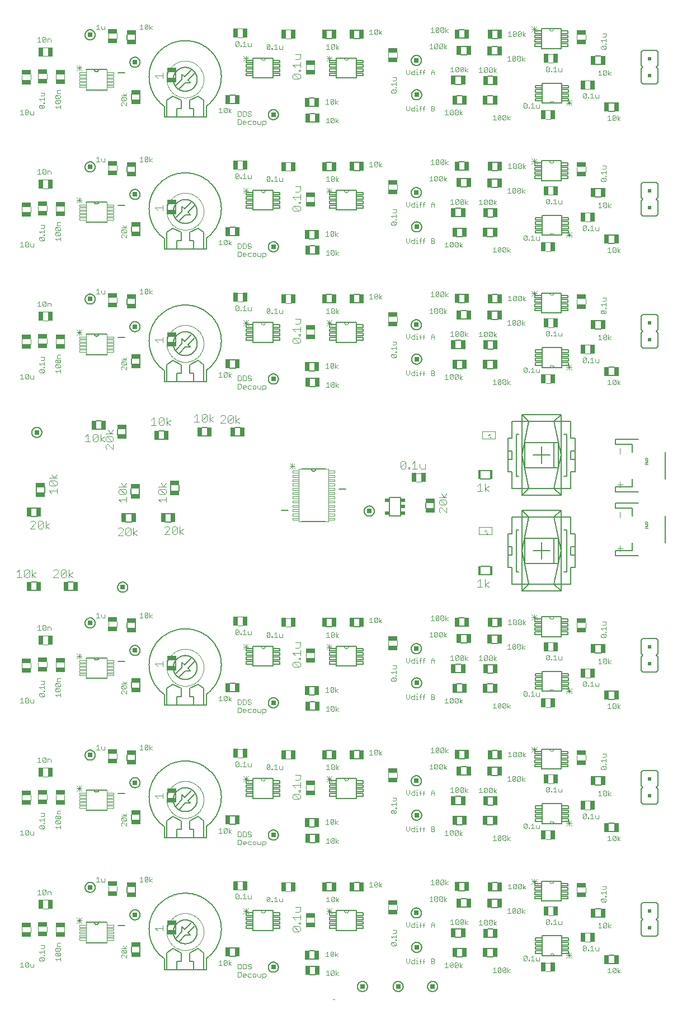
<source format=gto>
G75*
%MOIN*%
%OFA0B0*%
%FSLAX25Y25*%
%IPPOS*%
%LPD*%
%AMOC8*
5,1,8,0,0,1.08239X$1,22.5*
%
%ADD10C,0.00300*%
%ADD11C,0.00600*%
%ADD12R,0.02559X0.01969*%
%ADD13C,0.00400*%
%ADD14R,0.02953X0.05709*%
%ADD15R,0.05709X0.02953*%
%ADD16C,0.00000*%
%ADD17C,0.00800*%
%ADD18C,0.00100*%
%ADD19R,0.02400X0.02400*%
%ADD20R,0.02559X0.05512*%
%ADD21R,0.05512X0.02559*%
%ADD22C,0.00500*%
%ADD23C,0.00200*%
%ADD24R,0.02600X0.02600*%
%ADD25C,0.00250*%
%ADD26C,0.00984*%
%ADD27R,0.01400X0.05600*%
D10*
X0059012Y0141556D02*
X0060947Y0141556D01*
X0059980Y0141556D02*
X0059980Y0144459D01*
X0059012Y0143491D01*
X0061959Y0143975D02*
X0062442Y0144459D01*
X0063410Y0144459D01*
X0063894Y0143975D01*
X0061959Y0142040D01*
X0062442Y0141556D01*
X0063410Y0141556D01*
X0063894Y0142040D01*
X0063894Y0143975D01*
X0064905Y0143491D02*
X0064905Y0142040D01*
X0065389Y0141556D01*
X0066840Y0141556D01*
X0066840Y0143491D01*
X0070388Y0145822D02*
X0070388Y0146789D01*
X0070871Y0147273D01*
X0072806Y0145338D01*
X0073290Y0145822D01*
X0073290Y0146789D01*
X0072806Y0147273D01*
X0070871Y0147273D01*
X0070388Y0145822D02*
X0070871Y0145338D01*
X0072806Y0145338D01*
X0072806Y0148284D02*
X0072806Y0148768D01*
X0073290Y0148768D01*
X0073290Y0148284D01*
X0072806Y0148284D01*
X0073290Y0149758D02*
X0073290Y0151693D01*
X0073290Y0150725D02*
X0070388Y0150725D01*
X0071355Y0149758D01*
X0071355Y0152704D02*
X0072806Y0152704D01*
X0073290Y0153188D01*
X0073290Y0154639D01*
X0071355Y0154639D01*
X0079904Y0152641D02*
X0080388Y0153124D01*
X0082323Y0151189D01*
X0082807Y0151673D01*
X0082807Y0152641D01*
X0082323Y0153124D01*
X0080388Y0153124D01*
X0079904Y0152641D02*
X0079904Y0151673D01*
X0080388Y0151189D01*
X0082323Y0151189D01*
X0082323Y0150178D02*
X0082807Y0149694D01*
X0082807Y0148727D01*
X0082323Y0148243D01*
X0080388Y0150178D01*
X0082323Y0150178D01*
X0080388Y0150178D02*
X0079904Y0149694D01*
X0079904Y0148727D01*
X0080388Y0148243D01*
X0082323Y0148243D01*
X0082807Y0147231D02*
X0082807Y0145296D01*
X0082807Y0146264D02*
X0079904Y0146264D01*
X0080872Y0145296D01*
X0080872Y0154136D02*
X0080872Y0155587D01*
X0081355Y0156071D01*
X0082807Y0156071D01*
X0082807Y0154136D02*
X0080872Y0154136D01*
X0092603Y0167767D02*
X0095739Y0170903D01*
X0092603Y0167767D01*
X0094171Y0167767D02*
X0094171Y0170903D01*
X0094171Y0167767D01*
X0095739Y0167767D02*
X0092603Y0170903D01*
X0095739Y0167767D01*
X0095739Y0169335D02*
X0092603Y0169335D01*
X0095739Y0169335D01*
X0077116Y0184863D02*
X0077116Y0186315D01*
X0076632Y0186798D01*
X0075181Y0186798D01*
X0075181Y0184863D01*
X0074169Y0185347D02*
X0073686Y0184863D01*
X0072718Y0184863D01*
X0072234Y0185347D01*
X0074169Y0187282D01*
X0074169Y0185347D01*
X0072234Y0185347D02*
X0072234Y0187282D01*
X0072718Y0187766D01*
X0073686Y0187766D01*
X0074169Y0187282D01*
X0071223Y0184863D02*
X0069288Y0184863D01*
X0070255Y0184863D02*
X0070255Y0187766D01*
X0069288Y0186798D01*
X0066840Y0220296D02*
X0066840Y0222231D01*
X0066840Y0220296D02*
X0065389Y0220296D01*
X0064905Y0220780D01*
X0064905Y0222231D01*
X0063894Y0222715D02*
X0061959Y0220780D01*
X0062442Y0220296D01*
X0063410Y0220296D01*
X0063894Y0220780D01*
X0063894Y0222715D01*
X0063410Y0223199D01*
X0062442Y0223199D01*
X0061959Y0222715D01*
X0061959Y0220780D01*
X0060947Y0220296D02*
X0059012Y0220296D01*
X0059980Y0220296D02*
X0059980Y0223199D01*
X0059012Y0222231D01*
X0070388Y0224562D02*
X0070388Y0225529D01*
X0070871Y0226013D01*
X0072806Y0224078D01*
X0073290Y0224562D01*
X0073290Y0225529D01*
X0072806Y0226013D01*
X0070871Y0226013D01*
X0070388Y0224562D02*
X0070871Y0224078D01*
X0072806Y0224078D01*
X0072806Y0227025D02*
X0072806Y0227508D01*
X0073290Y0227508D01*
X0073290Y0227025D01*
X0072806Y0227025D01*
X0073290Y0228498D02*
X0073290Y0230433D01*
X0073290Y0229465D02*
X0070388Y0229465D01*
X0071355Y0228498D01*
X0071355Y0231444D02*
X0072806Y0231444D01*
X0073290Y0231928D01*
X0073290Y0233379D01*
X0071355Y0233379D01*
X0079904Y0231381D02*
X0080388Y0231865D01*
X0082323Y0229930D01*
X0082807Y0230413D01*
X0082807Y0231381D01*
X0082323Y0231865D01*
X0080388Y0231865D01*
X0079904Y0231381D02*
X0079904Y0230413D01*
X0080388Y0229930D01*
X0082323Y0229930D01*
X0082323Y0228918D02*
X0082807Y0228434D01*
X0082807Y0227467D01*
X0082323Y0226983D01*
X0080388Y0228918D01*
X0082323Y0228918D01*
X0082323Y0226983D02*
X0080388Y0226983D01*
X0079904Y0227467D01*
X0079904Y0228434D01*
X0080388Y0228918D01*
X0082807Y0225972D02*
X0082807Y0224037D01*
X0082807Y0225004D02*
X0079904Y0225004D01*
X0080872Y0224037D01*
X0080872Y0232876D02*
X0080872Y0234327D01*
X0081355Y0234811D01*
X0082807Y0234811D01*
X0082807Y0232876D02*
X0080872Y0232876D01*
X0092603Y0246507D02*
X0095739Y0249643D01*
X0092603Y0246507D01*
X0094171Y0246507D02*
X0094171Y0249643D01*
X0094171Y0246507D01*
X0095739Y0246507D02*
X0092603Y0249643D01*
X0095739Y0246507D01*
X0095739Y0248075D02*
X0092603Y0248075D01*
X0095739Y0248075D01*
X0104445Y0271123D02*
X0106380Y0271123D01*
X0105413Y0271123D02*
X0105413Y0274026D01*
X0104445Y0273058D01*
X0107392Y0273058D02*
X0107392Y0271607D01*
X0107876Y0271123D01*
X0109327Y0271123D01*
X0109327Y0273058D01*
X0130174Y0273058D02*
X0131141Y0274026D01*
X0131141Y0271123D01*
X0130174Y0271123D02*
X0132109Y0271123D01*
X0133120Y0271607D02*
X0135055Y0273542D01*
X0135055Y0271607D01*
X0134571Y0271123D01*
X0133604Y0271123D01*
X0133120Y0271607D01*
X0133120Y0273542D01*
X0133604Y0274026D01*
X0134571Y0274026D01*
X0135055Y0273542D01*
X0136067Y0274026D02*
X0136067Y0271123D01*
X0136067Y0272091D02*
X0137518Y0273058D01*
X0136067Y0272091D02*
X0137518Y0271123D01*
X0122148Y0304448D02*
X0120213Y0306383D01*
X0119730Y0306383D01*
X0119246Y0305899D01*
X0119246Y0304932D01*
X0119730Y0304448D01*
X0122148Y0304448D02*
X0122148Y0306383D01*
X0121665Y0307395D02*
X0119730Y0309329D01*
X0121665Y0309329D01*
X0122148Y0308846D01*
X0122148Y0307878D01*
X0121665Y0307395D01*
X0119730Y0307395D01*
X0119246Y0307878D01*
X0119246Y0308846D01*
X0119730Y0309329D01*
X0119246Y0310341D02*
X0122148Y0310341D01*
X0121181Y0310341D02*
X0120213Y0311792D01*
X0121181Y0310341D02*
X0122148Y0311792D01*
X0095739Y0325247D02*
X0092603Y0328383D01*
X0095739Y0325247D01*
X0094171Y0325247D02*
X0094171Y0328383D01*
X0094171Y0325247D01*
X0092603Y0325247D02*
X0095739Y0328383D01*
X0092603Y0325247D01*
X0092603Y0326815D02*
X0095739Y0326815D01*
X0092603Y0326815D01*
X0082807Y0313551D02*
X0081355Y0313551D01*
X0080872Y0313068D01*
X0080872Y0311616D01*
X0082807Y0311616D01*
X0082323Y0310605D02*
X0082807Y0310121D01*
X0082807Y0309154D01*
X0082323Y0308670D01*
X0080388Y0310605D01*
X0082323Y0310605D01*
X0080388Y0310605D02*
X0079904Y0310121D01*
X0079904Y0309154D01*
X0080388Y0308670D01*
X0082323Y0308670D01*
X0082323Y0307658D02*
X0082807Y0307175D01*
X0082807Y0306207D01*
X0082323Y0305723D01*
X0080388Y0307658D01*
X0082323Y0307658D01*
X0082323Y0305723D02*
X0080388Y0305723D01*
X0079904Y0306207D01*
X0079904Y0307175D01*
X0080388Y0307658D01*
X0082807Y0304712D02*
X0082807Y0302777D01*
X0082807Y0303744D02*
X0079904Y0303744D01*
X0080872Y0302777D01*
X0073290Y0303302D02*
X0072806Y0302818D01*
X0070871Y0304753D01*
X0072806Y0304753D01*
X0073290Y0304270D01*
X0073290Y0303302D01*
X0072806Y0302818D02*
X0070871Y0302818D01*
X0070388Y0303302D01*
X0070388Y0304270D01*
X0070871Y0304753D01*
X0072806Y0305765D02*
X0072806Y0306249D01*
X0073290Y0306249D01*
X0073290Y0305765D01*
X0072806Y0305765D01*
X0073290Y0307238D02*
X0073290Y0309173D01*
X0073290Y0308206D02*
X0070388Y0308206D01*
X0071355Y0307238D01*
X0071355Y0310185D02*
X0072806Y0310185D01*
X0073290Y0310668D01*
X0073290Y0312120D01*
X0071355Y0312120D01*
X0066840Y0300972D02*
X0066840Y0299037D01*
X0065389Y0299037D01*
X0064905Y0299520D01*
X0064905Y0300972D01*
X0063894Y0301455D02*
X0061959Y0299520D01*
X0062442Y0299037D01*
X0063410Y0299037D01*
X0063894Y0299520D01*
X0063894Y0301455D01*
X0063410Y0301939D01*
X0062442Y0301939D01*
X0061959Y0301455D01*
X0061959Y0299520D01*
X0060947Y0299037D02*
X0059012Y0299037D01*
X0059980Y0299037D02*
X0059980Y0301939D01*
X0059012Y0300972D01*
X0070255Y0266506D02*
X0070255Y0263604D01*
X0069288Y0263604D02*
X0071223Y0263604D01*
X0072234Y0264087D02*
X0074169Y0266022D01*
X0074169Y0264087D01*
X0073686Y0263604D01*
X0072718Y0263604D01*
X0072234Y0264087D01*
X0072234Y0266022D01*
X0072718Y0266506D01*
X0073686Y0266506D01*
X0074169Y0266022D01*
X0075181Y0265539D02*
X0076632Y0265539D01*
X0077116Y0265055D01*
X0077116Y0263604D01*
X0075181Y0263604D02*
X0075181Y0265539D01*
X0070255Y0266506D02*
X0069288Y0265539D01*
X0105413Y0195286D02*
X0105413Y0192383D01*
X0106380Y0192383D02*
X0104445Y0192383D01*
X0104445Y0194318D02*
X0105413Y0195286D01*
X0107392Y0194318D02*
X0107392Y0192867D01*
X0107876Y0192383D01*
X0109327Y0192383D01*
X0109327Y0194318D01*
X0130174Y0194318D02*
X0131141Y0195286D01*
X0131141Y0192383D01*
X0130174Y0192383D02*
X0132109Y0192383D01*
X0133120Y0192867D02*
X0135055Y0194802D01*
X0135055Y0192867D01*
X0134571Y0192383D01*
X0133604Y0192383D01*
X0133120Y0192867D01*
X0133120Y0194802D01*
X0133604Y0195286D01*
X0134571Y0195286D01*
X0135055Y0194802D01*
X0136067Y0195286D02*
X0136067Y0192383D01*
X0136067Y0193351D02*
X0137518Y0194318D01*
X0136067Y0193351D02*
X0137518Y0192383D01*
X0122148Y0225708D02*
X0120213Y0227643D01*
X0119730Y0227643D01*
X0119246Y0227159D01*
X0119246Y0226192D01*
X0119730Y0225708D01*
X0122148Y0225708D02*
X0122148Y0227643D01*
X0121665Y0228654D02*
X0119730Y0230589D01*
X0121665Y0230589D01*
X0122148Y0230106D01*
X0122148Y0229138D01*
X0121665Y0228654D01*
X0119730Y0228654D01*
X0119246Y0229138D01*
X0119246Y0230106D01*
X0119730Y0230589D01*
X0119246Y0231601D02*
X0122148Y0231601D01*
X0121181Y0231601D02*
X0120213Y0233052D01*
X0121181Y0231601D02*
X0122148Y0233052D01*
X0122148Y0154312D02*
X0121181Y0152861D01*
X0120213Y0154312D01*
X0119246Y0152861D02*
X0122148Y0152861D01*
X0121665Y0151849D02*
X0122148Y0151365D01*
X0122148Y0150398D01*
X0121665Y0149914D01*
X0119730Y0151849D01*
X0121665Y0151849D01*
X0121665Y0149914D02*
X0119730Y0149914D01*
X0119246Y0150398D01*
X0119246Y0151365D01*
X0119730Y0151849D01*
X0119730Y0148903D02*
X0119246Y0148419D01*
X0119246Y0147451D01*
X0119730Y0146968D01*
X0119730Y0148903D02*
X0120213Y0148903D01*
X0122148Y0146968D01*
X0122148Y0148903D01*
X0177300Y0144672D02*
X0178267Y0145640D01*
X0178267Y0142737D01*
X0177300Y0142737D02*
X0179235Y0142737D01*
X0180246Y0143221D02*
X0182181Y0145156D01*
X0182181Y0143221D01*
X0181697Y0142737D01*
X0180730Y0142737D01*
X0180246Y0143221D01*
X0180246Y0145156D01*
X0180730Y0145640D01*
X0181697Y0145640D01*
X0182181Y0145156D01*
X0183193Y0145640D02*
X0183193Y0142737D01*
X0183193Y0143705D02*
X0184644Y0144672D01*
X0183193Y0143705D02*
X0184644Y0142737D01*
X0188658Y0143511D02*
X0190109Y0143511D01*
X0190593Y0143027D01*
X0190593Y0141092D01*
X0190109Y0140608D01*
X0188658Y0140608D01*
X0188658Y0143511D01*
X0191604Y0143511D02*
X0193056Y0143511D01*
X0193539Y0143027D01*
X0193539Y0141092D01*
X0193056Y0140608D01*
X0191604Y0140608D01*
X0191604Y0143511D01*
X0194551Y0143027D02*
X0194551Y0142543D01*
X0195035Y0142059D01*
X0196002Y0142059D01*
X0196486Y0141576D01*
X0196486Y0141092D01*
X0196002Y0140608D01*
X0195035Y0140608D01*
X0194551Y0141092D01*
X0194551Y0143027D02*
X0195035Y0143511D01*
X0196002Y0143511D01*
X0196486Y0143027D01*
X0196486Y0137743D02*
X0195035Y0137743D01*
X0194551Y0137259D01*
X0194551Y0136292D01*
X0195035Y0135808D01*
X0196486Y0135808D01*
X0197497Y0136292D02*
X0197981Y0135808D01*
X0198949Y0135808D01*
X0199432Y0136292D01*
X0199432Y0137259D01*
X0198949Y0137743D01*
X0197981Y0137743D01*
X0197497Y0137259D01*
X0197497Y0136292D01*
X0200444Y0136292D02*
X0200928Y0135808D01*
X0202379Y0135808D01*
X0202379Y0137743D01*
X0203390Y0137743D02*
X0204842Y0137743D01*
X0205325Y0137259D01*
X0205325Y0136292D01*
X0204842Y0135808D01*
X0203390Y0135808D01*
X0203390Y0134841D02*
X0203390Y0137743D01*
X0200444Y0137743D02*
X0200444Y0136292D01*
X0193539Y0136776D02*
X0191604Y0136776D01*
X0191604Y0137259D02*
X0192088Y0137743D01*
X0193056Y0137743D01*
X0193539Y0137259D01*
X0193539Y0136776D01*
X0193056Y0135808D02*
X0192088Y0135808D01*
X0191604Y0136292D01*
X0191604Y0137259D01*
X0190593Y0136292D02*
X0190593Y0138227D01*
X0190109Y0138711D01*
X0188658Y0138711D01*
X0188658Y0135808D01*
X0190109Y0135808D01*
X0190593Y0136292D01*
X0191915Y0173454D02*
X0195051Y0176590D01*
X0191915Y0173454D01*
X0191915Y0175022D02*
X0195051Y0175022D01*
X0191915Y0175022D01*
X0191915Y0176590D02*
X0195051Y0173454D01*
X0191915Y0176590D01*
X0193483Y0176590D02*
X0193483Y0173454D01*
X0193483Y0176590D01*
X0193556Y0182304D02*
X0191621Y0182304D01*
X0192588Y0182304D02*
X0192588Y0185207D01*
X0191621Y0184239D01*
X0190631Y0182788D02*
X0190631Y0182304D01*
X0190148Y0182304D01*
X0190148Y0182788D01*
X0190631Y0182788D01*
X0189136Y0182788D02*
X0188652Y0182304D01*
X0187685Y0182304D01*
X0187201Y0182788D01*
X0189136Y0184723D01*
X0189136Y0182788D01*
X0187201Y0182788D02*
X0187201Y0184723D01*
X0187685Y0185207D01*
X0188652Y0185207D01*
X0189136Y0184723D01*
X0194567Y0184239D02*
X0194567Y0182788D01*
X0195051Y0182304D01*
X0196502Y0182304D01*
X0196502Y0184239D01*
X0205825Y0183019D02*
X0206309Y0183503D01*
X0207277Y0183503D01*
X0207760Y0183019D01*
X0205825Y0181084D01*
X0206309Y0180600D01*
X0207277Y0180600D01*
X0207760Y0181084D01*
X0207760Y0183019D01*
X0205825Y0183019D02*
X0205825Y0181084D01*
X0208772Y0181084D02*
X0209256Y0181084D01*
X0209256Y0180600D01*
X0208772Y0180600D01*
X0208772Y0181084D01*
X0210245Y0180600D02*
X0212180Y0180600D01*
X0211213Y0180600D02*
X0211213Y0183503D01*
X0210245Y0182535D01*
X0213192Y0182535D02*
X0213192Y0181084D01*
X0213675Y0180600D01*
X0215127Y0180600D01*
X0215127Y0182535D01*
X0203390Y0213581D02*
X0203390Y0216483D01*
X0204842Y0216483D01*
X0205325Y0216000D01*
X0205325Y0215032D01*
X0204842Y0214548D01*
X0203390Y0214548D01*
X0202379Y0214548D02*
X0202379Y0216483D01*
X0202379Y0214548D02*
X0200928Y0214548D01*
X0200444Y0215032D01*
X0200444Y0216483D01*
X0199432Y0216000D02*
X0198949Y0216483D01*
X0197981Y0216483D01*
X0197497Y0216000D01*
X0197497Y0215032D01*
X0197981Y0214548D01*
X0198949Y0214548D01*
X0199432Y0215032D01*
X0199432Y0216000D01*
X0196486Y0216483D02*
X0195035Y0216483D01*
X0194551Y0216000D01*
X0194551Y0215032D01*
X0195035Y0214548D01*
X0196486Y0214548D01*
X0193539Y0215516D02*
X0191604Y0215516D01*
X0191604Y0216000D02*
X0192088Y0216483D01*
X0193056Y0216483D01*
X0193539Y0216000D01*
X0193539Y0215516D01*
X0193056Y0214548D02*
X0192088Y0214548D01*
X0191604Y0215032D01*
X0191604Y0216000D01*
X0190593Y0216967D02*
X0190109Y0217451D01*
X0188658Y0217451D01*
X0188658Y0214548D01*
X0190109Y0214548D01*
X0190593Y0215032D01*
X0190593Y0216967D01*
X0190109Y0219348D02*
X0190593Y0219832D01*
X0190593Y0221767D01*
X0190109Y0222251D01*
X0188658Y0222251D01*
X0188658Y0219348D01*
X0190109Y0219348D01*
X0191604Y0219348D02*
X0191604Y0222251D01*
X0193056Y0222251D01*
X0193539Y0221767D01*
X0193539Y0219832D01*
X0193056Y0219348D01*
X0191604Y0219348D01*
X0194551Y0219832D02*
X0195035Y0219348D01*
X0196002Y0219348D01*
X0196486Y0219832D01*
X0196486Y0220316D01*
X0196002Y0220800D01*
X0195035Y0220800D01*
X0194551Y0221283D01*
X0194551Y0221767D01*
X0195035Y0222251D01*
X0196002Y0222251D01*
X0196486Y0221767D01*
X0184644Y0221478D02*
X0183193Y0222445D01*
X0184644Y0223413D01*
X0183193Y0224380D02*
X0183193Y0221478D01*
X0182181Y0221961D02*
X0181697Y0221478D01*
X0180730Y0221478D01*
X0180246Y0221961D01*
X0182181Y0223896D01*
X0182181Y0221961D01*
X0180246Y0221961D02*
X0180246Y0223896D01*
X0180730Y0224380D01*
X0181697Y0224380D01*
X0182181Y0223896D01*
X0179235Y0221478D02*
X0177300Y0221478D01*
X0178267Y0221478D02*
X0178267Y0224380D01*
X0177300Y0223413D01*
X0191915Y0252194D02*
X0195051Y0255330D01*
X0191915Y0252194D01*
X0191915Y0253762D02*
X0195051Y0253762D01*
X0191915Y0253762D01*
X0191915Y0255330D02*
X0195051Y0252194D01*
X0191915Y0255330D01*
X0193483Y0255330D02*
X0193483Y0252194D01*
X0193483Y0255330D01*
X0193556Y0261044D02*
X0191621Y0261044D01*
X0192588Y0261044D02*
X0192588Y0263947D01*
X0191621Y0262979D01*
X0190631Y0261528D02*
X0190631Y0261044D01*
X0190148Y0261044D01*
X0190148Y0261528D01*
X0190631Y0261528D01*
X0189136Y0261528D02*
X0188652Y0261044D01*
X0187685Y0261044D01*
X0187201Y0261528D01*
X0189136Y0263463D01*
X0189136Y0261528D01*
X0187201Y0261528D02*
X0187201Y0263463D01*
X0187685Y0263947D01*
X0188652Y0263947D01*
X0189136Y0263463D01*
X0194567Y0262979D02*
X0194567Y0261528D01*
X0195051Y0261044D01*
X0196502Y0261044D01*
X0196502Y0262979D01*
X0205825Y0261759D02*
X0206309Y0262243D01*
X0207277Y0262243D01*
X0207760Y0261759D01*
X0205825Y0259824D01*
X0206309Y0259341D01*
X0207277Y0259341D01*
X0207760Y0259824D01*
X0207760Y0261759D01*
X0205825Y0261759D02*
X0205825Y0259824D01*
X0208772Y0259824D02*
X0209256Y0259824D01*
X0209256Y0259341D01*
X0208772Y0259341D01*
X0208772Y0259824D01*
X0210245Y0259341D02*
X0212180Y0259341D01*
X0211213Y0259341D02*
X0211213Y0262243D01*
X0210245Y0261276D01*
X0213192Y0261276D02*
X0213192Y0259824D01*
X0213675Y0259341D01*
X0215127Y0259341D01*
X0215127Y0261276D01*
X0203390Y0292321D02*
X0203390Y0295224D01*
X0204842Y0295224D01*
X0205325Y0294740D01*
X0205325Y0293772D01*
X0204842Y0293289D01*
X0203390Y0293289D01*
X0202379Y0293289D02*
X0202379Y0295224D01*
X0200444Y0295224D02*
X0200444Y0293772D01*
X0200928Y0293289D01*
X0202379Y0293289D01*
X0199432Y0293772D02*
X0199432Y0294740D01*
X0198949Y0295224D01*
X0197981Y0295224D01*
X0197497Y0294740D01*
X0197497Y0293772D01*
X0197981Y0293289D01*
X0198949Y0293289D01*
X0199432Y0293772D01*
X0196486Y0293289D02*
X0195035Y0293289D01*
X0194551Y0293772D01*
X0194551Y0294740D01*
X0195035Y0295224D01*
X0196486Y0295224D01*
X0196002Y0298089D02*
X0195035Y0298089D01*
X0194551Y0298572D01*
X0193539Y0298572D02*
X0193539Y0300507D01*
X0193056Y0300991D01*
X0191604Y0300991D01*
X0191604Y0298089D01*
X0193056Y0298089D01*
X0193539Y0298572D01*
X0194551Y0300024D02*
X0195035Y0299540D01*
X0196002Y0299540D01*
X0196486Y0299056D01*
X0196486Y0298572D01*
X0196002Y0298089D01*
X0194551Y0300024D02*
X0194551Y0300507D01*
X0195035Y0300991D01*
X0196002Y0300991D01*
X0196486Y0300507D01*
X0193056Y0295224D02*
X0193539Y0294740D01*
X0193539Y0294256D01*
X0191604Y0294256D01*
X0191604Y0293772D02*
X0191604Y0294740D01*
X0192088Y0295224D01*
X0193056Y0295224D01*
X0193056Y0293289D02*
X0192088Y0293289D01*
X0191604Y0293772D01*
X0190593Y0293772D02*
X0190593Y0295707D01*
X0190109Y0296191D01*
X0188658Y0296191D01*
X0188658Y0293289D01*
X0190109Y0293289D01*
X0190593Y0293772D01*
X0190109Y0298089D02*
X0190593Y0298572D01*
X0190593Y0300507D01*
X0190109Y0300991D01*
X0188658Y0300991D01*
X0188658Y0298089D01*
X0190109Y0298089D01*
X0184644Y0300218D02*
X0183193Y0301185D01*
X0184644Y0302153D01*
X0183193Y0303120D02*
X0183193Y0300218D01*
X0182181Y0300701D02*
X0181697Y0300218D01*
X0180730Y0300218D01*
X0180246Y0300701D01*
X0182181Y0302636D01*
X0182181Y0300701D01*
X0180246Y0300701D02*
X0180246Y0302636D01*
X0180730Y0303120D01*
X0181697Y0303120D01*
X0182181Y0302636D01*
X0179235Y0300218D02*
X0177300Y0300218D01*
X0178267Y0300218D02*
X0178267Y0303120D01*
X0177300Y0302153D01*
X0191915Y0330934D02*
X0195051Y0334070D01*
X0191915Y0330934D01*
X0191915Y0332502D02*
X0195051Y0332502D01*
X0191915Y0332502D01*
X0191915Y0334070D02*
X0195051Y0330934D01*
X0191915Y0334070D01*
X0193483Y0334070D02*
X0193483Y0330934D01*
X0193483Y0334070D01*
X0193556Y0339785D02*
X0191621Y0339785D01*
X0192588Y0339785D02*
X0192588Y0342687D01*
X0191621Y0341720D01*
X0190631Y0340268D02*
X0190631Y0339785D01*
X0190148Y0339785D01*
X0190148Y0340268D01*
X0190631Y0340268D01*
X0189136Y0340268D02*
X0188652Y0339785D01*
X0187685Y0339785D01*
X0187201Y0340268D01*
X0189136Y0342203D01*
X0189136Y0340268D01*
X0187201Y0340268D02*
X0187201Y0342203D01*
X0187685Y0342687D01*
X0188652Y0342687D01*
X0189136Y0342203D01*
X0194567Y0341720D02*
X0194567Y0340268D01*
X0195051Y0339785D01*
X0196502Y0339785D01*
X0196502Y0341720D01*
X0205825Y0340499D02*
X0205825Y0338564D01*
X0207760Y0340499D01*
X0207760Y0338564D01*
X0207277Y0338081D01*
X0206309Y0338081D01*
X0205825Y0338564D01*
X0205825Y0340499D02*
X0206309Y0340983D01*
X0207277Y0340983D01*
X0207760Y0340499D01*
X0208772Y0338564D02*
X0209256Y0338564D01*
X0209256Y0338081D01*
X0208772Y0338081D01*
X0208772Y0338564D01*
X0210245Y0338081D02*
X0212180Y0338081D01*
X0211213Y0338081D02*
X0211213Y0340983D01*
X0210245Y0340016D01*
X0213192Y0340016D02*
X0213192Y0338564D01*
X0213675Y0338081D01*
X0215127Y0338081D01*
X0215127Y0340016D01*
X0241274Y0340016D02*
X0242241Y0340983D01*
X0242241Y0338081D01*
X0241274Y0338081D02*
X0243209Y0338081D01*
X0244220Y0338564D02*
X0246155Y0340499D01*
X0246155Y0338564D01*
X0245672Y0338081D01*
X0244704Y0338081D01*
X0244220Y0338564D01*
X0244220Y0340499D01*
X0244704Y0340983D01*
X0245672Y0340983D01*
X0246155Y0340499D01*
X0247167Y0340983D02*
X0247167Y0338081D01*
X0247167Y0339048D02*
X0248618Y0340016D01*
X0247167Y0339048D02*
X0248618Y0338081D01*
X0244658Y0334070D02*
X0241522Y0330934D01*
X0244658Y0334070D01*
X0244658Y0332502D02*
X0241522Y0332502D01*
X0244658Y0332502D01*
X0244658Y0330934D02*
X0241522Y0334070D01*
X0244658Y0330934D01*
X0243090Y0330934D02*
X0243090Y0334070D01*
X0243090Y0330934D01*
X0244271Y0308306D02*
X0245239Y0308306D01*
X0245722Y0307822D01*
X0243787Y0305887D01*
X0244271Y0305404D01*
X0245239Y0305404D01*
X0245722Y0305887D01*
X0245722Y0307822D01*
X0246734Y0308306D02*
X0246734Y0305404D01*
X0246734Y0306371D02*
X0248185Y0307339D01*
X0246734Y0306371D02*
X0248185Y0305404D01*
X0243787Y0305887D02*
X0243787Y0307822D01*
X0244271Y0308306D01*
X0241808Y0308306D02*
X0241808Y0305404D01*
X0240841Y0305404D02*
X0242776Y0305404D01*
X0240841Y0307339D02*
X0241808Y0308306D01*
X0242123Y0297086D02*
X0242123Y0294183D01*
X0241156Y0294183D02*
X0243091Y0294183D01*
X0244102Y0294667D02*
X0246037Y0296602D01*
X0246037Y0294667D01*
X0245554Y0294183D01*
X0244586Y0294183D01*
X0244102Y0294667D01*
X0244102Y0296602D01*
X0244586Y0297086D01*
X0245554Y0297086D01*
X0246037Y0296602D01*
X0247049Y0297086D02*
X0247049Y0294183D01*
X0247049Y0295151D02*
X0248500Y0296118D01*
X0247049Y0295151D02*
X0248500Y0294183D01*
X0242123Y0297086D02*
X0241156Y0296118D01*
X0242241Y0262243D02*
X0242241Y0259341D01*
X0241274Y0259341D02*
X0243209Y0259341D01*
X0244220Y0259824D02*
X0246155Y0261759D01*
X0246155Y0259824D01*
X0245672Y0259341D01*
X0244704Y0259341D01*
X0244220Y0259824D01*
X0244220Y0261759D01*
X0244704Y0262243D01*
X0245672Y0262243D01*
X0246155Y0261759D01*
X0247167Y0262243D02*
X0247167Y0259341D01*
X0247167Y0260308D02*
X0248618Y0261276D01*
X0247167Y0260308D02*
X0248618Y0259341D01*
X0244658Y0255330D02*
X0241522Y0252194D01*
X0244658Y0255330D01*
X0244658Y0253762D02*
X0241522Y0253762D01*
X0244658Y0253762D01*
X0244658Y0252194D02*
X0241522Y0255330D01*
X0244658Y0252194D01*
X0243090Y0252194D02*
X0243090Y0255330D01*
X0243090Y0252194D01*
X0241274Y0261276D02*
X0242241Y0262243D01*
X0241808Y0229566D02*
X0241808Y0226663D01*
X0240841Y0226663D02*
X0242776Y0226663D01*
X0243787Y0227147D02*
X0245722Y0229082D01*
X0245722Y0227147D01*
X0245239Y0226663D01*
X0244271Y0226663D01*
X0243787Y0227147D01*
X0243787Y0229082D01*
X0244271Y0229566D01*
X0245239Y0229566D01*
X0245722Y0229082D01*
X0246734Y0229566D02*
X0246734Y0226663D01*
X0246734Y0227631D02*
X0248185Y0228598D01*
X0246734Y0227631D02*
X0248185Y0226663D01*
X0241808Y0229566D02*
X0240841Y0228598D01*
X0242123Y0218345D02*
X0242123Y0215443D01*
X0241156Y0215443D02*
X0243091Y0215443D01*
X0244102Y0215927D02*
X0246037Y0217862D01*
X0246037Y0215927D01*
X0245554Y0215443D01*
X0244586Y0215443D01*
X0244102Y0215927D01*
X0244102Y0217862D01*
X0244586Y0218345D01*
X0245554Y0218345D01*
X0246037Y0217862D01*
X0247049Y0218345D02*
X0247049Y0215443D01*
X0247049Y0216410D02*
X0248500Y0217378D01*
X0247049Y0216410D02*
X0248500Y0215443D01*
X0242123Y0218345D02*
X0241156Y0217378D01*
X0242241Y0183503D02*
X0242241Y0180600D01*
X0241274Y0180600D02*
X0243209Y0180600D01*
X0244220Y0181084D02*
X0246155Y0183019D01*
X0246155Y0181084D01*
X0245672Y0180600D01*
X0244704Y0180600D01*
X0244220Y0181084D01*
X0244220Y0183019D01*
X0244704Y0183503D01*
X0245672Y0183503D01*
X0246155Y0183019D01*
X0247167Y0183503D02*
X0247167Y0180600D01*
X0247167Y0181568D02*
X0248618Y0182535D01*
X0247167Y0181568D02*
X0248618Y0180600D01*
X0244658Y0176590D02*
X0241522Y0173454D01*
X0244658Y0176590D01*
X0244658Y0175022D02*
X0241522Y0175022D01*
X0244658Y0175022D01*
X0244658Y0173454D02*
X0241522Y0176590D01*
X0244658Y0173454D01*
X0243090Y0173454D02*
X0243090Y0176590D01*
X0243090Y0173454D01*
X0241274Y0182535D02*
X0242241Y0183503D01*
X0241808Y0150826D02*
X0241808Y0147923D01*
X0240841Y0147923D02*
X0242776Y0147923D01*
X0243787Y0148407D02*
X0245722Y0150342D01*
X0245722Y0148407D01*
X0245239Y0147923D01*
X0244271Y0147923D01*
X0243787Y0148407D01*
X0243787Y0150342D01*
X0244271Y0150826D01*
X0245239Y0150826D01*
X0245722Y0150342D01*
X0246734Y0150826D02*
X0246734Y0147923D01*
X0246734Y0148891D02*
X0248185Y0149858D01*
X0246734Y0148891D02*
X0248185Y0147923D01*
X0241808Y0150826D02*
X0240841Y0149858D01*
X0242123Y0139605D02*
X0242123Y0136703D01*
X0241156Y0136703D02*
X0243091Y0136703D01*
X0244102Y0137186D02*
X0246037Y0139121D01*
X0246037Y0137186D01*
X0245554Y0136703D01*
X0244586Y0136703D01*
X0244102Y0137186D01*
X0244102Y0139121D01*
X0244586Y0139605D01*
X0245554Y0139605D01*
X0246037Y0139121D01*
X0247049Y0139605D02*
X0247049Y0136703D01*
X0247049Y0137670D02*
X0248500Y0138638D01*
X0247049Y0137670D02*
X0248500Y0136703D01*
X0242123Y0139605D02*
X0241156Y0138638D01*
X0267024Y0189391D02*
X0268959Y0189391D01*
X0267991Y0189391D02*
X0267991Y0192293D01*
X0267024Y0191326D01*
X0269971Y0191810D02*
X0270454Y0192293D01*
X0271422Y0192293D01*
X0271906Y0191810D01*
X0269971Y0189875D01*
X0270454Y0189391D01*
X0271422Y0189391D01*
X0271906Y0189875D01*
X0271906Y0191810D01*
X0272917Y0192293D02*
X0272917Y0189391D01*
X0272917Y0190358D02*
X0274368Y0191326D01*
X0272917Y0190358D02*
X0274368Y0189391D01*
X0269971Y0189875D02*
X0269971Y0191810D01*
X0281069Y0163771D02*
X0283004Y0163771D01*
X0283004Y0162320D01*
X0282520Y0161836D01*
X0281069Y0161836D01*
X0283004Y0160824D02*
X0283004Y0158889D01*
X0283004Y0159857D02*
X0280101Y0159857D01*
X0281069Y0158889D01*
X0282520Y0157900D02*
X0283004Y0157900D01*
X0283004Y0157416D01*
X0282520Y0157416D01*
X0282520Y0157900D01*
X0282520Y0156405D02*
X0283004Y0155921D01*
X0283004Y0154953D01*
X0282520Y0154470D01*
X0280585Y0156405D01*
X0282520Y0156405D01*
X0280585Y0156405D02*
X0280101Y0155921D01*
X0280101Y0154953D01*
X0280585Y0154470D01*
X0282520Y0154470D01*
X0289052Y0146585D02*
X0289052Y0144650D01*
X0290019Y0143682D01*
X0290987Y0144650D01*
X0290987Y0146585D01*
X0291998Y0145134D02*
X0292482Y0145617D01*
X0293933Y0145617D01*
X0293933Y0146585D02*
X0293933Y0143682D01*
X0292482Y0143682D01*
X0291998Y0144166D01*
X0291998Y0145134D01*
X0294945Y0145617D02*
X0295428Y0145617D01*
X0295428Y0143682D01*
X0294945Y0143682D02*
X0295912Y0143682D01*
X0297393Y0143682D02*
X0297393Y0146101D01*
X0297876Y0146585D01*
X0297876Y0145134D02*
X0296909Y0145134D01*
X0298873Y0145134D02*
X0299841Y0145134D01*
X0299357Y0146101D02*
X0299841Y0146585D01*
X0299357Y0146101D02*
X0299357Y0143682D01*
X0303784Y0143682D02*
X0305235Y0143682D01*
X0305719Y0144166D01*
X0305719Y0144650D01*
X0305235Y0145134D01*
X0303784Y0145134D01*
X0303784Y0146585D02*
X0305235Y0146585D01*
X0305719Y0146101D01*
X0305719Y0145617D01*
X0305235Y0145134D01*
X0303784Y0143682D02*
X0303784Y0146585D01*
X0312028Y0143362D02*
X0312996Y0144330D01*
X0312996Y0141427D01*
X0313963Y0141427D02*
X0312028Y0141427D01*
X0314975Y0141911D02*
X0316910Y0143846D01*
X0316910Y0141911D01*
X0316426Y0141427D01*
X0315459Y0141427D01*
X0314975Y0141911D01*
X0314975Y0143846D01*
X0315459Y0144330D01*
X0316426Y0144330D01*
X0316910Y0143846D01*
X0317921Y0143846D02*
X0318405Y0144330D01*
X0319373Y0144330D01*
X0319856Y0143846D01*
X0317921Y0141911D01*
X0318405Y0141427D01*
X0319373Y0141427D01*
X0319856Y0141911D01*
X0319856Y0143846D01*
X0320868Y0144330D02*
X0320868Y0141427D01*
X0320868Y0142395D02*
X0322319Y0143362D01*
X0320868Y0142395D02*
X0322319Y0141427D01*
X0317921Y0141911D02*
X0317921Y0143846D01*
X0317192Y0167018D02*
X0315257Y0167018D01*
X0316224Y0167018D02*
X0316224Y0169920D01*
X0315257Y0168953D01*
X0318203Y0169436D02*
X0318687Y0169920D01*
X0319654Y0169920D01*
X0320138Y0169436D01*
X0318203Y0167501D01*
X0318687Y0167018D01*
X0319654Y0167018D01*
X0320138Y0167501D01*
X0320138Y0169436D01*
X0321150Y0169436D02*
X0321633Y0169920D01*
X0322601Y0169920D01*
X0323085Y0169436D01*
X0321150Y0167501D01*
X0321633Y0167018D01*
X0322601Y0167018D01*
X0323085Y0167501D01*
X0323085Y0169436D01*
X0324096Y0169920D02*
X0324096Y0167018D01*
X0324096Y0167985D02*
X0325547Y0168953D01*
X0324096Y0167985D02*
X0325547Y0167018D01*
X0321150Y0167501D02*
X0321150Y0169436D01*
X0318203Y0169436D02*
X0318203Y0167501D01*
X0332422Y0166821D02*
X0334357Y0166821D01*
X0333389Y0166821D02*
X0333389Y0169723D01*
X0332422Y0168756D01*
X0335368Y0169240D02*
X0335852Y0169723D01*
X0336820Y0169723D01*
X0337303Y0169240D01*
X0335368Y0167305D01*
X0335852Y0166821D01*
X0336820Y0166821D01*
X0337303Y0167305D01*
X0337303Y0169240D01*
X0338315Y0169240D02*
X0338799Y0169723D01*
X0339766Y0169723D01*
X0340250Y0169240D01*
X0338315Y0167305D01*
X0338799Y0166821D01*
X0339766Y0166821D01*
X0340250Y0167305D01*
X0340250Y0169240D01*
X0341262Y0169723D02*
X0341262Y0166821D01*
X0341262Y0167788D02*
X0342713Y0168756D01*
X0341262Y0167788D02*
X0342713Y0166821D01*
X0338315Y0167305D02*
X0338315Y0169240D01*
X0335368Y0169240D02*
X0335368Y0167305D01*
X0349189Y0173643D02*
X0351124Y0173643D01*
X0350157Y0173643D02*
X0350157Y0176545D01*
X0349189Y0175578D01*
X0352136Y0176062D02*
X0352620Y0176545D01*
X0353587Y0176545D01*
X0354071Y0176062D01*
X0352136Y0174127D01*
X0352620Y0173643D01*
X0353587Y0173643D01*
X0354071Y0174127D01*
X0354071Y0176062D01*
X0355082Y0176062D02*
X0355566Y0176545D01*
X0356534Y0176545D01*
X0357017Y0176062D01*
X0355082Y0174127D01*
X0355566Y0173643D01*
X0356534Y0173643D01*
X0357017Y0174127D01*
X0357017Y0176062D01*
X0358029Y0176545D02*
X0358029Y0173643D01*
X0358029Y0174610D02*
X0359480Y0175578D01*
X0358029Y0174610D02*
X0359480Y0173643D01*
X0355082Y0174127D02*
X0355082Y0176062D01*
X0352136Y0176062D02*
X0352136Y0174127D01*
X0351597Y0188210D02*
X0349662Y0188210D01*
X0350629Y0188210D02*
X0350629Y0191112D01*
X0349662Y0190145D01*
X0352608Y0190629D02*
X0353092Y0191112D01*
X0354060Y0191112D01*
X0354543Y0190629D01*
X0352608Y0188694D01*
X0353092Y0188210D01*
X0354060Y0188210D01*
X0354543Y0188694D01*
X0354543Y0190629D01*
X0355555Y0190629D02*
X0356039Y0191112D01*
X0357006Y0191112D01*
X0357490Y0190629D01*
X0355555Y0188694D01*
X0356039Y0188210D01*
X0357006Y0188210D01*
X0357490Y0188694D01*
X0357490Y0190629D01*
X0358501Y0191112D02*
X0358501Y0188210D01*
X0358501Y0189177D02*
X0359953Y0190145D01*
X0358501Y0189177D02*
X0359953Y0188210D01*
X0355555Y0188694D02*
X0355555Y0190629D01*
X0352608Y0190629D02*
X0352608Y0188694D01*
X0363766Y0190973D02*
X0366902Y0194109D01*
X0363766Y0190973D01*
X0365334Y0190973D02*
X0365334Y0194109D01*
X0365334Y0190973D01*
X0366902Y0190973D02*
X0363766Y0194109D01*
X0366902Y0190973D01*
X0366902Y0192541D02*
X0363766Y0192541D01*
X0366902Y0192541D01*
X0350819Y0217147D02*
X0349368Y0218114D01*
X0350819Y0219082D01*
X0349368Y0220049D02*
X0349368Y0217147D01*
X0348356Y0217631D02*
X0347872Y0217147D01*
X0346905Y0217147D01*
X0346421Y0217631D01*
X0348356Y0219566D01*
X0348356Y0217631D01*
X0348356Y0219566D02*
X0347872Y0220049D01*
X0346905Y0220049D01*
X0346421Y0219566D01*
X0346421Y0217631D01*
X0345409Y0217631D02*
X0344926Y0217147D01*
X0343958Y0217147D01*
X0343474Y0217631D01*
X0345409Y0219566D01*
X0345409Y0217631D01*
X0343474Y0217631D02*
X0343474Y0219566D01*
X0343958Y0220049D01*
X0344926Y0220049D01*
X0345409Y0219566D01*
X0342463Y0217147D02*
X0340528Y0217147D01*
X0341495Y0217147D02*
X0341495Y0220049D01*
X0340528Y0219082D01*
X0322319Y0220167D02*
X0320868Y0221135D01*
X0322319Y0222102D01*
X0320868Y0223070D02*
X0320868Y0220167D01*
X0319856Y0220651D02*
X0319373Y0220167D01*
X0318405Y0220167D01*
X0317921Y0220651D01*
X0319856Y0222586D01*
X0319856Y0220651D01*
X0317921Y0220651D02*
X0317921Y0222586D01*
X0318405Y0223070D01*
X0319373Y0223070D01*
X0319856Y0222586D01*
X0316910Y0222586D02*
X0314975Y0220651D01*
X0315459Y0220167D01*
X0316426Y0220167D01*
X0316910Y0220651D01*
X0316910Y0222586D01*
X0316426Y0223070D01*
X0315459Y0223070D01*
X0314975Y0222586D01*
X0314975Y0220651D01*
X0313963Y0220167D02*
X0312028Y0220167D01*
X0312996Y0220167D02*
X0312996Y0223070D01*
X0312028Y0222102D01*
X0305719Y0222906D02*
X0305235Y0222422D01*
X0303784Y0222422D01*
X0303784Y0225325D01*
X0305235Y0225325D01*
X0305719Y0224841D01*
X0305719Y0224357D01*
X0305235Y0223874D01*
X0303784Y0223874D01*
X0305235Y0223874D02*
X0305719Y0223390D01*
X0305719Y0222906D01*
X0299841Y0223874D02*
X0298873Y0223874D01*
X0297876Y0223874D02*
X0296909Y0223874D01*
X0297393Y0224841D02*
X0297876Y0225325D01*
X0297393Y0224841D02*
X0297393Y0222422D01*
X0295912Y0222422D02*
X0294945Y0222422D01*
X0295428Y0222422D02*
X0295428Y0224357D01*
X0294945Y0224357D01*
X0293933Y0224357D02*
X0292482Y0224357D01*
X0291998Y0223874D01*
X0291998Y0222906D01*
X0292482Y0222422D01*
X0293933Y0222422D01*
X0293933Y0225325D01*
X0295428Y0225325D02*
X0295428Y0225809D01*
X0299357Y0224841D02*
X0299841Y0225325D01*
X0299357Y0224841D02*
X0299357Y0222422D01*
X0290987Y0223390D02*
X0290987Y0225325D01*
X0290987Y0223390D02*
X0290019Y0222422D01*
X0289052Y0223390D01*
X0289052Y0225325D01*
X0282520Y0233210D02*
X0280585Y0235145D01*
X0282520Y0235145D01*
X0283004Y0234661D01*
X0283004Y0233694D01*
X0282520Y0233210D01*
X0280585Y0233210D01*
X0280101Y0233694D01*
X0280101Y0234661D01*
X0280585Y0235145D01*
X0282520Y0236156D02*
X0282520Y0236640D01*
X0283004Y0236640D01*
X0283004Y0236156D01*
X0282520Y0236156D01*
X0283004Y0237630D02*
X0283004Y0239565D01*
X0283004Y0238597D02*
X0280101Y0238597D01*
X0281069Y0237630D01*
X0281069Y0240576D02*
X0282520Y0240576D01*
X0283004Y0241060D01*
X0283004Y0242511D01*
X0281069Y0242511D01*
X0289052Y0245043D02*
X0290019Y0244076D01*
X0290987Y0245043D01*
X0290987Y0246978D01*
X0291998Y0245527D02*
X0292482Y0246011D01*
X0293933Y0246011D01*
X0293933Y0246978D02*
X0293933Y0244076D01*
X0292482Y0244076D01*
X0291998Y0244560D01*
X0291998Y0245527D01*
X0289052Y0245043D02*
X0289052Y0246978D01*
X0294945Y0246011D02*
X0295428Y0246011D01*
X0295428Y0244076D01*
X0294945Y0244076D02*
X0295912Y0244076D01*
X0297393Y0244076D02*
X0297393Y0246495D01*
X0297876Y0246978D01*
X0297876Y0245527D02*
X0296909Y0245527D01*
X0298873Y0245527D02*
X0299841Y0245527D01*
X0299357Y0246495D02*
X0299841Y0246978D01*
X0299357Y0246495D02*
X0299357Y0244076D01*
X0303784Y0244076D02*
X0303784Y0246011D01*
X0304752Y0246978D01*
X0305719Y0246011D01*
X0305719Y0244076D01*
X0305719Y0245527D02*
X0303784Y0245527D01*
X0295428Y0246978D02*
X0295428Y0247462D01*
X0302816Y0259537D02*
X0304751Y0259537D01*
X0303783Y0259537D02*
X0303783Y0262440D01*
X0302816Y0261472D01*
X0305762Y0261956D02*
X0306246Y0262440D01*
X0307213Y0262440D01*
X0307697Y0261956D01*
X0305762Y0260021D01*
X0306246Y0259537D01*
X0307213Y0259537D01*
X0307697Y0260021D01*
X0307697Y0261956D01*
X0308709Y0261956D02*
X0309192Y0262440D01*
X0310160Y0262440D01*
X0310644Y0261956D01*
X0308709Y0260021D01*
X0309192Y0259537D01*
X0310160Y0259537D01*
X0310644Y0260021D01*
X0310644Y0261956D01*
X0311655Y0262440D02*
X0311655Y0259537D01*
X0311655Y0260505D02*
X0313106Y0261472D01*
X0311655Y0260505D02*
X0313106Y0259537D01*
X0308709Y0260021D02*
X0308709Y0261956D01*
X0305762Y0261956D02*
X0305762Y0260021D01*
X0305459Y0269380D02*
X0303524Y0269380D01*
X0304492Y0269380D02*
X0304492Y0272282D01*
X0303524Y0271315D01*
X0306471Y0271799D02*
X0306955Y0272282D01*
X0307922Y0272282D01*
X0308406Y0271799D01*
X0306471Y0269864D01*
X0306955Y0269380D01*
X0307922Y0269380D01*
X0308406Y0269864D01*
X0308406Y0271799D01*
X0309417Y0271799D02*
X0309901Y0272282D01*
X0310869Y0272282D01*
X0311352Y0271799D01*
X0309417Y0269864D01*
X0309901Y0269380D01*
X0310869Y0269380D01*
X0311352Y0269864D01*
X0311352Y0271799D01*
X0312364Y0272282D02*
X0312364Y0269380D01*
X0312364Y0270347D02*
X0313815Y0271315D01*
X0312364Y0270347D02*
X0313815Y0269380D01*
X0309417Y0269864D02*
X0309417Y0271799D01*
X0306471Y0271799D02*
X0306471Y0269864D01*
X0316224Y0248660D02*
X0316224Y0245758D01*
X0315257Y0245758D02*
X0317192Y0245758D01*
X0318203Y0246242D02*
X0320138Y0248177D01*
X0320138Y0246242D01*
X0319654Y0245758D01*
X0318687Y0245758D01*
X0318203Y0246242D01*
X0318203Y0248177D01*
X0318687Y0248660D01*
X0319654Y0248660D01*
X0320138Y0248177D01*
X0321150Y0248177D02*
X0321633Y0248660D01*
X0322601Y0248660D01*
X0323085Y0248177D01*
X0321150Y0246242D01*
X0321633Y0245758D01*
X0322601Y0245758D01*
X0323085Y0246242D01*
X0323085Y0248177D01*
X0324096Y0248660D02*
X0324096Y0245758D01*
X0324096Y0246725D02*
X0325547Y0247693D01*
X0324096Y0246725D02*
X0325547Y0245758D01*
X0321150Y0246242D02*
X0321150Y0248177D01*
X0316224Y0248660D02*
X0315257Y0247693D01*
X0332422Y0247496D02*
X0333389Y0248463D01*
X0333389Y0245561D01*
X0332422Y0245561D02*
X0334357Y0245561D01*
X0335368Y0246045D02*
X0337303Y0247980D01*
X0337303Y0246045D01*
X0336820Y0245561D01*
X0335852Y0245561D01*
X0335368Y0246045D01*
X0335368Y0247980D01*
X0335852Y0248463D01*
X0336820Y0248463D01*
X0337303Y0247980D01*
X0338315Y0247980D02*
X0338799Y0248463D01*
X0339766Y0248463D01*
X0340250Y0247980D01*
X0338315Y0246045D01*
X0338799Y0245561D01*
X0339766Y0245561D01*
X0340250Y0246045D01*
X0340250Y0247980D01*
X0341262Y0248463D02*
X0341262Y0245561D01*
X0341262Y0246529D02*
X0342713Y0247496D01*
X0341262Y0246529D02*
X0342713Y0245561D01*
X0338315Y0246045D02*
X0338315Y0247980D01*
X0349189Y0252383D02*
X0351124Y0252383D01*
X0350157Y0252383D02*
X0350157Y0255286D01*
X0349189Y0254318D01*
X0352136Y0254802D02*
X0352620Y0255286D01*
X0353587Y0255286D01*
X0354071Y0254802D01*
X0352136Y0252867D01*
X0352620Y0252383D01*
X0353587Y0252383D01*
X0354071Y0252867D01*
X0354071Y0254802D01*
X0355082Y0254802D02*
X0355566Y0255286D01*
X0356534Y0255286D01*
X0357017Y0254802D01*
X0355082Y0252867D01*
X0355566Y0252383D01*
X0356534Y0252383D01*
X0357017Y0252867D01*
X0357017Y0254802D01*
X0358029Y0255286D02*
X0358029Y0252383D01*
X0358029Y0253351D02*
X0359480Y0254318D01*
X0358029Y0253351D02*
X0359480Y0252383D01*
X0355082Y0252867D02*
X0355082Y0254802D01*
X0352136Y0254802D02*
X0352136Y0252867D01*
X0351597Y0266950D02*
X0349662Y0266950D01*
X0350629Y0266950D02*
X0350629Y0269852D01*
X0349662Y0268885D01*
X0352608Y0269369D02*
X0353092Y0269852D01*
X0354060Y0269852D01*
X0354543Y0269369D01*
X0352608Y0267434D01*
X0353092Y0266950D01*
X0354060Y0266950D01*
X0354543Y0267434D01*
X0354543Y0269369D01*
X0355555Y0269369D02*
X0356039Y0269852D01*
X0357006Y0269852D01*
X0357490Y0269369D01*
X0355555Y0267434D01*
X0356039Y0266950D01*
X0357006Y0266950D01*
X0357490Y0267434D01*
X0357490Y0269369D01*
X0358501Y0269852D02*
X0358501Y0266950D01*
X0358501Y0267917D02*
X0359953Y0268885D01*
X0358501Y0267917D02*
X0359953Y0266950D01*
X0355555Y0267434D02*
X0355555Y0269369D01*
X0352608Y0269369D02*
X0352608Y0267434D01*
X0363766Y0269714D02*
X0366902Y0272850D01*
X0363766Y0269714D01*
X0363766Y0271282D02*
X0366902Y0271282D01*
X0363766Y0271282D01*
X0363766Y0272850D02*
X0366902Y0269714D01*
X0363766Y0272850D01*
X0365334Y0272850D02*
X0365334Y0269714D01*
X0365334Y0272850D01*
X0372724Y0248789D02*
X0373692Y0248789D01*
X0374176Y0248306D01*
X0372241Y0246371D01*
X0372724Y0245887D01*
X0373692Y0245887D01*
X0374176Y0246371D01*
X0374176Y0248306D01*
X0372724Y0248789D02*
X0372241Y0248306D01*
X0372241Y0246371D01*
X0375187Y0246371D02*
X0375671Y0246371D01*
X0375671Y0245887D01*
X0375187Y0245887D01*
X0375187Y0246371D01*
X0376660Y0245887D02*
X0378595Y0245887D01*
X0377628Y0245887D02*
X0377628Y0248789D01*
X0376660Y0247822D01*
X0379607Y0247822D02*
X0379607Y0246371D01*
X0380091Y0245887D01*
X0381542Y0245887D01*
X0381542Y0247822D01*
X0384327Y0228965D02*
X0387463Y0225829D01*
X0384327Y0228965D01*
X0385895Y0228965D02*
X0385895Y0225829D01*
X0385895Y0228965D01*
X0387463Y0228965D02*
X0384327Y0225829D01*
X0387463Y0228965D01*
X0387463Y0227397D02*
X0384327Y0227397D01*
X0387463Y0227397D01*
X0394288Y0230623D02*
X0396223Y0232558D01*
X0396223Y0230623D01*
X0395739Y0230139D01*
X0394772Y0230139D01*
X0394288Y0230623D01*
X0394288Y0232558D01*
X0394772Y0233041D01*
X0395739Y0233041D01*
X0396223Y0232558D01*
X0397234Y0230623D02*
X0397718Y0230623D01*
X0397718Y0230139D01*
X0397234Y0230139D01*
X0397234Y0230623D01*
X0398708Y0230139D02*
X0400643Y0230139D01*
X0399675Y0230139D02*
X0399675Y0233041D01*
X0398708Y0232074D01*
X0401654Y0232074D02*
X0401654Y0230623D01*
X0402138Y0230139D01*
X0403589Y0230139D01*
X0403589Y0232074D01*
X0403479Y0243789D02*
X0405414Y0243789D01*
X0404446Y0243789D02*
X0404446Y0246692D01*
X0403479Y0245724D01*
X0406425Y0246208D02*
X0406909Y0246692D01*
X0407876Y0246692D01*
X0408360Y0246208D01*
X0406425Y0244273D01*
X0406909Y0243789D01*
X0407876Y0243789D01*
X0408360Y0244273D01*
X0408360Y0246208D01*
X0409372Y0246692D02*
X0409372Y0243789D01*
X0409372Y0244757D02*
X0410823Y0243789D01*
X0409372Y0244757D02*
X0410823Y0245724D01*
X0406425Y0246208D02*
X0406425Y0244273D01*
X0405517Y0259275D02*
X0405033Y0259759D01*
X0405033Y0260726D01*
X0405517Y0261210D01*
X0407452Y0259275D01*
X0407936Y0259759D01*
X0407936Y0260726D01*
X0407452Y0261210D01*
X0405517Y0261210D01*
X0405517Y0259275D02*
X0407452Y0259275D01*
X0407452Y0262222D02*
X0407452Y0262705D01*
X0407936Y0262705D01*
X0407936Y0262222D01*
X0407452Y0262222D01*
X0407936Y0263695D02*
X0407936Y0265630D01*
X0407936Y0264662D02*
X0405033Y0264662D01*
X0406001Y0263695D01*
X0406001Y0266641D02*
X0407452Y0266641D01*
X0407936Y0267125D01*
X0407936Y0268576D01*
X0406001Y0268576D01*
X0408953Y0295690D02*
X0410888Y0295690D01*
X0409921Y0295690D02*
X0409921Y0298593D01*
X0408953Y0297625D01*
X0411900Y0298109D02*
X0412383Y0298593D01*
X0413351Y0298593D01*
X0413835Y0298109D01*
X0411900Y0296174D01*
X0412383Y0295690D01*
X0413351Y0295690D01*
X0413835Y0296174D01*
X0413835Y0298109D01*
X0414846Y0298593D02*
X0414846Y0295690D01*
X0414846Y0296658D02*
X0416297Y0297625D01*
X0414846Y0296658D02*
X0416297Y0295690D01*
X0411900Y0296174D02*
X0411900Y0298109D01*
X0403589Y0308879D02*
X0403589Y0310814D01*
X0403589Y0308879D02*
X0402138Y0308879D01*
X0401654Y0309363D01*
X0401654Y0310814D01*
X0400643Y0308879D02*
X0398708Y0308879D01*
X0399675Y0308879D02*
X0399675Y0311782D01*
X0398708Y0310814D01*
X0397718Y0309363D02*
X0397718Y0308879D01*
X0397234Y0308879D01*
X0397234Y0309363D01*
X0397718Y0309363D01*
X0396223Y0309363D02*
X0396223Y0311298D01*
X0394288Y0309363D01*
X0394772Y0308879D01*
X0395739Y0308879D01*
X0396223Y0309363D01*
X0396223Y0311298D02*
X0395739Y0311782D01*
X0394772Y0311782D01*
X0394288Y0311298D01*
X0394288Y0309363D01*
X0387463Y0307705D02*
X0384327Y0304569D01*
X0387463Y0307705D01*
X0387463Y0306137D02*
X0384327Y0306137D01*
X0387463Y0306137D01*
X0387463Y0304569D02*
X0384327Y0307705D01*
X0387463Y0304569D01*
X0385895Y0304569D02*
X0385895Y0307705D01*
X0385895Y0304569D01*
X0381542Y0324627D02*
X0381542Y0326562D01*
X0381542Y0324627D02*
X0380091Y0324627D01*
X0379607Y0325111D01*
X0379607Y0326562D01*
X0378595Y0324627D02*
X0376660Y0324627D01*
X0377628Y0324627D02*
X0377628Y0327530D01*
X0376660Y0326562D01*
X0375671Y0325111D02*
X0375671Y0324627D01*
X0375187Y0324627D01*
X0375187Y0325111D01*
X0375671Y0325111D01*
X0374176Y0325111D02*
X0373692Y0324627D01*
X0372724Y0324627D01*
X0372241Y0325111D01*
X0374176Y0327046D01*
X0374176Y0325111D01*
X0374176Y0327046D02*
X0373692Y0327530D01*
X0372724Y0327530D01*
X0372241Y0327046D01*
X0372241Y0325111D01*
X0368156Y0304909D02*
X0368156Y0302974D01*
X0366705Y0302974D01*
X0366221Y0303457D01*
X0366221Y0304909D01*
X0365209Y0302974D02*
X0363274Y0302974D01*
X0364242Y0302974D02*
X0364242Y0305876D01*
X0363274Y0304909D01*
X0362285Y0303457D02*
X0362285Y0302974D01*
X0361801Y0302974D01*
X0361801Y0303457D01*
X0362285Y0303457D01*
X0360790Y0303457D02*
X0360306Y0302974D01*
X0359338Y0302974D01*
X0358855Y0303457D01*
X0360790Y0305392D01*
X0360790Y0303457D01*
X0358855Y0303457D02*
X0358855Y0305392D01*
X0359338Y0305876D01*
X0360306Y0305876D01*
X0360790Y0305392D01*
X0350819Y0297822D02*
X0349368Y0296854D01*
X0350819Y0295887D01*
X0349368Y0295887D02*
X0349368Y0298789D01*
X0348356Y0298306D02*
X0346421Y0296371D01*
X0346905Y0295887D01*
X0347872Y0295887D01*
X0348356Y0296371D01*
X0348356Y0298306D01*
X0347872Y0298789D01*
X0346905Y0298789D01*
X0346421Y0298306D01*
X0346421Y0296371D01*
X0345409Y0296371D02*
X0344926Y0295887D01*
X0343958Y0295887D01*
X0343474Y0296371D01*
X0345409Y0298306D01*
X0345409Y0296371D01*
X0343474Y0296371D02*
X0343474Y0298306D01*
X0343958Y0298789D01*
X0344926Y0298789D01*
X0345409Y0298306D01*
X0342463Y0295887D02*
X0340528Y0295887D01*
X0341495Y0295887D02*
X0341495Y0298789D01*
X0340528Y0297822D01*
X0341262Y0324301D02*
X0341262Y0327204D01*
X0340250Y0326720D02*
X0338315Y0324785D01*
X0338799Y0324301D01*
X0339766Y0324301D01*
X0340250Y0324785D01*
X0340250Y0326720D01*
X0339766Y0327204D01*
X0338799Y0327204D01*
X0338315Y0326720D01*
X0338315Y0324785D01*
X0337303Y0324785D02*
X0337303Y0326720D01*
X0335368Y0324785D01*
X0335852Y0324301D01*
X0336820Y0324301D01*
X0337303Y0324785D01*
X0335368Y0324785D02*
X0335368Y0326720D01*
X0335852Y0327204D01*
X0336820Y0327204D01*
X0337303Y0326720D01*
X0334357Y0324301D02*
X0332422Y0324301D01*
X0333389Y0324301D02*
X0333389Y0327204D01*
X0332422Y0326236D01*
X0325547Y0326433D02*
X0324096Y0325466D01*
X0325547Y0324498D01*
X0324096Y0324498D02*
X0324096Y0327401D01*
X0323085Y0326917D02*
X0321150Y0324982D01*
X0321633Y0324498D01*
X0322601Y0324498D01*
X0323085Y0324982D01*
X0323085Y0326917D01*
X0322601Y0327401D01*
X0321633Y0327401D01*
X0321150Y0326917D01*
X0321150Y0324982D01*
X0320138Y0324982D02*
X0319654Y0324498D01*
X0318687Y0324498D01*
X0318203Y0324982D01*
X0320138Y0326917D01*
X0320138Y0324982D01*
X0320138Y0326917D02*
X0319654Y0327401D01*
X0318687Y0327401D01*
X0318203Y0326917D01*
X0318203Y0324982D01*
X0317192Y0324498D02*
X0315257Y0324498D01*
X0316224Y0324498D02*
X0316224Y0327401D01*
X0315257Y0326433D01*
X0313106Y0338278D02*
X0311655Y0339245D01*
X0313106Y0340213D01*
X0311655Y0341180D02*
X0311655Y0338278D01*
X0310644Y0338761D02*
X0310160Y0338278D01*
X0309192Y0338278D01*
X0308709Y0338761D01*
X0310644Y0340696D01*
X0310644Y0338761D01*
X0310644Y0340696D02*
X0310160Y0341180D01*
X0309192Y0341180D01*
X0308709Y0340696D01*
X0308709Y0338761D01*
X0307697Y0338761D02*
X0307697Y0340696D01*
X0305762Y0338761D01*
X0306246Y0338278D01*
X0307213Y0338278D01*
X0307697Y0338761D01*
X0305762Y0338761D02*
X0305762Y0340696D01*
X0306246Y0341180D01*
X0307213Y0341180D01*
X0307697Y0340696D01*
X0304751Y0338278D02*
X0302816Y0338278D01*
X0303783Y0338278D02*
X0303783Y0341180D01*
X0302816Y0340213D01*
X0303524Y0348120D02*
X0305459Y0348120D01*
X0304492Y0348120D02*
X0304492Y0351023D01*
X0303524Y0350055D01*
X0306471Y0350539D02*
X0306955Y0351023D01*
X0307922Y0351023D01*
X0308406Y0350539D01*
X0306471Y0348604D01*
X0306955Y0348120D01*
X0307922Y0348120D01*
X0308406Y0348604D01*
X0308406Y0350539D01*
X0309417Y0350539D02*
X0309901Y0351023D01*
X0310869Y0351023D01*
X0311352Y0350539D01*
X0309417Y0348604D01*
X0309901Y0348120D01*
X0310869Y0348120D01*
X0311352Y0348604D01*
X0311352Y0350539D01*
X0312364Y0351023D02*
X0312364Y0348120D01*
X0312364Y0349088D02*
X0313815Y0350055D01*
X0312364Y0349088D02*
X0313815Y0348120D01*
X0309417Y0348604D02*
X0309417Y0350539D01*
X0306471Y0350539D02*
X0306471Y0348604D01*
X0304752Y0325719D02*
X0305719Y0324751D01*
X0305719Y0322816D01*
X0305719Y0324267D02*
X0303784Y0324267D01*
X0303784Y0324751D02*
X0304752Y0325719D01*
X0303784Y0324751D02*
X0303784Y0322816D01*
X0299841Y0324267D02*
X0298873Y0324267D01*
X0297876Y0324267D02*
X0296909Y0324267D01*
X0297393Y0325235D02*
X0297876Y0325719D01*
X0297393Y0325235D02*
X0297393Y0322816D01*
X0295912Y0322816D02*
X0294945Y0322816D01*
X0295428Y0322816D02*
X0295428Y0324751D01*
X0294945Y0324751D01*
X0293933Y0324751D02*
X0292482Y0324751D01*
X0291998Y0324267D01*
X0291998Y0323300D01*
X0292482Y0322816D01*
X0293933Y0322816D01*
X0293933Y0325719D01*
X0295428Y0325719D02*
X0295428Y0326202D01*
X0299357Y0325235D02*
X0299841Y0325719D01*
X0299357Y0325235D02*
X0299357Y0322816D01*
X0290987Y0323784D02*
X0290987Y0325719D01*
X0290987Y0323784D02*
X0290019Y0322816D01*
X0289052Y0323784D01*
X0289052Y0325719D01*
X0283004Y0321251D02*
X0281069Y0321251D01*
X0283004Y0321251D02*
X0283004Y0319800D01*
X0282520Y0319316D01*
X0281069Y0319316D01*
X0283004Y0318305D02*
X0283004Y0316370D01*
X0283004Y0317337D02*
X0280101Y0317337D01*
X0281069Y0316370D01*
X0282520Y0315380D02*
X0283004Y0315380D01*
X0283004Y0314897D01*
X0282520Y0314897D01*
X0282520Y0315380D01*
X0282520Y0313885D02*
X0283004Y0313401D01*
X0283004Y0312434D01*
X0282520Y0311950D01*
X0280585Y0313885D01*
X0282520Y0313885D01*
X0282520Y0311950D02*
X0280585Y0311950D01*
X0280101Y0312434D01*
X0280101Y0313401D01*
X0280585Y0313885D01*
X0289052Y0304065D02*
X0289052Y0302130D01*
X0290019Y0301163D01*
X0290987Y0302130D01*
X0290987Y0304065D01*
X0291998Y0302614D02*
X0292482Y0303098D01*
X0293933Y0303098D01*
X0293933Y0304065D02*
X0293933Y0301163D01*
X0292482Y0301163D01*
X0291998Y0301646D01*
X0291998Y0302614D01*
X0294945Y0303098D02*
X0295428Y0303098D01*
X0295428Y0301163D01*
X0294945Y0301163D02*
X0295912Y0301163D01*
X0297393Y0301163D02*
X0297393Y0303581D01*
X0297876Y0304065D01*
X0297876Y0302614D02*
X0296909Y0302614D01*
X0298873Y0302614D02*
X0299841Y0302614D01*
X0299357Y0303581D02*
X0299357Y0301163D01*
X0299357Y0303581D02*
X0299841Y0304065D01*
X0303784Y0304065D02*
X0303784Y0301163D01*
X0305235Y0301163D01*
X0305719Y0301646D01*
X0305719Y0302130D01*
X0305235Y0302614D01*
X0303784Y0302614D01*
X0303784Y0304065D02*
X0305235Y0304065D01*
X0305719Y0303581D01*
X0305719Y0303098D01*
X0305235Y0302614D01*
X0312028Y0300842D02*
X0312996Y0301810D01*
X0312996Y0298907D01*
X0313963Y0298907D02*
X0312028Y0298907D01*
X0314975Y0299391D02*
X0316910Y0301326D01*
X0316910Y0299391D01*
X0316426Y0298907D01*
X0315459Y0298907D01*
X0314975Y0299391D01*
X0314975Y0301326D01*
X0315459Y0301810D01*
X0316426Y0301810D01*
X0316910Y0301326D01*
X0317921Y0301326D02*
X0318405Y0301810D01*
X0319373Y0301810D01*
X0319856Y0301326D01*
X0317921Y0299391D01*
X0318405Y0298907D01*
X0319373Y0298907D01*
X0319856Y0299391D01*
X0319856Y0301326D01*
X0320868Y0301810D02*
X0320868Y0298907D01*
X0320868Y0299875D02*
X0322319Y0300842D01*
X0320868Y0299875D02*
X0322319Y0298907D01*
X0317921Y0299391D02*
X0317921Y0301326D01*
X0295428Y0304065D02*
X0295428Y0304549D01*
X0272917Y0271034D02*
X0272917Y0268131D01*
X0272917Y0269099D02*
X0274368Y0270066D01*
X0272917Y0269099D02*
X0274368Y0268131D01*
X0271906Y0268615D02*
X0271422Y0268131D01*
X0270454Y0268131D01*
X0269971Y0268615D01*
X0271906Y0270550D01*
X0271906Y0268615D01*
X0271906Y0270550D02*
X0271422Y0271034D01*
X0270454Y0271034D01*
X0269971Y0270550D01*
X0269971Y0268615D01*
X0268959Y0268131D02*
X0267024Y0268131D01*
X0267991Y0268131D02*
X0267991Y0271034D01*
X0267024Y0270066D01*
X0267024Y0346871D02*
X0268959Y0346871D01*
X0267991Y0346871D02*
X0267991Y0349774D01*
X0267024Y0348806D01*
X0269971Y0349290D02*
X0269971Y0347355D01*
X0271906Y0349290D01*
X0271906Y0347355D01*
X0271422Y0346871D01*
X0270454Y0346871D01*
X0269971Y0347355D01*
X0269971Y0349290D02*
X0270454Y0349774D01*
X0271422Y0349774D01*
X0271906Y0349290D01*
X0272917Y0349774D02*
X0272917Y0346871D01*
X0272917Y0347839D02*
X0274368Y0348806D01*
X0272917Y0347839D02*
X0274368Y0346871D01*
X0341262Y0325269D02*
X0342713Y0326236D01*
X0341262Y0325269D02*
X0342713Y0324301D01*
X0349189Y0331123D02*
X0351124Y0331123D01*
X0350157Y0331123D02*
X0350157Y0334026D01*
X0349189Y0333058D01*
X0352136Y0333542D02*
X0352620Y0334026D01*
X0353587Y0334026D01*
X0354071Y0333542D01*
X0352136Y0331607D01*
X0352620Y0331123D01*
X0353587Y0331123D01*
X0354071Y0331607D01*
X0354071Y0333542D01*
X0355082Y0333542D02*
X0355566Y0334026D01*
X0356534Y0334026D01*
X0357017Y0333542D01*
X0355082Y0331607D01*
X0355566Y0331123D01*
X0356534Y0331123D01*
X0357017Y0331607D01*
X0357017Y0333542D01*
X0358029Y0334026D02*
X0358029Y0331123D01*
X0358029Y0332091D02*
X0359480Y0333058D01*
X0358029Y0332091D02*
X0359480Y0331123D01*
X0355082Y0331607D02*
X0355082Y0333542D01*
X0352136Y0333542D02*
X0352136Y0331607D01*
X0351597Y0345690D02*
X0349662Y0345690D01*
X0350629Y0345690D02*
X0350629Y0348593D01*
X0349662Y0347625D01*
X0352608Y0348109D02*
X0352608Y0346174D01*
X0354543Y0348109D01*
X0354543Y0346174D01*
X0354060Y0345690D01*
X0353092Y0345690D01*
X0352608Y0346174D01*
X0352608Y0348109D02*
X0353092Y0348593D01*
X0354060Y0348593D01*
X0354543Y0348109D01*
X0355555Y0348109D02*
X0356039Y0348593D01*
X0357006Y0348593D01*
X0357490Y0348109D01*
X0355555Y0346174D01*
X0356039Y0345690D01*
X0357006Y0345690D01*
X0357490Y0346174D01*
X0357490Y0348109D01*
X0358501Y0348593D02*
X0358501Y0345690D01*
X0358501Y0346658D02*
X0359953Y0347625D01*
X0358501Y0346658D02*
X0359953Y0345690D01*
X0355555Y0346174D02*
X0355555Y0348109D01*
X0363766Y0348454D02*
X0366902Y0351590D01*
X0363766Y0348454D01*
X0363766Y0350022D02*
X0366902Y0350022D01*
X0363766Y0350022D01*
X0363766Y0351590D02*
X0366902Y0348454D01*
X0363766Y0351590D01*
X0365334Y0351590D02*
X0365334Y0348454D01*
X0365334Y0351590D01*
X0405033Y0343402D02*
X0407936Y0343402D01*
X0407936Y0342435D02*
X0407936Y0344370D01*
X0407452Y0345381D02*
X0407936Y0345865D01*
X0407936Y0347316D01*
X0406001Y0347316D01*
X0406001Y0345381D02*
X0407452Y0345381D01*
X0405033Y0343402D02*
X0406001Y0342435D01*
X0407452Y0341445D02*
X0407936Y0341445D01*
X0407936Y0340962D01*
X0407452Y0340962D01*
X0407452Y0341445D01*
X0407452Y0339950D02*
X0405517Y0339950D01*
X0407452Y0338015D01*
X0407936Y0338499D01*
X0407936Y0339466D01*
X0407452Y0339950D01*
X0407452Y0338015D02*
X0405517Y0338015D01*
X0405033Y0338499D01*
X0405033Y0339466D01*
X0405517Y0339950D01*
X0404446Y0325432D02*
X0404446Y0322530D01*
X0403479Y0322530D02*
X0405414Y0322530D01*
X0406425Y0323013D02*
X0408360Y0324948D01*
X0408360Y0323013D01*
X0407876Y0322530D01*
X0406909Y0322530D01*
X0406425Y0323013D01*
X0406425Y0324948D01*
X0406909Y0325432D01*
X0407876Y0325432D01*
X0408360Y0324948D01*
X0409372Y0325432D02*
X0409372Y0322530D01*
X0409372Y0323497D02*
X0410823Y0324465D01*
X0409372Y0323497D02*
X0410823Y0322530D01*
X0404446Y0325432D02*
X0403479Y0324465D01*
X0368156Y0226168D02*
X0368156Y0224233D01*
X0366705Y0224233D01*
X0366221Y0224717D01*
X0366221Y0226168D01*
X0365209Y0224233D02*
X0363274Y0224233D01*
X0364242Y0224233D02*
X0364242Y0227136D01*
X0363274Y0226168D01*
X0362285Y0224717D02*
X0362285Y0224233D01*
X0361801Y0224233D01*
X0361801Y0224717D01*
X0362285Y0224717D01*
X0360790Y0224717D02*
X0360306Y0224233D01*
X0359338Y0224233D01*
X0358855Y0224717D01*
X0360790Y0226652D01*
X0360790Y0224717D01*
X0360790Y0226652D02*
X0360306Y0227136D01*
X0359338Y0227136D01*
X0358855Y0226652D01*
X0358855Y0224717D01*
X0372724Y0170049D02*
X0373692Y0170049D01*
X0374176Y0169566D01*
X0372241Y0167631D01*
X0372724Y0167147D01*
X0373692Y0167147D01*
X0374176Y0167631D01*
X0374176Y0169566D01*
X0372724Y0170049D02*
X0372241Y0169566D01*
X0372241Y0167631D01*
X0375187Y0167631D02*
X0375671Y0167631D01*
X0375671Y0167147D01*
X0375187Y0167147D01*
X0375187Y0167631D01*
X0376660Y0167147D02*
X0378595Y0167147D01*
X0377628Y0167147D02*
X0377628Y0170049D01*
X0376660Y0169082D01*
X0379607Y0169082D02*
X0379607Y0167631D01*
X0380091Y0167147D01*
X0381542Y0167147D01*
X0381542Y0169082D01*
X0384327Y0150225D02*
X0387463Y0147089D01*
X0384327Y0150225D01*
X0385895Y0150225D02*
X0385895Y0147089D01*
X0385895Y0150225D01*
X0387463Y0150225D02*
X0384327Y0147089D01*
X0387463Y0150225D01*
X0387463Y0148657D02*
X0384327Y0148657D01*
X0387463Y0148657D01*
X0394288Y0151883D02*
X0396223Y0153818D01*
X0396223Y0151883D01*
X0395739Y0151399D01*
X0394772Y0151399D01*
X0394288Y0151883D01*
X0394288Y0153818D01*
X0394772Y0154301D01*
X0395739Y0154301D01*
X0396223Y0153818D01*
X0397234Y0151883D02*
X0397718Y0151883D01*
X0397718Y0151399D01*
X0397234Y0151399D01*
X0397234Y0151883D01*
X0398708Y0151399D02*
X0400643Y0151399D01*
X0399675Y0151399D02*
X0399675Y0154301D01*
X0398708Y0153334D01*
X0401654Y0153334D02*
X0401654Y0151883D01*
X0402138Y0151399D01*
X0403589Y0151399D01*
X0403589Y0153334D01*
X0409921Y0141112D02*
X0409921Y0138210D01*
X0410888Y0138210D02*
X0408953Y0138210D01*
X0408953Y0140145D02*
X0409921Y0141112D01*
X0411900Y0140629D02*
X0411900Y0138694D01*
X0413835Y0140629D01*
X0413835Y0138694D01*
X0413351Y0138210D01*
X0412383Y0138210D01*
X0411900Y0138694D01*
X0411900Y0140629D02*
X0412383Y0141112D01*
X0413351Y0141112D01*
X0413835Y0140629D01*
X0414846Y0141112D02*
X0414846Y0138210D01*
X0414846Y0139177D02*
X0416297Y0140145D01*
X0414846Y0139177D02*
X0416297Y0138210D01*
X0410823Y0165049D02*
X0409372Y0166017D01*
X0410823Y0166984D01*
X0409372Y0167952D02*
X0409372Y0165049D01*
X0408360Y0165533D02*
X0407876Y0165049D01*
X0406909Y0165049D01*
X0406425Y0165533D01*
X0408360Y0167468D01*
X0408360Y0165533D01*
X0406425Y0165533D02*
X0406425Y0167468D01*
X0406909Y0167952D01*
X0407876Y0167952D01*
X0408360Y0167468D01*
X0405414Y0165049D02*
X0403479Y0165049D01*
X0404446Y0165049D02*
X0404446Y0167952D01*
X0403479Y0166984D01*
X0405517Y0180535D02*
X0405033Y0181019D01*
X0405033Y0181986D01*
X0405517Y0182470D01*
X0407452Y0180535D01*
X0407936Y0181019D01*
X0407936Y0181986D01*
X0407452Y0182470D01*
X0405517Y0182470D01*
X0405517Y0180535D02*
X0407452Y0180535D01*
X0407452Y0183481D02*
X0407452Y0183965D01*
X0407936Y0183965D01*
X0407936Y0183481D01*
X0407452Y0183481D01*
X0407936Y0184955D02*
X0407936Y0186890D01*
X0407936Y0185922D02*
X0405033Y0185922D01*
X0406001Y0184955D01*
X0406001Y0187901D02*
X0407452Y0187901D01*
X0407936Y0188385D01*
X0407936Y0189836D01*
X0406001Y0189836D01*
X0408953Y0216950D02*
X0410888Y0216950D01*
X0409921Y0216950D02*
X0409921Y0219852D01*
X0408953Y0218885D01*
X0411900Y0219369D02*
X0412383Y0219852D01*
X0413351Y0219852D01*
X0413835Y0219369D01*
X0411900Y0217434D01*
X0412383Y0216950D01*
X0413351Y0216950D01*
X0413835Y0217434D01*
X0413835Y0219369D01*
X0414846Y0219852D02*
X0414846Y0216950D01*
X0414846Y0217917D02*
X0416297Y0218885D01*
X0414846Y0217917D02*
X0416297Y0216950D01*
X0411900Y0217434D02*
X0411900Y0219369D01*
X0368156Y0147428D02*
X0368156Y0145493D01*
X0366705Y0145493D01*
X0366221Y0145977D01*
X0366221Y0147428D01*
X0365209Y0145493D02*
X0363274Y0145493D01*
X0364242Y0145493D02*
X0364242Y0148396D01*
X0363274Y0147428D01*
X0362285Y0145977D02*
X0362285Y0145493D01*
X0361801Y0145493D01*
X0361801Y0145977D01*
X0362285Y0145977D01*
X0360790Y0145977D02*
X0360790Y0147912D01*
X0358855Y0145977D01*
X0359338Y0145493D01*
X0360306Y0145493D01*
X0360790Y0145977D01*
X0360790Y0147912D02*
X0360306Y0148396D01*
X0359338Y0148396D01*
X0358855Y0147912D01*
X0358855Y0145977D01*
X0350819Y0140342D02*
X0349368Y0139374D01*
X0350819Y0138407D01*
X0349368Y0138407D02*
X0349368Y0141309D01*
X0348356Y0140825D02*
X0346421Y0138890D01*
X0346905Y0138407D01*
X0347872Y0138407D01*
X0348356Y0138890D01*
X0348356Y0140825D01*
X0347872Y0141309D01*
X0346905Y0141309D01*
X0346421Y0140825D01*
X0346421Y0138890D01*
X0345409Y0138890D02*
X0344926Y0138407D01*
X0343958Y0138407D01*
X0343474Y0138890D01*
X0345409Y0140825D01*
X0345409Y0138890D01*
X0343474Y0138890D02*
X0343474Y0140825D01*
X0343958Y0141309D01*
X0344926Y0141309D01*
X0345409Y0140825D01*
X0342463Y0138407D02*
X0340528Y0138407D01*
X0341495Y0138407D02*
X0341495Y0141309D01*
X0340528Y0140342D01*
X0313106Y0180797D02*
X0311655Y0181765D01*
X0313106Y0182732D01*
X0311655Y0183700D02*
X0311655Y0180797D01*
X0310644Y0181281D02*
X0310160Y0180797D01*
X0309192Y0180797D01*
X0308709Y0181281D01*
X0310644Y0183216D01*
X0310644Y0181281D01*
X0310644Y0183216D02*
X0310160Y0183700D01*
X0309192Y0183700D01*
X0308709Y0183216D01*
X0308709Y0181281D01*
X0307697Y0181281D02*
X0307213Y0180797D01*
X0306246Y0180797D01*
X0305762Y0181281D01*
X0307697Y0183216D01*
X0307697Y0181281D01*
X0305762Y0181281D02*
X0305762Y0183216D01*
X0306246Y0183700D01*
X0307213Y0183700D01*
X0307697Y0183216D01*
X0304751Y0180797D02*
X0302816Y0180797D01*
X0303783Y0180797D02*
X0303783Y0183700D01*
X0302816Y0182732D01*
X0303524Y0190640D02*
X0305459Y0190640D01*
X0304492Y0190640D02*
X0304492Y0193542D01*
X0303524Y0192575D01*
X0306471Y0193058D02*
X0306955Y0193542D01*
X0307922Y0193542D01*
X0308406Y0193058D01*
X0306471Y0191123D01*
X0306955Y0190640D01*
X0307922Y0190640D01*
X0308406Y0191123D01*
X0308406Y0193058D01*
X0309417Y0193058D02*
X0309901Y0193542D01*
X0310869Y0193542D01*
X0311352Y0193058D01*
X0309417Y0191123D01*
X0309901Y0190640D01*
X0310869Y0190640D01*
X0311352Y0191123D01*
X0311352Y0193058D01*
X0312364Y0193542D02*
X0312364Y0190640D01*
X0312364Y0191607D02*
X0313815Y0192575D01*
X0312364Y0191607D02*
X0313815Y0190640D01*
X0309417Y0191123D02*
X0309417Y0193058D01*
X0306471Y0193058D02*
X0306471Y0191123D01*
X0304752Y0168238D02*
X0305719Y0167271D01*
X0305719Y0165336D01*
X0305719Y0166787D02*
X0303784Y0166787D01*
X0303784Y0167271D02*
X0304752Y0168238D01*
X0303784Y0167271D02*
X0303784Y0165336D01*
X0299841Y0166787D02*
X0298873Y0166787D01*
X0297876Y0166787D02*
X0296909Y0166787D01*
X0297393Y0167755D02*
X0297876Y0168238D01*
X0297393Y0167755D02*
X0297393Y0165336D01*
X0295912Y0165336D02*
X0294945Y0165336D01*
X0295428Y0165336D02*
X0295428Y0167271D01*
X0294945Y0167271D01*
X0293933Y0167271D02*
X0292482Y0167271D01*
X0291998Y0166787D01*
X0291998Y0165820D01*
X0292482Y0165336D01*
X0293933Y0165336D01*
X0293933Y0168238D01*
X0295428Y0168238D02*
X0295428Y0168722D01*
X0299357Y0167755D02*
X0299841Y0168238D01*
X0299357Y0167755D02*
X0299357Y0165336D01*
X0290987Y0166303D02*
X0290987Y0168238D01*
X0290987Y0166303D02*
X0290019Y0165336D01*
X0289052Y0166303D01*
X0289052Y0168238D01*
X0295428Y0147069D02*
X0295428Y0146585D01*
X0137518Y0349863D02*
X0136067Y0350831D01*
X0137518Y0351798D01*
X0136067Y0352766D02*
X0136067Y0349863D01*
X0135055Y0350347D02*
X0134571Y0349863D01*
X0133604Y0349863D01*
X0133120Y0350347D01*
X0135055Y0352282D01*
X0135055Y0350347D01*
X0133120Y0350347D02*
X0133120Y0352282D01*
X0133604Y0352766D01*
X0134571Y0352766D01*
X0135055Y0352282D01*
X0132109Y0349863D02*
X0130174Y0349863D01*
X0131141Y0349863D02*
X0131141Y0352766D01*
X0130174Y0351798D01*
X0109327Y0351798D02*
X0109327Y0349863D01*
X0107876Y0349863D01*
X0107392Y0350347D01*
X0107392Y0351798D01*
X0106380Y0349863D02*
X0104445Y0349863D01*
X0105413Y0349863D02*
X0105413Y0352766D01*
X0104445Y0351798D01*
X0077116Y0343795D02*
X0077116Y0342344D01*
X0077116Y0343795D02*
X0076632Y0344279D01*
X0075181Y0344279D01*
X0075181Y0342344D01*
X0074169Y0342827D02*
X0073686Y0342344D01*
X0072718Y0342344D01*
X0072234Y0342827D01*
X0074169Y0344762D01*
X0074169Y0342827D01*
X0072234Y0342827D02*
X0072234Y0344762D01*
X0072718Y0345246D01*
X0073686Y0345246D01*
X0074169Y0344762D01*
X0071223Y0342344D02*
X0069288Y0342344D01*
X0070255Y0342344D02*
X0070255Y0345246D01*
X0069288Y0344279D01*
X0066840Y0491950D02*
X0066840Y0493885D01*
X0064905Y0493885D02*
X0064905Y0492434D01*
X0065389Y0491950D01*
X0066840Y0491950D01*
X0063894Y0492434D02*
X0063410Y0491950D01*
X0062442Y0491950D01*
X0061959Y0492434D01*
X0063894Y0494369D01*
X0063894Y0492434D01*
X0063894Y0494369D02*
X0063410Y0494852D01*
X0062442Y0494852D01*
X0061959Y0494369D01*
X0061959Y0492434D01*
X0060947Y0491950D02*
X0059012Y0491950D01*
X0059980Y0491950D02*
X0059980Y0494852D01*
X0059012Y0493885D01*
X0070388Y0496215D02*
X0070388Y0497183D01*
X0070871Y0497667D01*
X0072806Y0495732D01*
X0073290Y0496215D01*
X0073290Y0497183D01*
X0072806Y0497667D01*
X0070871Y0497667D01*
X0070388Y0496215D02*
X0070871Y0495732D01*
X0072806Y0495732D01*
X0072806Y0498678D02*
X0072806Y0499162D01*
X0073290Y0499162D01*
X0073290Y0498678D01*
X0072806Y0498678D01*
X0073290Y0500151D02*
X0073290Y0502086D01*
X0073290Y0501119D02*
X0070388Y0501119D01*
X0071355Y0500151D01*
X0071355Y0503098D02*
X0072806Y0503098D01*
X0073290Y0503582D01*
X0073290Y0505033D01*
X0071355Y0505033D01*
X0079904Y0503034D02*
X0079904Y0502067D01*
X0080388Y0501583D01*
X0082323Y0501583D01*
X0080388Y0503518D01*
X0082323Y0503518D01*
X0082807Y0503034D01*
X0082807Y0502067D01*
X0082323Y0501583D01*
X0082323Y0500572D02*
X0082807Y0500088D01*
X0082807Y0499120D01*
X0082323Y0498637D01*
X0080388Y0500572D01*
X0082323Y0500572D01*
X0080388Y0500572D02*
X0079904Y0500088D01*
X0079904Y0499120D01*
X0080388Y0498637D01*
X0082323Y0498637D01*
X0082807Y0497625D02*
X0082807Y0495690D01*
X0082807Y0496658D02*
X0079904Y0496658D01*
X0080872Y0495690D01*
X0079904Y0503034D02*
X0080388Y0503518D01*
X0080872Y0504530D02*
X0080872Y0505981D01*
X0081355Y0506465D01*
X0082807Y0506465D01*
X0082807Y0504530D02*
X0080872Y0504530D01*
X0092603Y0518161D02*
X0095739Y0521297D01*
X0092603Y0518161D01*
X0094171Y0518161D02*
X0094171Y0521297D01*
X0094171Y0518161D01*
X0095739Y0518161D02*
X0092603Y0521297D01*
X0095739Y0518161D01*
X0095739Y0519729D02*
X0092603Y0519729D01*
X0095739Y0519729D01*
X0104445Y0542777D02*
X0106380Y0542777D01*
X0105413Y0542777D02*
X0105413Y0545679D01*
X0104445Y0544712D01*
X0107392Y0544712D02*
X0107392Y0543261D01*
X0107876Y0542777D01*
X0109327Y0542777D01*
X0109327Y0544712D01*
X0130174Y0544712D02*
X0131141Y0545679D01*
X0131141Y0542777D01*
X0130174Y0542777D02*
X0132109Y0542777D01*
X0133120Y0543261D02*
X0135055Y0545195D01*
X0135055Y0543261D01*
X0134571Y0542777D01*
X0133604Y0542777D01*
X0133120Y0543261D01*
X0133120Y0545195D01*
X0133604Y0545679D01*
X0134571Y0545679D01*
X0135055Y0545195D01*
X0136067Y0545679D02*
X0136067Y0542777D01*
X0136067Y0543744D02*
X0137518Y0544712D01*
X0136067Y0543744D02*
X0137518Y0542777D01*
X0122148Y0576102D02*
X0120213Y0578037D01*
X0119730Y0578037D01*
X0119246Y0577553D01*
X0119246Y0576585D01*
X0119730Y0576102D01*
X0122148Y0576102D02*
X0122148Y0578037D01*
X0121665Y0579048D02*
X0119730Y0580983D01*
X0121665Y0580983D01*
X0122148Y0580499D01*
X0122148Y0579532D01*
X0121665Y0579048D01*
X0119730Y0579048D01*
X0119246Y0579532D01*
X0119246Y0580499D01*
X0119730Y0580983D01*
X0119246Y0581995D02*
X0122148Y0581995D01*
X0121181Y0581995D02*
X0120213Y0583446D01*
X0121181Y0581995D02*
X0122148Y0583446D01*
X0095739Y0596901D02*
X0092603Y0600037D01*
X0095739Y0596901D01*
X0095739Y0598469D02*
X0092603Y0598469D01*
X0095739Y0598469D01*
X0095739Y0600037D02*
X0092603Y0596901D01*
X0095739Y0600037D01*
X0094171Y0600037D02*
X0094171Y0596901D01*
X0094171Y0600037D01*
X0082807Y0585205D02*
X0081355Y0585205D01*
X0080872Y0584721D01*
X0080872Y0583270D01*
X0082807Y0583270D01*
X0082323Y0582258D02*
X0082807Y0581775D01*
X0082807Y0580807D01*
X0082323Y0580323D01*
X0080388Y0582258D01*
X0082323Y0582258D01*
X0082323Y0580323D02*
X0080388Y0580323D01*
X0079904Y0580807D01*
X0079904Y0581775D01*
X0080388Y0582258D01*
X0080388Y0579312D02*
X0082323Y0577377D01*
X0082807Y0577861D01*
X0082807Y0578828D01*
X0082323Y0579312D01*
X0080388Y0579312D01*
X0079904Y0578828D01*
X0079904Y0577861D01*
X0080388Y0577377D01*
X0082323Y0577377D01*
X0082807Y0576365D02*
X0082807Y0574430D01*
X0082807Y0575398D02*
X0079904Y0575398D01*
X0080872Y0574430D01*
X0073290Y0574956D02*
X0072806Y0574472D01*
X0070871Y0576407D01*
X0072806Y0576407D01*
X0073290Y0575923D01*
X0073290Y0574956D01*
X0072806Y0574472D02*
X0070871Y0574472D01*
X0070388Y0574956D01*
X0070388Y0575923D01*
X0070871Y0576407D01*
X0072806Y0577418D02*
X0072806Y0577902D01*
X0073290Y0577902D01*
X0073290Y0577418D01*
X0072806Y0577418D01*
X0073290Y0578892D02*
X0073290Y0580827D01*
X0073290Y0579859D02*
X0070388Y0579859D01*
X0071355Y0578892D01*
X0071355Y0581838D02*
X0072806Y0581838D01*
X0073290Y0582322D01*
X0073290Y0583773D01*
X0071355Y0583773D01*
X0066840Y0572625D02*
X0066840Y0570690D01*
X0065389Y0570690D01*
X0064905Y0571174D01*
X0064905Y0572625D01*
X0063894Y0573109D02*
X0061959Y0571174D01*
X0062442Y0570690D01*
X0063410Y0570690D01*
X0063894Y0571174D01*
X0063894Y0573109D01*
X0063410Y0573593D01*
X0062442Y0573593D01*
X0061959Y0573109D01*
X0061959Y0571174D01*
X0060947Y0570690D02*
X0059012Y0570690D01*
X0059980Y0570690D02*
X0059980Y0573593D01*
X0059012Y0572625D01*
X0070255Y0538160D02*
X0070255Y0535257D01*
X0069288Y0535257D02*
X0071223Y0535257D01*
X0072234Y0535741D02*
X0074169Y0537676D01*
X0074169Y0535741D01*
X0073686Y0535257D01*
X0072718Y0535257D01*
X0072234Y0535741D01*
X0072234Y0537676D01*
X0072718Y0538160D01*
X0073686Y0538160D01*
X0074169Y0537676D01*
X0075181Y0537192D02*
X0076632Y0537192D01*
X0077116Y0536708D01*
X0077116Y0535257D01*
X0075181Y0535257D02*
X0075181Y0537192D01*
X0070255Y0538160D02*
X0069288Y0537192D01*
X0119246Y0503254D02*
X0122148Y0503254D01*
X0121181Y0503254D02*
X0120213Y0504706D01*
X0121181Y0503254D02*
X0122148Y0504706D01*
X0121665Y0502243D02*
X0122148Y0501759D01*
X0122148Y0500792D01*
X0121665Y0500308D01*
X0119730Y0502243D01*
X0121665Y0502243D01*
X0121665Y0500308D02*
X0119730Y0500308D01*
X0119246Y0500792D01*
X0119246Y0501759D01*
X0119730Y0502243D01*
X0119730Y0499296D02*
X0119246Y0498813D01*
X0119246Y0497845D01*
X0119730Y0497361D01*
X0119730Y0499296D02*
X0120213Y0499296D01*
X0122148Y0497361D01*
X0122148Y0499296D01*
X0177300Y0495066D02*
X0178267Y0496034D01*
X0178267Y0493131D01*
X0177300Y0493131D02*
X0179235Y0493131D01*
X0180246Y0493615D02*
X0182181Y0495550D01*
X0182181Y0493615D01*
X0181697Y0493131D01*
X0180730Y0493131D01*
X0180246Y0493615D01*
X0180246Y0495550D01*
X0180730Y0496034D01*
X0181697Y0496034D01*
X0182181Y0495550D01*
X0183193Y0496034D02*
X0183193Y0493131D01*
X0183193Y0494099D02*
X0184644Y0495066D01*
X0183193Y0494099D02*
X0184644Y0493131D01*
X0188658Y0493904D02*
X0190109Y0493904D01*
X0190593Y0493421D01*
X0190593Y0491486D01*
X0190109Y0491002D01*
X0188658Y0491002D01*
X0188658Y0493904D01*
X0191604Y0493904D02*
X0193056Y0493904D01*
X0193539Y0493421D01*
X0193539Y0491486D01*
X0193056Y0491002D01*
X0191604Y0491002D01*
X0191604Y0493904D01*
X0194551Y0493421D02*
X0194551Y0492937D01*
X0195035Y0492453D01*
X0196002Y0492453D01*
X0196486Y0491969D01*
X0196486Y0491486D01*
X0196002Y0491002D01*
X0195035Y0491002D01*
X0194551Y0491486D01*
X0194551Y0493421D02*
X0195035Y0493904D01*
X0196002Y0493904D01*
X0196486Y0493421D01*
X0196486Y0488137D02*
X0195035Y0488137D01*
X0194551Y0487653D01*
X0194551Y0486686D01*
X0195035Y0486202D01*
X0196486Y0486202D01*
X0197497Y0486686D02*
X0197981Y0486202D01*
X0198949Y0486202D01*
X0199432Y0486686D01*
X0199432Y0487653D01*
X0198949Y0488137D01*
X0197981Y0488137D01*
X0197497Y0487653D01*
X0197497Y0486686D01*
X0200444Y0486686D02*
X0200928Y0486202D01*
X0202379Y0486202D01*
X0202379Y0488137D01*
X0203390Y0488137D02*
X0204842Y0488137D01*
X0205325Y0487653D01*
X0205325Y0486686D01*
X0204842Y0486202D01*
X0203390Y0486202D01*
X0203390Y0485234D02*
X0203390Y0488137D01*
X0200444Y0488137D02*
X0200444Y0486686D01*
X0193539Y0487169D02*
X0191604Y0487169D01*
X0191604Y0486686D02*
X0191604Y0487653D01*
X0192088Y0488137D01*
X0193056Y0488137D01*
X0193539Y0487653D01*
X0193539Y0487169D01*
X0193056Y0486202D02*
X0192088Y0486202D01*
X0191604Y0486686D01*
X0190593Y0486686D02*
X0190593Y0488621D01*
X0190109Y0489104D01*
X0188658Y0489104D01*
X0188658Y0486202D01*
X0190109Y0486202D01*
X0190593Y0486686D01*
X0191915Y0523847D02*
X0195051Y0526983D01*
X0191915Y0523847D01*
X0193483Y0523847D02*
X0193483Y0526983D01*
X0193483Y0523847D01*
X0195051Y0523847D02*
X0191915Y0526983D01*
X0195051Y0523847D01*
X0195051Y0525415D02*
X0191915Y0525415D01*
X0195051Y0525415D01*
X0195051Y0532698D02*
X0196502Y0532698D01*
X0196502Y0534633D01*
X0194567Y0534633D02*
X0194567Y0533182D01*
X0195051Y0532698D01*
X0193556Y0532698D02*
X0191621Y0532698D01*
X0192588Y0532698D02*
X0192588Y0535601D01*
X0191621Y0534633D01*
X0190631Y0533182D02*
X0190631Y0532698D01*
X0190148Y0532698D01*
X0190148Y0533182D01*
X0190631Y0533182D01*
X0189136Y0533182D02*
X0188652Y0532698D01*
X0187685Y0532698D01*
X0187201Y0533182D01*
X0189136Y0535117D01*
X0189136Y0533182D01*
X0189136Y0535117D02*
X0188652Y0535601D01*
X0187685Y0535601D01*
X0187201Y0535117D01*
X0187201Y0533182D01*
X0205825Y0533413D02*
X0205825Y0531478D01*
X0207760Y0533413D01*
X0207760Y0531478D01*
X0207277Y0530994D01*
X0206309Y0530994D01*
X0205825Y0531478D01*
X0205825Y0533413D02*
X0206309Y0533897D01*
X0207277Y0533897D01*
X0207760Y0533413D01*
X0208772Y0531478D02*
X0209256Y0531478D01*
X0209256Y0530994D01*
X0208772Y0530994D01*
X0208772Y0531478D01*
X0210245Y0530994D02*
X0212180Y0530994D01*
X0211213Y0530994D02*
X0211213Y0533897D01*
X0210245Y0532929D01*
X0213192Y0532929D02*
X0213192Y0531478D01*
X0213675Y0530994D01*
X0215127Y0530994D01*
X0215127Y0532929D01*
X0203390Y0563975D02*
X0203390Y0566877D01*
X0204842Y0566877D01*
X0205325Y0566393D01*
X0205325Y0565426D01*
X0204842Y0564942D01*
X0203390Y0564942D01*
X0202379Y0564942D02*
X0202379Y0566877D01*
X0202379Y0564942D02*
X0200928Y0564942D01*
X0200444Y0565426D01*
X0200444Y0566877D01*
X0199432Y0566393D02*
X0198949Y0566877D01*
X0197981Y0566877D01*
X0197497Y0566393D01*
X0197497Y0565426D01*
X0197981Y0564942D01*
X0198949Y0564942D01*
X0199432Y0565426D01*
X0199432Y0566393D01*
X0196486Y0566877D02*
X0195035Y0566877D01*
X0194551Y0566393D01*
X0194551Y0565426D01*
X0195035Y0564942D01*
X0196486Y0564942D01*
X0193539Y0565910D02*
X0191604Y0565910D01*
X0191604Y0566393D02*
X0192088Y0566877D01*
X0193056Y0566877D01*
X0193539Y0566393D01*
X0193539Y0565910D01*
X0193056Y0564942D02*
X0192088Y0564942D01*
X0191604Y0565426D01*
X0191604Y0566393D01*
X0190593Y0565426D02*
X0190593Y0567361D01*
X0190109Y0567845D01*
X0188658Y0567845D01*
X0188658Y0564942D01*
X0190109Y0564942D01*
X0190593Y0565426D01*
X0190109Y0569742D02*
X0190593Y0570226D01*
X0190593Y0572161D01*
X0190109Y0572645D01*
X0188658Y0572645D01*
X0188658Y0569742D01*
X0190109Y0569742D01*
X0191604Y0569742D02*
X0193056Y0569742D01*
X0193539Y0570226D01*
X0193539Y0572161D01*
X0193056Y0572645D01*
X0191604Y0572645D01*
X0191604Y0569742D01*
X0194551Y0570226D02*
X0195035Y0569742D01*
X0196002Y0569742D01*
X0196486Y0570226D01*
X0196486Y0570710D01*
X0196002Y0571193D01*
X0195035Y0571193D01*
X0194551Y0571677D01*
X0194551Y0572161D01*
X0195035Y0572645D01*
X0196002Y0572645D01*
X0196486Y0572161D01*
X0184644Y0571871D02*
X0183193Y0572839D01*
X0184644Y0573806D01*
X0183193Y0574774D02*
X0183193Y0571871D01*
X0182181Y0572355D02*
X0181697Y0571871D01*
X0180730Y0571871D01*
X0180246Y0572355D01*
X0182181Y0574290D01*
X0182181Y0572355D01*
X0180246Y0572355D02*
X0180246Y0574290D01*
X0180730Y0574774D01*
X0181697Y0574774D01*
X0182181Y0574290D01*
X0179235Y0571871D02*
X0177300Y0571871D01*
X0178267Y0571871D02*
X0178267Y0574774D01*
X0177300Y0573806D01*
X0191915Y0602588D02*
X0195051Y0605724D01*
X0191915Y0602588D01*
X0191915Y0604156D02*
X0195051Y0604156D01*
X0191915Y0604156D01*
X0191915Y0605724D02*
X0195051Y0602588D01*
X0191915Y0605724D01*
X0193483Y0605724D02*
X0193483Y0602588D01*
X0193483Y0605724D01*
X0193556Y0611438D02*
X0191621Y0611438D01*
X0192588Y0611438D02*
X0192588Y0614341D01*
X0191621Y0613373D01*
X0190631Y0611922D02*
X0190631Y0611438D01*
X0190148Y0611438D01*
X0190148Y0611922D01*
X0190631Y0611922D01*
X0189136Y0611922D02*
X0188652Y0611438D01*
X0187685Y0611438D01*
X0187201Y0611922D01*
X0189136Y0613857D01*
X0189136Y0611922D01*
X0187201Y0611922D02*
X0187201Y0613857D01*
X0187685Y0614341D01*
X0188652Y0614341D01*
X0189136Y0613857D01*
X0194567Y0613373D02*
X0194567Y0611922D01*
X0195051Y0611438D01*
X0196502Y0611438D01*
X0196502Y0613373D01*
X0205825Y0612153D02*
X0206309Y0612637D01*
X0207277Y0612637D01*
X0207760Y0612153D01*
X0205825Y0610218D01*
X0206309Y0609734D01*
X0207277Y0609734D01*
X0207760Y0610218D01*
X0207760Y0612153D01*
X0205825Y0612153D02*
X0205825Y0610218D01*
X0208772Y0610218D02*
X0209256Y0610218D01*
X0209256Y0609734D01*
X0208772Y0609734D01*
X0208772Y0610218D01*
X0210245Y0609734D02*
X0212180Y0609734D01*
X0211213Y0609734D02*
X0211213Y0612637D01*
X0210245Y0611669D01*
X0213192Y0611669D02*
X0213192Y0610218D01*
X0213675Y0609734D01*
X0215127Y0609734D01*
X0215127Y0611669D01*
X0203390Y0642715D02*
X0203390Y0645617D01*
X0204842Y0645617D01*
X0205325Y0645134D01*
X0205325Y0644166D01*
X0204842Y0643682D01*
X0203390Y0643682D01*
X0202379Y0643682D02*
X0202379Y0645617D01*
X0202379Y0643682D02*
X0200928Y0643682D01*
X0200444Y0644166D01*
X0200444Y0645617D01*
X0199432Y0645134D02*
X0198949Y0645617D01*
X0197981Y0645617D01*
X0197497Y0645134D01*
X0197497Y0644166D01*
X0197981Y0643682D01*
X0198949Y0643682D01*
X0199432Y0644166D01*
X0199432Y0645134D01*
X0196486Y0645617D02*
X0195035Y0645617D01*
X0194551Y0645134D01*
X0194551Y0644166D01*
X0195035Y0643682D01*
X0196486Y0643682D01*
X0193539Y0644650D02*
X0191604Y0644650D01*
X0191604Y0645134D02*
X0192088Y0645617D01*
X0193056Y0645617D01*
X0193539Y0645134D01*
X0193539Y0644650D01*
X0193056Y0643682D02*
X0192088Y0643682D01*
X0191604Y0644166D01*
X0191604Y0645134D01*
X0190593Y0646101D02*
X0190109Y0646585D01*
X0188658Y0646585D01*
X0188658Y0643682D01*
X0190109Y0643682D01*
X0190593Y0644166D01*
X0190593Y0646101D01*
X0190109Y0648482D02*
X0190593Y0648966D01*
X0190593Y0650901D01*
X0190109Y0651385D01*
X0188658Y0651385D01*
X0188658Y0648482D01*
X0190109Y0648482D01*
X0191604Y0648482D02*
X0191604Y0651385D01*
X0193056Y0651385D01*
X0193539Y0650901D01*
X0193539Y0648966D01*
X0193056Y0648482D01*
X0191604Y0648482D01*
X0194551Y0648966D02*
X0195035Y0648482D01*
X0196002Y0648482D01*
X0196486Y0648966D01*
X0196486Y0649450D01*
X0196002Y0649934D01*
X0195035Y0649934D01*
X0194551Y0650417D01*
X0194551Y0650901D01*
X0195035Y0651385D01*
X0196002Y0651385D01*
X0196486Y0650901D01*
X0184644Y0650611D02*
X0183193Y0651579D01*
X0184644Y0652546D01*
X0183193Y0653514D02*
X0183193Y0650611D01*
X0182181Y0651095D02*
X0181697Y0650611D01*
X0180730Y0650611D01*
X0180246Y0651095D01*
X0182181Y0653030D01*
X0182181Y0651095D01*
X0180246Y0651095D02*
X0180246Y0653030D01*
X0180730Y0653514D01*
X0181697Y0653514D01*
X0182181Y0653030D01*
X0179235Y0650611D02*
X0177300Y0650611D01*
X0178267Y0650611D02*
X0178267Y0653514D01*
X0177300Y0652546D01*
X0191915Y0681328D02*
X0195051Y0684464D01*
X0191915Y0681328D01*
X0191915Y0682896D02*
X0195051Y0682896D01*
X0191915Y0682896D01*
X0191915Y0684464D02*
X0195051Y0681328D01*
X0191915Y0684464D01*
X0193483Y0684464D02*
X0193483Y0681328D01*
X0193483Y0684464D01*
X0193556Y0690178D02*
X0191621Y0690178D01*
X0192588Y0690178D02*
X0192588Y0693081D01*
X0191621Y0692113D01*
X0190631Y0690662D02*
X0190631Y0690178D01*
X0190148Y0690178D01*
X0190148Y0690662D01*
X0190631Y0690662D01*
X0189136Y0690662D02*
X0188652Y0690178D01*
X0187685Y0690178D01*
X0187201Y0690662D01*
X0189136Y0692597D01*
X0189136Y0690662D01*
X0187201Y0690662D02*
X0187201Y0692597D01*
X0187685Y0693081D01*
X0188652Y0693081D01*
X0189136Y0692597D01*
X0194567Y0692113D02*
X0194567Y0690662D01*
X0195051Y0690178D01*
X0196502Y0690178D01*
X0196502Y0692113D01*
X0205825Y0690893D02*
X0206309Y0691377D01*
X0207277Y0691377D01*
X0207760Y0690893D01*
X0205825Y0688958D01*
X0206309Y0688474D01*
X0207277Y0688474D01*
X0207760Y0688958D01*
X0207760Y0690893D01*
X0205825Y0690893D02*
X0205825Y0688958D01*
X0208772Y0688958D02*
X0209256Y0688958D01*
X0209256Y0688474D01*
X0208772Y0688474D01*
X0208772Y0688958D01*
X0210245Y0688474D02*
X0212180Y0688474D01*
X0211213Y0688474D02*
X0211213Y0691377D01*
X0210245Y0690409D01*
X0213192Y0690409D02*
X0213192Y0688958D01*
X0213675Y0688474D01*
X0215127Y0688474D01*
X0215127Y0690409D01*
X0241274Y0690409D02*
X0242241Y0691377D01*
X0242241Y0688474D01*
X0241274Y0688474D02*
X0243209Y0688474D01*
X0244220Y0688958D02*
X0246155Y0690893D01*
X0246155Y0688958D01*
X0245672Y0688474D01*
X0244704Y0688474D01*
X0244220Y0688958D01*
X0244220Y0690893D01*
X0244704Y0691377D01*
X0245672Y0691377D01*
X0246155Y0690893D01*
X0247167Y0691377D02*
X0247167Y0688474D01*
X0247167Y0689442D02*
X0248618Y0690409D01*
X0247167Y0689442D02*
X0248618Y0688474D01*
X0244658Y0684464D02*
X0241522Y0681328D01*
X0244658Y0684464D01*
X0244658Y0682896D02*
X0241522Y0682896D01*
X0244658Y0682896D01*
X0244658Y0681328D02*
X0241522Y0684464D01*
X0244658Y0681328D01*
X0243090Y0681328D02*
X0243090Y0684464D01*
X0243090Y0681328D01*
X0244271Y0658700D02*
X0245239Y0658700D01*
X0245722Y0658216D01*
X0243787Y0656281D01*
X0244271Y0655797D01*
X0245239Y0655797D01*
X0245722Y0656281D01*
X0245722Y0658216D01*
X0246734Y0658700D02*
X0246734Y0655797D01*
X0246734Y0656765D02*
X0248185Y0657732D01*
X0246734Y0656765D02*
X0248185Y0655797D01*
X0243787Y0656281D02*
X0243787Y0658216D01*
X0244271Y0658700D01*
X0241808Y0658700D02*
X0241808Y0655797D01*
X0240841Y0655797D02*
X0242776Y0655797D01*
X0240841Y0657732D02*
X0241808Y0658700D01*
X0242123Y0647479D02*
X0242123Y0644577D01*
X0241156Y0644577D02*
X0243091Y0644577D01*
X0244102Y0645061D02*
X0246037Y0646995D01*
X0246037Y0645061D01*
X0245554Y0644577D01*
X0244586Y0644577D01*
X0244102Y0645061D01*
X0244102Y0646995D01*
X0244586Y0647479D01*
X0245554Y0647479D01*
X0246037Y0646995D01*
X0247049Y0647479D02*
X0247049Y0644577D01*
X0247049Y0645544D02*
X0248500Y0646512D01*
X0247049Y0645544D02*
X0248500Y0644577D01*
X0242123Y0647479D02*
X0241156Y0646512D01*
X0242241Y0612637D02*
X0242241Y0609734D01*
X0241274Y0609734D02*
X0243209Y0609734D01*
X0244220Y0610218D02*
X0246155Y0612153D01*
X0246155Y0610218D01*
X0245672Y0609734D01*
X0244704Y0609734D01*
X0244220Y0610218D01*
X0244220Y0612153D01*
X0244704Y0612637D01*
X0245672Y0612637D01*
X0246155Y0612153D01*
X0247167Y0612637D02*
X0247167Y0609734D01*
X0247167Y0610702D02*
X0248618Y0611669D01*
X0247167Y0610702D02*
X0248618Y0609734D01*
X0244658Y0605724D02*
X0241522Y0602588D01*
X0244658Y0605724D01*
X0243090Y0605724D02*
X0243090Y0602588D01*
X0243090Y0605724D01*
X0241522Y0605724D02*
X0244658Y0602588D01*
X0241522Y0605724D01*
X0241522Y0604156D02*
X0244658Y0604156D01*
X0241522Y0604156D01*
X0241274Y0611669D02*
X0242241Y0612637D01*
X0241808Y0579960D02*
X0241808Y0577057D01*
X0240841Y0577057D02*
X0242776Y0577057D01*
X0243787Y0577541D02*
X0245722Y0579476D01*
X0245722Y0577541D01*
X0245239Y0577057D01*
X0244271Y0577057D01*
X0243787Y0577541D01*
X0243787Y0579476D01*
X0244271Y0579960D01*
X0245239Y0579960D01*
X0245722Y0579476D01*
X0246734Y0579960D02*
X0246734Y0577057D01*
X0246734Y0578025D02*
X0248185Y0578992D01*
X0246734Y0578025D02*
X0248185Y0577057D01*
X0241808Y0579960D02*
X0240841Y0578992D01*
X0242123Y0568739D02*
X0242123Y0565837D01*
X0241156Y0565837D02*
X0243091Y0565837D01*
X0244102Y0566320D02*
X0246037Y0568255D01*
X0246037Y0566320D01*
X0245554Y0565837D01*
X0244586Y0565837D01*
X0244102Y0566320D01*
X0244102Y0568255D01*
X0244586Y0568739D01*
X0245554Y0568739D01*
X0246037Y0568255D01*
X0247049Y0568739D02*
X0247049Y0565837D01*
X0247049Y0566804D02*
X0248500Y0567772D01*
X0247049Y0566804D02*
X0248500Y0565837D01*
X0242123Y0568739D02*
X0241156Y0567772D01*
X0242241Y0533897D02*
X0242241Y0530994D01*
X0241274Y0530994D02*
X0243209Y0530994D01*
X0244220Y0531478D02*
X0246155Y0533413D01*
X0246155Y0531478D01*
X0245672Y0530994D01*
X0244704Y0530994D01*
X0244220Y0531478D01*
X0244220Y0533413D01*
X0244704Y0533897D01*
X0245672Y0533897D01*
X0246155Y0533413D01*
X0247167Y0533897D02*
X0247167Y0530994D01*
X0247167Y0531962D02*
X0248618Y0532929D01*
X0247167Y0531962D02*
X0248618Y0530994D01*
X0244658Y0526983D02*
X0241522Y0523847D01*
X0244658Y0526983D01*
X0244658Y0525415D02*
X0241522Y0525415D01*
X0244658Y0525415D01*
X0244658Y0523847D02*
X0241522Y0526983D01*
X0244658Y0523847D01*
X0243090Y0523847D02*
X0243090Y0526983D01*
X0243090Y0523847D01*
X0241274Y0532929D02*
X0242241Y0533897D01*
X0267024Y0539785D02*
X0268959Y0539785D01*
X0267991Y0539785D02*
X0267991Y0542687D01*
X0267024Y0541720D01*
X0269971Y0542203D02*
X0270454Y0542687D01*
X0271422Y0542687D01*
X0271906Y0542203D01*
X0269971Y0540268D01*
X0270454Y0539785D01*
X0271422Y0539785D01*
X0271906Y0540268D01*
X0271906Y0542203D01*
X0272917Y0542687D02*
X0272917Y0539785D01*
X0272917Y0540752D02*
X0274368Y0541720D01*
X0272917Y0540752D02*
X0274368Y0539785D01*
X0269971Y0540268D02*
X0269971Y0542203D01*
X0281069Y0514165D02*
X0283004Y0514165D01*
X0283004Y0512713D01*
X0282520Y0512230D01*
X0281069Y0512230D01*
X0283004Y0511218D02*
X0283004Y0509283D01*
X0283004Y0510251D02*
X0280101Y0510251D01*
X0281069Y0509283D01*
X0282520Y0508294D02*
X0283004Y0508294D01*
X0283004Y0507810D01*
X0282520Y0507810D01*
X0282520Y0508294D01*
X0282520Y0506798D02*
X0283004Y0506315D01*
X0283004Y0505347D01*
X0282520Y0504863D01*
X0280585Y0506798D01*
X0282520Y0506798D01*
X0282520Y0504863D02*
X0280585Y0504863D01*
X0280101Y0505347D01*
X0280101Y0506315D01*
X0280585Y0506798D01*
X0289052Y0496978D02*
X0289052Y0495043D01*
X0290019Y0494076D01*
X0290987Y0495043D01*
X0290987Y0496978D01*
X0291998Y0495527D02*
X0292482Y0496011D01*
X0293933Y0496011D01*
X0293933Y0496978D02*
X0293933Y0494076D01*
X0292482Y0494076D01*
X0291998Y0494560D01*
X0291998Y0495527D01*
X0294945Y0496011D02*
X0295428Y0496011D01*
X0295428Y0494076D01*
X0294945Y0494076D02*
X0295912Y0494076D01*
X0297393Y0494076D02*
X0297393Y0496495D01*
X0297876Y0496978D01*
X0297876Y0495527D02*
X0296909Y0495527D01*
X0298873Y0495527D02*
X0299841Y0495527D01*
X0299357Y0496495D02*
X0299841Y0496978D01*
X0299357Y0496495D02*
X0299357Y0494076D01*
X0303784Y0494076D02*
X0303784Y0496978D01*
X0305235Y0496978D01*
X0305719Y0496495D01*
X0305719Y0496011D01*
X0305235Y0495527D01*
X0303784Y0495527D01*
X0303784Y0494076D02*
X0305235Y0494076D01*
X0305719Y0494560D01*
X0305719Y0495043D01*
X0305235Y0495527D01*
X0312028Y0493756D02*
X0312996Y0494723D01*
X0312996Y0491821D01*
X0313963Y0491821D02*
X0312028Y0491821D01*
X0314975Y0492305D02*
X0316910Y0494240D01*
X0316910Y0492305D01*
X0316426Y0491821D01*
X0315459Y0491821D01*
X0314975Y0492305D01*
X0314975Y0494240D01*
X0315459Y0494723D01*
X0316426Y0494723D01*
X0316910Y0494240D01*
X0317921Y0494240D02*
X0318405Y0494723D01*
X0319373Y0494723D01*
X0319856Y0494240D01*
X0317921Y0492305D01*
X0318405Y0491821D01*
X0319373Y0491821D01*
X0319856Y0492305D01*
X0319856Y0494240D01*
X0320868Y0494723D02*
X0320868Y0491821D01*
X0320868Y0492788D02*
X0322319Y0493756D01*
X0320868Y0492788D02*
X0322319Y0491821D01*
X0317921Y0492305D02*
X0317921Y0494240D01*
X0317192Y0517411D02*
X0315257Y0517411D01*
X0316224Y0517411D02*
X0316224Y0520314D01*
X0315257Y0519346D01*
X0318203Y0519830D02*
X0318687Y0520314D01*
X0319654Y0520314D01*
X0320138Y0519830D01*
X0318203Y0517895D01*
X0318687Y0517411D01*
X0319654Y0517411D01*
X0320138Y0517895D01*
X0320138Y0519830D01*
X0321150Y0519830D02*
X0321633Y0520314D01*
X0322601Y0520314D01*
X0323085Y0519830D01*
X0321150Y0517895D01*
X0321633Y0517411D01*
X0322601Y0517411D01*
X0323085Y0517895D01*
X0323085Y0519830D01*
X0324096Y0520314D02*
X0324096Y0517411D01*
X0324096Y0518379D02*
X0325547Y0517411D01*
X0324096Y0518379D02*
X0325547Y0519346D01*
X0321150Y0519830D02*
X0321150Y0517895D01*
X0318203Y0517895D02*
X0318203Y0519830D01*
X0313106Y0531191D02*
X0311655Y0532158D01*
X0313106Y0533126D01*
X0311655Y0534093D02*
X0311655Y0531191D01*
X0310644Y0531675D02*
X0310160Y0531191D01*
X0309192Y0531191D01*
X0308709Y0531675D01*
X0310644Y0533610D01*
X0310644Y0531675D01*
X0310644Y0533610D02*
X0310160Y0534093D01*
X0309192Y0534093D01*
X0308709Y0533610D01*
X0308709Y0531675D01*
X0307697Y0531675D02*
X0307697Y0533610D01*
X0305762Y0531675D01*
X0306246Y0531191D01*
X0307213Y0531191D01*
X0307697Y0531675D01*
X0307697Y0533610D02*
X0307213Y0534093D01*
X0306246Y0534093D01*
X0305762Y0533610D01*
X0305762Y0531675D01*
X0304751Y0531191D02*
X0302816Y0531191D01*
X0303783Y0531191D02*
X0303783Y0534093D01*
X0302816Y0533126D01*
X0303524Y0541033D02*
X0305459Y0541033D01*
X0304492Y0541033D02*
X0304492Y0543936D01*
X0303524Y0542968D01*
X0306471Y0543452D02*
X0306955Y0543936D01*
X0307922Y0543936D01*
X0308406Y0543452D01*
X0306471Y0541517D01*
X0306955Y0541033D01*
X0307922Y0541033D01*
X0308406Y0541517D01*
X0308406Y0543452D01*
X0309417Y0543452D02*
X0309901Y0543936D01*
X0310869Y0543936D01*
X0311352Y0543452D01*
X0309417Y0541517D01*
X0309901Y0541033D01*
X0310869Y0541033D01*
X0311352Y0541517D01*
X0311352Y0543452D01*
X0312364Y0543936D02*
X0312364Y0541033D01*
X0312364Y0542001D02*
X0313815Y0542968D01*
X0312364Y0542001D02*
X0313815Y0541033D01*
X0309417Y0541517D02*
X0309417Y0543452D01*
X0306471Y0543452D02*
X0306471Y0541517D01*
X0304752Y0518632D02*
X0305719Y0517665D01*
X0305719Y0515730D01*
X0305719Y0517181D02*
X0303784Y0517181D01*
X0303784Y0517665D02*
X0303784Y0515730D01*
X0303784Y0517665D02*
X0304752Y0518632D01*
X0299841Y0518632D02*
X0299357Y0518148D01*
X0299357Y0515730D01*
X0298873Y0517181D02*
X0299841Y0517181D01*
X0297876Y0517181D02*
X0296909Y0517181D01*
X0297393Y0518148D02*
X0297393Y0515730D01*
X0295912Y0515730D02*
X0294945Y0515730D01*
X0295428Y0515730D02*
X0295428Y0517665D01*
X0294945Y0517665D01*
X0293933Y0517665D02*
X0292482Y0517665D01*
X0291998Y0517181D01*
X0291998Y0516213D01*
X0292482Y0515730D01*
X0293933Y0515730D01*
X0293933Y0518632D01*
X0295428Y0518632D02*
X0295428Y0519116D01*
X0297393Y0518148D02*
X0297876Y0518632D01*
X0290987Y0518632D02*
X0290987Y0516697D01*
X0290019Y0515730D01*
X0289052Y0516697D01*
X0289052Y0518632D01*
X0295428Y0497462D02*
X0295428Y0496978D01*
X0332422Y0517215D02*
X0334357Y0517215D01*
X0333389Y0517215D02*
X0333389Y0520117D01*
X0332422Y0519150D01*
X0335368Y0519633D02*
X0335852Y0520117D01*
X0336820Y0520117D01*
X0337303Y0519633D01*
X0335368Y0517698D01*
X0335852Y0517215D01*
X0336820Y0517215D01*
X0337303Y0517698D01*
X0337303Y0519633D01*
X0338315Y0519633D02*
X0338799Y0520117D01*
X0339766Y0520117D01*
X0340250Y0519633D01*
X0338315Y0517698D01*
X0338799Y0517215D01*
X0339766Y0517215D01*
X0340250Y0517698D01*
X0340250Y0519633D01*
X0341262Y0520117D02*
X0341262Y0517215D01*
X0341262Y0518182D02*
X0342713Y0519150D01*
X0341262Y0518182D02*
X0342713Y0517215D01*
X0338315Y0517698D02*
X0338315Y0519633D01*
X0335368Y0519633D02*
X0335368Y0517698D01*
X0349189Y0524037D02*
X0351124Y0524037D01*
X0350157Y0524037D02*
X0350157Y0526939D01*
X0349189Y0525972D01*
X0352136Y0526455D02*
X0352620Y0526939D01*
X0353587Y0526939D01*
X0354071Y0526455D01*
X0352136Y0524520D01*
X0352620Y0524037D01*
X0353587Y0524037D01*
X0354071Y0524520D01*
X0354071Y0526455D01*
X0355082Y0526455D02*
X0355566Y0526939D01*
X0356534Y0526939D01*
X0357017Y0526455D01*
X0355082Y0524520D01*
X0355566Y0524037D01*
X0356534Y0524037D01*
X0357017Y0524520D01*
X0357017Y0526455D01*
X0358029Y0526939D02*
X0358029Y0524037D01*
X0358029Y0525004D02*
X0359480Y0525972D01*
X0358029Y0525004D02*
X0359480Y0524037D01*
X0355082Y0524520D02*
X0355082Y0526455D01*
X0352136Y0526455D02*
X0352136Y0524520D01*
X0351597Y0538604D02*
X0349662Y0538604D01*
X0350629Y0538604D02*
X0350629Y0541506D01*
X0349662Y0540539D01*
X0352608Y0541022D02*
X0352608Y0539087D01*
X0354543Y0541022D01*
X0354543Y0539087D01*
X0354060Y0538604D01*
X0353092Y0538604D01*
X0352608Y0539087D01*
X0352608Y0541022D02*
X0353092Y0541506D01*
X0354060Y0541506D01*
X0354543Y0541022D01*
X0355555Y0541022D02*
X0356039Y0541506D01*
X0357006Y0541506D01*
X0357490Y0541022D01*
X0355555Y0539087D01*
X0356039Y0538604D01*
X0357006Y0538604D01*
X0357490Y0539087D01*
X0357490Y0541022D01*
X0358501Y0541506D02*
X0358501Y0538604D01*
X0358501Y0539571D02*
X0359953Y0540539D01*
X0358501Y0539571D02*
X0359953Y0538604D01*
X0355555Y0539087D02*
X0355555Y0541022D01*
X0363766Y0541367D02*
X0366902Y0544503D01*
X0363766Y0541367D01*
X0365334Y0541367D02*
X0365334Y0544503D01*
X0365334Y0541367D01*
X0366902Y0541367D02*
X0363766Y0544503D01*
X0366902Y0541367D01*
X0366902Y0542935D02*
X0363766Y0542935D01*
X0366902Y0542935D01*
X0372724Y0520443D02*
X0373692Y0520443D01*
X0374176Y0519959D01*
X0372241Y0518024D01*
X0372724Y0517541D01*
X0373692Y0517541D01*
X0374176Y0518024D01*
X0374176Y0519959D01*
X0372724Y0520443D02*
X0372241Y0519959D01*
X0372241Y0518024D01*
X0375187Y0518024D02*
X0375671Y0518024D01*
X0375671Y0517541D01*
X0375187Y0517541D01*
X0375187Y0518024D01*
X0376660Y0517541D02*
X0378595Y0517541D01*
X0377628Y0517541D02*
X0377628Y0520443D01*
X0376660Y0519476D01*
X0379607Y0519476D02*
X0379607Y0518024D01*
X0380091Y0517541D01*
X0381542Y0517541D01*
X0381542Y0519476D01*
X0384327Y0500619D02*
X0387463Y0497483D01*
X0384327Y0500619D01*
X0385895Y0500619D02*
X0385895Y0497483D01*
X0385895Y0500619D01*
X0387463Y0500619D02*
X0384327Y0497483D01*
X0387463Y0500619D01*
X0387463Y0499051D02*
X0384327Y0499051D01*
X0387463Y0499051D01*
X0394288Y0502276D02*
X0396223Y0504211D01*
X0396223Y0502276D01*
X0395739Y0501793D01*
X0394772Y0501793D01*
X0394288Y0502276D01*
X0394288Y0504211D01*
X0394772Y0504695D01*
X0395739Y0504695D01*
X0396223Y0504211D01*
X0397234Y0502276D02*
X0397718Y0502276D01*
X0397718Y0501793D01*
X0397234Y0501793D01*
X0397234Y0502276D01*
X0398708Y0501793D02*
X0400643Y0501793D01*
X0399675Y0501793D02*
X0399675Y0504695D01*
X0398708Y0503727D01*
X0401654Y0503727D02*
X0401654Y0502276D01*
X0402138Y0501793D01*
X0403589Y0501793D01*
X0403589Y0503727D01*
X0403479Y0515443D02*
X0405414Y0515443D01*
X0404446Y0515443D02*
X0404446Y0518345D01*
X0403479Y0517378D01*
X0406425Y0517862D02*
X0406909Y0518345D01*
X0407876Y0518345D01*
X0408360Y0517862D01*
X0406425Y0515927D01*
X0406909Y0515443D01*
X0407876Y0515443D01*
X0408360Y0515927D01*
X0408360Y0517862D01*
X0409372Y0518345D02*
X0409372Y0515443D01*
X0409372Y0516410D02*
X0410823Y0517378D01*
X0409372Y0516410D02*
X0410823Y0515443D01*
X0406425Y0515927D02*
X0406425Y0517862D01*
X0405517Y0530929D02*
X0405033Y0531412D01*
X0405033Y0532380D01*
X0405517Y0532864D01*
X0407452Y0530929D01*
X0407936Y0531412D01*
X0407936Y0532380D01*
X0407452Y0532864D01*
X0405517Y0532864D01*
X0405517Y0530929D02*
X0407452Y0530929D01*
X0407452Y0533875D02*
X0407452Y0534359D01*
X0407936Y0534359D01*
X0407936Y0533875D01*
X0407452Y0533875D01*
X0407936Y0535348D02*
X0407936Y0537283D01*
X0407936Y0536316D02*
X0405033Y0536316D01*
X0406001Y0535348D01*
X0406001Y0538295D02*
X0407452Y0538295D01*
X0407936Y0538779D01*
X0407936Y0540230D01*
X0406001Y0540230D01*
X0408953Y0567344D02*
X0410888Y0567344D01*
X0409921Y0567344D02*
X0409921Y0570246D01*
X0408953Y0569279D01*
X0411900Y0569762D02*
X0412383Y0570246D01*
X0413351Y0570246D01*
X0413835Y0569762D01*
X0411900Y0567827D01*
X0412383Y0567344D01*
X0413351Y0567344D01*
X0413835Y0567827D01*
X0413835Y0569762D01*
X0414846Y0570246D02*
X0414846Y0567344D01*
X0414846Y0568311D02*
X0416297Y0569279D01*
X0414846Y0568311D02*
X0416297Y0567344D01*
X0411900Y0567827D02*
X0411900Y0569762D01*
X0403589Y0580533D02*
X0403589Y0582468D01*
X0401654Y0582468D02*
X0401654Y0581016D01*
X0402138Y0580533D01*
X0403589Y0580533D01*
X0400643Y0580533D02*
X0398708Y0580533D01*
X0399675Y0580533D02*
X0399675Y0583435D01*
X0398708Y0582468D01*
X0397718Y0581016D02*
X0397718Y0580533D01*
X0397234Y0580533D01*
X0397234Y0581016D01*
X0397718Y0581016D01*
X0396223Y0581016D02*
X0395739Y0580533D01*
X0394772Y0580533D01*
X0394288Y0581016D01*
X0396223Y0582951D01*
X0396223Y0581016D01*
X0394288Y0581016D02*
X0394288Y0582951D01*
X0394772Y0583435D01*
X0395739Y0583435D01*
X0396223Y0582951D01*
X0387463Y0579359D02*
X0384327Y0576223D01*
X0387463Y0579359D01*
X0387463Y0577791D02*
X0384327Y0577791D01*
X0387463Y0577791D01*
X0387463Y0576223D02*
X0384327Y0579359D01*
X0387463Y0576223D01*
X0385895Y0576223D02*
X0385895Y0579359D01*
X0385895Y0576223D01*
X0368156Y0576562D02*
X0368156Y0574627D01*
X0366705Y0574627D01*
X0366221Y0575111D01*
X0366221Y0576562D01*
X0365209Y0574627D02*
X0363274Y0574627D01*
X0364242Y0574627D02*
X0364242Y0577530D01*
X0363274Y0576562D01*
X0362285Y0575111D02*
X0362285Y0574627D01*
X0361801Y0574627D01*
X0361801Y0575111D01*
X0362285Y0575111D01*
X0360790Y0575111D02*
X0360790Y0577046D01*
X0358855Y0575111D01*
X0359338Y0574627D01*
X0360306Y0574627D01*
X0360790Y0575111D01*
X0360790Y0577046D02*
X0360306Y0577530D01*
X0359338Y0577530D01*
X0358855Y0577046D01*
X0358855Y0575111D01*
X0350819Y0569476D02*
X0349368Y0568508D01*
X0350819Y0567541D01*
X0349368Y0567541D02*
X0349368Y0570443D01*
X0348356Y0569959D02*
X0346421Y0568024D01*
X0346905Y0567541D01*
X0347872Y0567541D01*
X0348356Y0568024D01*
X0348356Y0569959D01*
X0347872Y0570443D01*
X0346905Y0570443D01*
X0346421Y0569959D01*
X0346421Y0568024D01*
X0345409Y0568024D02*
X0344926Y0567541D01*
X0343958Y0567541D01*
X0343474Y0568024D01*
X0345409Y0569959D01*
X0345409Y0568024D01*
X0343474Y0568024D02*
X0343474Y0569959D01*
X0343958Y0570443D01*
X0344926Y0570443D01*
X0345409Y0569959D01*
X0342463Y0567541D02*
X0340528Y0567541D01*
X0341495Y0567541D02*
X0341495Y0570443D01*
X0340528Y0569476D01*
X0341262Y0595955D02*
X0341262Y0598857D01*
X0340250Y0598373D02*
X0338315Y0596438D01*
X0338799Y0595955D01*
X0339766Y0595955D01*
X0340250Y0596438D01*
X0340250Y0598373D01*
X0339766Y0598857D01*
X0338799Y0598857D01*
X0338315Y0598373D01*
X0338315Y0596438D01*
X0337303Y0596438D02*
X0336820Y0595955D01*
X0335852Y0595955D01*
X0335368Y0596438D01*
X0337303Y0598373D01*
X0337303Y0596438D01*
X0335368Y0596438D02*
X0335368Y0598373D01*
X0335852Y0598857D01*
X0336820Y0598857D01*
X0337303Y0598373D01*
X0334357Y0595955D02*
X0332422Y0595955D01*
X0333389Y0595955D02*
X0333389Y0598857D01*
X0332422Y0597890D01*
X0325547Y0598087D02*
X0324096Y0597119D01*
X0325547Y0596152D01*
X0324096Y0596152D02*
X0324096Y0599054D01*
X0323085Y0598570D02*
X0321150Y0596635D01*
X0321633Y0596152D01*
X0322601Y0596152D01*
X0323085Y0596635D01*
X0323085Y0598570D01*
X0322601Y0599054D01*
X0321633Y0599054D01*
X0321150Y0598570D01*
X0321150Y0596635D01*
X0320138Y0596635D02*
X0319654Y0596152D01*
X0318687Y0596152D01*
X0318203Y0596635D01*
X0320138Y0598570D01*
X0320138Y0596635D01*
X0318203Y0596635D02*
X0318203Y0598570D01*
X0318687Y0599054D01*
X0319654Y0599054D01*
X0320138Y0598570D01*
X0317192Y0596152D02*
X0315257Y0596152D01*
X0316224Y0596152D02*
X0316224Y0599054D01*
X0315257Y0598087D01*
X0305719Y0596405D02*
X0305719Y0594470D01*
X0305719Y0595921D02*
X0303784Y0595921D01*
X0303784Y0596405D02*
X0304752Y0597372D01*
X0305719Y0596405D01*
X0303784Y0596405D02*
X0303784Y0594470D01*
X0299841Y0595921D02*
X0298873Y0595921D01*
X0297876Y0595921D02*
X0296909Y0595921D01*
X0297393Y0596888D02*
X0297876Y0597372D01*
X0297393Y0596888D02*
X0297393Y0594470D01*
X0295912Y0594470D02*
X0294945Y0594470D01*
X0295428Y0594470D02*
X0295428Y0596405D01*
X0294945Y0596405D01*
X0293933Y0596405D02*
X0292482Y0596405D01*
X0291998Y0595921D01*
X0291998Y0594953D01*
X0292482Y0594470D01*
X0293933Y0594470D01*
X0293933Y0597372D01*
X0295428Y0597372D02*
X0295428Y0597856D01*
X0299357Y0596888D02*
X0299841Y0597372D01*
X0299357Y0596888D02*
X0299357Y0594470D01*
X0290987Y0595437D02*
X0290987Y0597372D01*
X0290987Y0595437D02*
X0290019Y0594470D01*
X0289052Y0595437D01*
X0289052Y0597372D01*
X0283004Y0592905D02*
X0283004Y0591454D01*
X0282520Y0590970D01*
X0281069Y0590970D01*
X0281069Y0592905D02*
X0283004Y0592905D01*
X0283004Y0589958D02*
X0283004Y0588023D01*
X0283004Y0588991D02*
X0280101Y0588991D01*
X0281069Y0588023D01*
X0282520Y0587034D02*
X0283004Y0587034D01*
X0283004Y0586550D01*
X0282520Y0586550D01*
X0282520Y0587034D01*
X0282520Y0585539D02*
X0283004Y0585055D01*
X0283004Y0584087D01*
X0282520Y0583604D01*
X0280585Y0585539D01*
X0282520Y0585539D01*
X0280585Y0585539D02*
X0280101Y0585055D01*
X0280101Y0584087D01*
X0280585Y0583604D01*
X0282520Y0583604D01*
X0289052Y0575719D02*
X0289052Y0573784D01*
X0290019Y0572816D01*
X0290987Y0573784D01*
X0290987Y0575719D01*
X0291998Y0574267D02*
X0292482Y0574751D01*
X0293933Y0574751D01*
X0293933Y0575719D02*
X0293933Y0572816D01*
X0292482Y0572816D01*
X0291998Y0573300D01*
X0291998Y0574267D01*
X0294945Y0574751D02*
X0295428Y0574751D01*
X0295428Y0572816D01*
X0294945Y0572816D02*
X0295912Y0572816D01*
X0297393Y0572816D02*
X0297393Y0575235D01*
X0297876Y0575719D01*
X0297876Y0574267D02*
X0296909Y0574267D01*
X0298873Y0574267D02*
X0299841Y0574267D01*
X0299357Y0575235D02*
X0299841Y0575719D01*
X0299357Y0575235D02*
X0299357Y0572816D01*
X0303784Y0572816D02*
X0305235Y0572816D01*
X0305719Y0573300D01*
X0305719Y0573784D01*
X0305235Y0574267D01*
X0303784Y0574267D01*
X0303784Y0572816D02*
X0303784Y0575719D01*
X0305235Y0575719D01*
X0305719Y0575235D01*
X0305719Y0574751D01*
X0305235Y0574267D01*
X0312028Y0572496D02*
X0312996Y0573463D01*
X0312996Y0570561D01*
X0313963Y0570561D02*
X0312028Y0570561D01*
X0314975Y0571045D02*
X0316910Y0572980D01*
X0316910Y0571045D01*
X0316426Y0570561D01*
X0315459Y0570561D01*
X0314975Y0571045D01*
X0314975Y0572980D01*
X0315459Y0573463D01*
X0316426Y0573463D01*
X0316910Y0572980D01*
X0317921Y0572980D02*
X0318405Y0573463D01*
X0319373Y0573463D01*
X0319856Y0572980D01*
X0317921Y0571045D01*
X0318405Y0570561D01*
X0319373Y0570561D01*
X0319856Y0571045D01*
X0319856Y0572980D01*
X0320868Y0573463D02*
X0320868Y0570561D01*
X0320868Y0571529D02*
X0322319Y0572496D01*
X0320868Y0571529D02*
X0322319Y0570561D01*
X0317921Y0571045D02*
X0317921Y0572980D01*
X0295428Y0575719D02*
X0295428Y0576202D01*
X0302816Y0609931D02*
X0304751Y0609931D01*
X0303783Y0609931D02*
X0303783Y0612834D01*
X0302816Y0611866D01*
X0305762Y0612350D02*
X0306246Y0612834D01*
X0307213Y0612834D01*
X0307697Y0612350D01*
X0305762Y0610415D01*
X0306246Y0609931D01*
X0307213Y0609931D01*
X0307697Y0610415D01*
X0307697Y0612350D01*
X0308709Y0612350D02*
X0309192Y0612834D01*
X0310160Y0612834D01*
X0310644Y0612350D01*
X0308709Y0610415D01*
X0309192Y0609931D01*
X0310160Y0609931D01*
X0310644Y0610415D01*
X0310644Y0612350D01*
X0311655Y0612834D02*
X0311655Y0609931D01*
X0311655Y0610899D02*
X0313106Y0611866D01*
X0311655Y0610899D02*
X0313106Y0609931D01*
X0308709Y0610415D02*
X0308709Y0612350D01*
X0305762Y0612350D02*
X0305762Y0610415D01*
X0305459Y0619774D02*
X0303524Y0619774D01*
X0304492Y0619774D02*
X0304492Y0622676D01*
X0303524Y0621709D01*
X0306471Y0622192D02*
X0306955Y0622676D01*
X0307922Y0622676D01*
X0308406Y0622192D01*
X0306471Y0620257D01*
X0306955Y0619774D01*
X0307922Y0619774D01*
X0308406Y0620257D01*
X0308406Y0622192D01*
X0309417Y0622192D02*
X0309901Y0622676D01*
X0310869Y0622676D01*
X0311352Y0622192D01*
X0309417Y0620257D01*
X0309901Y0619774D01*
X0310869Y0619774D01*
X0311352Y0620257D01*
X0311352Y0622192D01*
X0312364Y0622676D02*
X0312364Y0619774D01*
X0312364Y0620741D02*
X0313815Y0621709D01*
X0312364Y0620741D02*
X0313815Y0619774D01*
X0309417Y0620257D02*
X0309417Y0622192D01*
X0306471Y0622192D02*
X0306471Y0620257D01*
X0312028Y0649301D02*
X0313963Y0649301D01*
X0312996Y0649301D02*
X0312996Y0652204D01*
X0312028Y0651236D01*
X0314975Y0651720D02*
X0314975Y0649785D01*
X0316910Y0651720D01*
X0316910Y0649785D01*
X0316426Y0649301D01*
X0315459Y0649301D01*
X0314975Y0649785D01*
X0314975Y0651720D02*
X0315459Y0652204D01*
X0316426Y0652204D01*
X0316910Y0651720D01*
X0317921Y0651720D02*
X0318405Y0652204D01*
X0319373Y0652204D01*
X0319856Y0651720D01*
X0317921Y0649785D01*
X0318405Y0649301D01*
X0319373Y0649301D01*
X0319856Y0649785D01*
X0319856Y0651720D01*
X0320868Y0652204D02*
X0320868Y0649301D01*
X0320868Y0650269D02*
X0322319Y0651236D01*
X0320868Y0650269D02*
X0322319Y0649301D01*
X0317921Y0649785D02*
X0317921Y0651720D01*
X0305719Y0652040D02*
X0305235Y0651556D01*
X0303784Y0651556D01*
X0303784Y0654459D01*
X0305235Y0654459D01*
X0305719Y0653975D01*
X0305719Y0653491D01*
X0305235Y0653008D01*
X0303784Y0653008D01*
X0305235Y0653008D02*
X0305719Y0652524D01*
X0305719Y0652040D01*
X0299841Y0653008D02*
X0298873Y0653008D01*
X0297876Y0653008D02*
X0296909Y0653008D01*
X0297393Y0653975D02*
X0297876Y0654459D01*
X0297393Y0653975D02*
X0297393Y0651556D01*
X0295912Y0651556D02*
X0294945Y0651556D01*
X0295428Y0651556D02*
X0295428Y0653491D01*
X0294945Y0653491D01*
X0293933Y0653491D02*
X0292482Y0653491D01*
X0291998Y0653008D01*
X0291998Y0652040D01*
X0292482Y0651556D01*
X0293933Y0651556D01*
X0293933Y0654459D01*
X0295428Y0654459D02*
X0295428Y0654943D01*
X0299357Y0653975D02*
X0299841Y0654459D01*
X0299357Y0653975D02*
X0299357Y0651556D01*
X0290987Y0652524D02*
X0290987Y0654459D01*
X0290987Y0652524D02*
X0290019Y0651556D01*
X0289052Y0652524D01*
X0289052Y0654459D01*
X0282520Y0662344D02*
X0280585Y0664279D01*
X0282520Y0664279D01*
X0283004Y0663795D01*
X0283004Y0662827D01*
X0282520Y0662344D01*
X0280585Y0662344D01*
X0280101Y0662827D01*
X0280101Y0663795D01*
X0280585Y0664279D01*
X0282520Y0665290D02*
X0282520Y0665774D01*
X0283004Y0665774D01*
X0283004Y0665290D01*
X0282520Y0665290D01*
X0283004Y0666763D02*
X0283004Y0668698D01*
X0283004Y0667731D02*
X0280101Y0667731D01*
X0281069Y0666763D01*
X0281069Y0669710D02*
X0282520Y0669710D01*
X0283004Y0670194D01*
X0283004Y0671645D01*
X0281069Y0671645D01*
X0289052Y0674177D02*
X0290019Y0673210D01*
X0290987Y0674177D01*
X0290987Y0676112D01*
X0291998Y0674661D02*
X0292482Y0675145D01*
X0293933Y0675145D01*
X0293933Y0676112D02*
X0293933Y0673210D01*
X0292482Y0673210D01*
X0291998Y0673694D01*
X0291998Y0674661D01*
X0289052Y0674177D02*
X0289052Y0676112D01*
X0294945Y0675145D02*
X0295428Y0675145D01*
X0295428Y0673210D01*
X0294945Y0673210D02*
X0295912Y0673210D01*
X0297393Y0673210D02*
X0297393Y0675629D01*
X0297876Y0676112D01*
X0297876Y0674661D02*
X0296909Y0674661D01*
X0298873Y0674661D02*
X0299841Y0674661D01*
X0299357Y0675629D02*
X0299841Y0676112D01*
X0299357Y0675629D02*
X0299357Y0673210D01*
X0303784Y0673210D02*
X0303784Y0675145D01*
X0304752Y0676112D01*
X0305719Y0675145D01*
X0305719Y0673210D01*
X0305719Y0674661D02*
X0303784Y0674661D01*
X0295428Y0676112D02*
X0295428Y0676596D01*
X0302816Y0688671D02*
X0304751Y0688671D01*
X0303783Y0688671D02*
X0303783Y0691574D01*
X0302816Y0690606D01*
X0305762Y0691090D02*
X0306246Y0691574D01*
X0307213Y0691574D01*
X0307697Y0691090D01*
X0305762Y0689155D01*
X0306246Y0688671D01*
X0307213Y0688671D01*
X0307697Y0689155D01*
X0307697Y0691090D01*
X0308709Y0691090D02*
X0309192Y0691574D01*
X0310160Y0691574D01*
X0310644Y0691090D01*
X0308709Y0689155D01*
X0309192Y0688671D01*
X0310160Y0688671D01*
X0310644Y0689155D01*
X0310644Y0691090D01*
X0311655Y0691574D02*
X0311655Y0688671D01*
X0311655Y0689639D02*
X0313106Y0690606D01*
X0311655Y0689639D02*
X0313106Y0688671D01*
X0308709Y0689155D02*
X0308709Y0691090D01*
X0305762Y0691090D02*
X0305762Y0689155D01*
X0305459Y0698514D02*
X0303524Y0698514D01*
X0304492Y0698514D02*
X0304492Y0701416D01*
X0303524Y0700449D01*
X0306471Y0700933D02*
X0306955Y0701416D01*
X0307922Y0701416D01*
X0308406Y0700933D01*
X0306471Y0698998D01*
X0306955Y0698514D01*
X0307922Y0698514D01*
X0308406Y0698998D01*
X0308406Y0700933D01*
X0309417Y0700933D02*
X0309901Y0701416D01*
X0310869Y0701416D01*
X0311352Y0700933D01*
X0309417Y0698998D01*
X0309901Y0698514D01*
X0310869Y0698514D01*
X0311352Y0698998D01*
X0311352Y0700933D01*
X0312364Y0701416D02*
X0312364Y0698514D01*
X0312364Y0699481D02*
X0313815Y0700449D01*
X0312364Y0699481D02*
X0313815Y0698514D01*
X0309417Y0698998D02*
X0309417Y0700933D01*
X0306471Y0700933D02*
X0306471Y0698998D01*
X0316224Y0677794D02*
X0316224Y0674892D01*
X0315257Y0674892D02*
X0317192Y0674892D01*
X0318203Y0675375D02*
X0320138Y0677310D01*
X0320138Y0675375D01*
X0319654Y0674892D01*
X0318687Y0674892D01*
X0318203Y0675375D01*
X0318203Y0677310D01*
X0318687Y0677794D01*
X0319654Y0677794D01*
X0320138Y0677310D01*
X0321150Y0677310D02*
X0321633Y0677794D01*
X0322601Y0677794D01*
X0323085Y0677310D01*
X0321150Y0675375D01*
X0321633Y0674892D01*
X0322601Y0674892D01*
X0323085Y0675375D01*
X0323085Y0677310D01*
X0324096Y0677794D02*
X0324096Y0674892D01*
X0324096Y0675859D02*
X0325547Y0676827D01*
X0324096Y0675859D02*
X0325547Y0674892D01*
X0321150Y0675375D02*
X0321150Y0677310D01*
X0316224Y0677794D02*
X0315257Y0676827D01*
X0332422Y0676630D02*
X0333389Y0677597D01*
X0333389Y0674695D01*
X0332422Y0674695D02*
X0334357Y0674695D01*
X0335368Y0675179D02*
X0337303Y0677114D01*
X0337303Y0675179D01*
X0336820Y0674695D01*
X0335852Y0674695D01*
X0335368Y0675179D01*
X0335368Y0677114D01*
X0335852Y0677597D01*
X0336820Y0677597D01*
X0337303Y0677114D01*
X0338315Y0677114D02*
X0338799Y0677597D01*
X0339766Y0677597D01*
X0340250Y0677114D01*
X0338315Y0675179D01*
X0338799Y0674695D01*
X0339766Y0674695D01*
X0340250Y0675179D01*
X0340250Y0677114D01*
X0341262Y0677597D02*
X0341262Y0674695D01*
X0341262Y0675662D02*
X0342713Y0676630D01*
X0341262Y0675662D02*
X0342713Y0674695D01*
X0338315Y0675179D02*
X0338315Y0677114D01*
X0349189Y0681517D02*
X0351124Y0681517D01*
X0350157Y0681517D02*
X0350157Y0684419D01*
X0349189Y0683452D01*
X0352136Y0683936D02*
X0352620Y0684419D01*
X0353587Y0684419D01*
X0354071Y0683936D01*
X0352136Y0682001D01*
X0352620Y0681517D01*
X0353587Y0681517D01*
X0354071Y0682001D01*
X0354071Y0683936D01*
X0355082Y0683936D02*
X0355566Y0684419D01*
X0356534Y0684419D01*
X0357017Y0683936D01*
X0355082Y0682001D01*
X0355566Y0681517D01*
X0356534Y0681517D01*
X0357017Y0682001D01*
X0357017Y0683936D01*
X0358029Y0684419D02*
X0358029Y0681517D01*
X0358029Y0682484D02*
X0359480Y0683452D01*
X0358029Y0682484D02*
X0359480Y0681517D01*
X0355082Y0682001D02*
X0355082Y0683936D01*
X0352136Y0683936D02*
X0352136Y0682001D01*
X0351597Y0696084D02*
X0349662Y0696084D01*
X0350629Y0696084D02*
X0350629Y0698986D01*
X0349662Y0698019D01*
X0352608Y0698503D02*
X0353092Y0698986D01*
X0354060Y0698986D01*
X0354543Y0698503D01*
X0352608Y0696568D01*
X0353092Y0696084D01*
X0354060Y0696084D01*
X0354543Y0696568D01*
X0354543Y0698503D01*
X0355555Y0698503D02*
X0356039Y0698986D01*
X0357006Y0698986D01*
X0357490Y0698503D01*
X0355555Y0696568D01*
X0356039Y0696084D01*
X0357006Y0696084D01*
X0357490Y0696568D01*
X0357490Y0698503D01*
X0358501Y0698986D02*
X0358501Y0696084D01*
X0358501Y0697051D02*
X0359953Y0698019D01*
X0358501Y0697051D02*
X0359953Y0696084D01*
X0355555Y0696568D02*
X0355555Y0698503D01*
X0352608Y0698503D02*
X0352608Y0696568D01*
X0363766Y0698847D02*
X0366902Y0701983D01*
X0363766Y0698847D01*
X0365334Y0698847D02*
X0365334Y0701983D01*
X0365334Y0698847D01*
X0366902Y0698847D02*
X0363766Y0701983D01*
X0366902Y0698847D01*
X0366902Y0700415D02*
X0363766Y0700415D01*
X0366902Y0700415D01*
X0372724Y0677923D02*
X0373692Y0677923D01*
X0374176Y0677440D01*
X0372241Y0675505D01*
X0372724Y0675021D01*
X0373692Y0675021D01*
X0374176Y0675505D01*
X0374176Y0677440D01*
X0372724Y0677923D02*
X0372241Y0677440D01*
X0372241Y0675505D01*
X0375187Y0675505D02*
X0375671Y0675505D01*
X0375671Y0675021D01*
X0375187Y0675021D01*
X0375187Y0675505D01*
X0376660Y0675021D02*
X0378595Y0675021D01*
X0377628Y0675021D02*
X0377628Y0677923D01*
X0376660Y0676956D01*
X0379607Y0676956D02*
X0379607Y0675505D01*
X0380091Y0675021D01*
X0381542Y0675021D01*
X0381542Y0676956D01*
X0384327Y0658099D02*
X0387463Y0654963D01*
X0384327Y0658099D01*
X0385895Y0658099D02*
X0385895Y0654963D01*
X0385895Y0658099D01*
X0387463Y0658099D02*
X0384327Y0654963D01*
X0387463Y0658099D01*
X0387463Y0656531D02*
X0384327Y0656531D01*
X0387463Y0656531D01*
X0394288Y0659757D02*
X0396223Y0661692D01*
X0396223Y0659757D01*
X0395739Y0659273D01*
X0394772Y0659273D01*
X0394288Y0659757D01*
X0394288Y0661692D01*
X0394772Y0662175D01*
X0395739Y0662175D01*
X0396223Y0661692D01*
X0397234Y0659757D02*
X0397718Y0659757D01*
X0397718Y0659273D01*
X0397234Y0659273D01*
X0397234Y0659757D01*
X0398708Y0659273D02*
X0400643Y0659273D01*
X0399675Y0659273D02*
X0399675Y0662175D01*
X0398708Y0661208D01*
X0401654Y0661208D02*
X0401654Y0659757D01*
X0402138Y0659273D01*
X0403589Y0659273D01*
X0403589Y0661208D01*
X0403479Y0672923D02*
X0405414Y0672923D01*
X0404446Y0672923D02*
X0404446Y0675826D01*
X0403479Y0674858D01*
X0406425Y0675342D02*
X0406909Y0675826D01*
X0407876Y0675826D01*
X0408360Y0675342D01*
X0406425Y0673407D01*
X0406909Y0672923D01*
X0407876Y0672923D01*
X0408360Y0673407D01*
X0408360Y0675342D01*
X0409372Y0675826D02*
X0409372Y0672923D01*
X0409372Y0673891D02*
X0410823Y0672923D01*
X0409372Y0673891D02*
X0410823Y0674858D01*
X0406425Y0675342D02*
X0406425Y0673407D01*
X0405517Y0688409D02*
X0405033Y0688893D01*
X0405033Y0689860D01*
X0405517Y0690344D01*
X0407452Y0688409D01*
X0407936Y0688893D01*
X0407936Y0689860D01*
X0407452Y0690344D01*
X0405517Y0690344D01*
X0405517Y0688409D02*
X0407452Y0688409D01*
X0407452Y0691355D02*
X0407452Y0691839D01*
X0407936Y0691839D01*
X0407936Y0691355D01*
X0407452Y0691355D01*
X0407936Y0692829D02*
X0407936Y0694764D01*
X0407936Y0693796D02*
X0405033Y0693796D01*
X0406001Y0692829D01*
X0406001Y0695775D02*
X0407452Y0695775D01*
X0407936Y0696259D01*
X0407936Y0697710D01*
X0406001Y0697710D01*
X0409921Y0648986D02*
X0409921Y0646084D01*
X0410888Y0646084D02*
X0408953Y0646084D01*
X0408953Y0648019D02*
X0409921Y0648986D01*
X0411900Y0648503D02*
X0412383Y0648986D01*
X0413351Y0648986D01*
X0413835Y0648503D01*
X0411900Y0646568D01*
X0412383Y0646084D01*
X0413351Y0646084D01*
X0413835Y0646568D01*
X0413835Y0648503D01*
X0414846Y0648986D02*
X0414846Y0646084D01*
X0414846Y0647051D02*
X0416297Y0648019D01*
X0414846Y0647051D02*
X0416297Y0646084D01*
X0411900Y0646568D02*
X0411900Y0648503D01*
X0407936Y0618970D02*
X0406001Y0618970D01*
X0407936Y0618970D02*
X0407936Y0617519D01*
X0407452Y0617035D01*
X0406001Y0617035D01*
X0407936Y0616023D02*
X0407936Y0614088D01*
X0407936Y0615056D02*
X0405033Y0615056D01*
X0406001Y0614088D01*
X0407452Y0613099D02*
X0407936Y0613099D01*
X0407936Y0612615D01*
X0407452Y0612615D01*
X0407452Y0613099D01*
X0407452Y0611604D02*
X0407936Y0611120D01*
X0407936Y0610152D01*
X0407452Y0609669D01*
X0405517Y0611604D01*
X0407452Y0611604D01*
X0405517Y0611604D02*
X0405033Y0611120D01*
X0405033Y0610152D01*
X0405517Y0609669D01*
X0407452Y0609669D01*
X0407876Y0597086D02*
X0408360Y0596602D01*
X0406425Y0594667D01*
X0406909Y0594183D01*
X0407876Y0594183D01*
X0408360Y0594667D01*
X0408360Y0596602D01*
X0407876Y0597086D02*
X0406909Y0597086D01*
X0406425Y0596602D01*
X0406425Y0594667D01*
X0405414Y0594183D02*
X0403479Y0594183D01*
X0404446Y0594183D02*
X0404446Y0597086D01*
X0403479Y0596118D01*
X0409372Y0595151D02*
X0410823Y0596118D01*
X0409372Y0595151D02*
X0410823Y0594183D01*
X0409372Y0594183D02*
X0409372Y0597086D01*
X0381542Y0596281D02*
X0381542Y0598216D01*
X0379607Y0598216D02*
X0379607Y0596764D01*
X0380091Y0596281D01*
X0381542Y0596281D01*
X0378595Y0596281D02*
X0376660Y0596281D01*
X0377628Y0596281D02*
X0377628Y0599183D01*
X0376660Y0598216D01*
X0375671Y0596764D02*
X0375671Y0596281D01*
X0375187Y0596281D01*
X0375187Y0596764D01*
X0375671Y0596764D01*
X0374176Y0596764D02*
X0373692Y0596281D01*
X0372724Y0596281D01*
X0372241Y0596764D01*
X0374176Y0598699D01*
X0374176Y0596764D01*
X0374176Y0598699D02*
X0373692Y0599183D01*
X0372724Y0599183D01*
X0372241Y0598699D01*
X0372241Y0596764D01*
X0359480Y0602777D02*
X0358029Y0603744D01*
X0359480Y0604712D01*
X0358029Y0605679D02*
X0358029Y0602777D01*
X0357017Y0603261D02*
X0356534Y0602777D01*
X0355566Y0602777D01*
X0355082Y0603261D01*
X0357017Y0605195D01*
X0357017Y0603261D01*
X0357017Y0605195D02*
X0356534Y0605679D01*
X0355566Y0605679D01*
X0355082Y0605195D01*
X0355082Y0603261D01*
X0354071Y0603261D02*
X0353587Y0602777D01*
X0352620Y0602777D01*
X0352136Y0603261D01*
X0354071Y0605195D01*
X0354071Y0603261D01*
X0354071Y0605195D02*
X0353587Y0605679D01*
X0352620Y0605679D01*
X0352136Y0605195D01*
X0352136Y0603261D01*
X0351124Y0602777D02*
X0349189Y0602777D01*
X0350157Y0602777D02*
X0350157Y0605679D01*
X0349189Y0604712D01*
X0342713Y0597890D02*
X0341262Y0596922D01*
X0342713Y0595955D01*
X0349662Y0617344D02*
X0351597Y0617344D01*
X0350629Y0617344D02*
X0350629Y0620246D01*
X0349662Y0619279D01*
X0352608Y0619762D02*
X0353092Y0620246D01*
X0354060Y0620246D01*
X0354543Y0619762D01*
X0352608Y0617827D01*
X0353092Y0617344D01*
X0354060Y0617344D01*
X0354543Y0617827D01*
X0354543Y0619762D01*
X0355555Y0619762D02*
X0356039Y0620246D01*
X0357006Y0620246D01*
X0357490Y0619762D01*
X0355555Y0617827D01*
X0356039Y0617344D01*
X0357006Y0617344D01*
X0357490Y0617827D01*
X0357490Y0619762D01*
X0358501Y0620246D02*
X0358501Y0617344D01*
X0358501Y0618311D02*
X0359953Y0619279D01*
X0358501Y0618311D02*
X0359953Y0617344D01*
X0355555Y0617827D02*
X0355555Y0619762D01*
X0352608Y0619762D02*
X0352608Y0617827D01*
X0363766Y0620107D02*
X0366902Y0623243D01*
X0363766Y0620107D01*
X0365334Y0620107D02*
X0365334Y0623243D01*
X0365334Y0620107D01*
X0366902Y0620107D02*
X0363766Y0623243D01*
X0366902Y0620107D01*
X0366902Y0621675D02*
X0363766Y0621675D01*
X0366902Y0621675D01*
X0350819Y0646281D02*
X0349368Y0647248D01*
X0350819Y0648216D01*
X0349368Y0649183D02*
X0349368Y0646281D01*
X0348356Y0646764D02*
X0347872Y0646281D01*
X0346905Y0646281D01*
X0346421Y0646764D01*
X0348356Y0648699D01*
X0348356Y0646764D01*
X0346421Y0646764D02*
X0346421Y0648699D01*
X0346905Y0649183D01*
X0347872Y0649183D01*
X0348356Y0648699D01*
X0345409Y0648699D02*
X0343474Y0646764D01*
X0343958Y0646281D01*
X0344926Y0646281D01*
X0345409Y0646764D01*
X0345409Y0648699D01*
X0344926Y0649183D01*
X0343958Y0649183D01*
X0343474Y0648699D01*
X0343474Y0646764D01*
X0342463Y0646281D02*
X0340528Y0646281D01*
X0341495Y0646281D02*
X0341495Y0649183D01*
X0340528Y0648216D01*
X0358855Y0653851D02*
X0360790Y0655786D01*
X0360790Y0653851D01*
X0360306Y0653367D01*
X0359338Y0653367D01*
X0358855Y0653851D01*
X0358855Y0655786D01*
X0359338Y0656270D01*
X0360306Y0656270D01*
X0360790Y0655786D01*
X0361801Y0653851D02*
X0362285Y0653851D01*
X0362285Y0653367D01*
X0361801Y0653367D01*
X0361801Y0653851D01*
X0363274Y0653367D02*
X0365209Y0653367D01*
X0364242Y0653367D02*
X0364242Y0656270D01*
X0363274Y0655302D01*
X0366221Y0655302D02*
X0366221Y0653851D01*
X0366705Y0653367D01*
X0368156Y0653367D01*
X0368156Y0655302D01*
X0274368Y0620460D02*
X0272917Y0619492D01*
X0274368Y0618525D01*
X0272917Y0618525D02*
X0272917Y0621427D01*
X0271906Y0620944D02*
X0271422Y0621427D01*
X0270454Y0621427D01*
X0269971Y0620944D01*
X0269971Y0619009D01*
X0271906Y0620944D01*
X0271906Y0619009D01*
X0271422Y0618525D01*
X0270454Y0618525D01*
X0269971Y0619009D01*
X0268959Y0618525D02*
X0267024Y0618525D01*
X0267991Y0618525D02*
X0267991Y0621427D01*
X0267024Y0620460D01*
X0267024Y0697265D02*
X0268959Y0697265D01*
X0267991Y0697265D02*
X0267991Y0700167D01*
X0267024Y0699200D01*
X0269971Y0699684D02*
X0270454Y0700167D01*
X0271422Y0700167D01*
X0271906Y0699684D01*
X0269971Y0697749D01*
X0270454Y0697265D01*
X0271422Y0697265D01*
X0271906Y0697749D01*
X0271906Y0699684D01*
X0272917Y0700167D02*
X0272917Y0697265D01*
X0272917Y0698232D02*
X0274368Y0699200D01*
X0272917Y0698232D02*
X0274368Y0697265D01*
X0269971Y0697749D02*
X0269971Y0699684D01*
X0137518Y0700257D02*
X0136067Y0701225D01*
X0137518Y0702192D01*
X0136067Y0703160D02*
X0136067Y0700257D01*
X0135055Y0700741D02*
X0134571Y0700257D01*
X0133604Y0700257D01*
X0133120Y0700741D01*
X0135055Y0702676D01*
X0135055Y0700741D01*
X0135055Y0702676D02*
X0134571Y0703160D01*
X0133604Y0703160D01*
X0133120Y0702676D01*
X0133120Y0700741D01*
X0132109Y0700257D02*
X0130174Y0700257D01*
X0131141Y0700257D02*
X0131141Y0703160D01*
X0130174Y0702192D01*
X0109327Y0702192D02*
X0109327Y0700257D01*
X0107876Y0700257D01*
X0107392Y0700741D01*
X0107392Y0702192D01*
X0106380Y0700257D02*
X0104445Y0700257D01*
X0105413Y0700257D02*
X0105413Y0703160D01*
X0104445Y0702192D01*
X0095739Y0678777D02*
X0092603Y0675641D01*
X0095739Y0678777D01*
X0095739Y0677209D02*
X0092603Y0677209D01*
X0095739Y0677209D01*
X0095739Y0675641D02*
X0092603Y0678777D01*
X0095739Y0675641D01*
X0094171Y0675641D02*
X0094171Y0678777D01*
X0094171Y0675641D01*
X0082807Y0663945D02*
X0081355Y0663945D01*
X0080872Y0663461D01*
X0080872Y0662010D01*
X0082807Y0662010D01*
X0082323Y0660998D02*
X0082807Y0660515D01*
X0082807Y0659547D01*
X0082323Y0659064D01*
X0080388Y0660998D01*
X0082323Y0660998D01*
X0082323Y0659064D02*
X0080388Y0659064D01*
X0079904Y0659547D01*
X0079904Y0660515D01*
X0080388Y0660998D01*
X0080388Y0658052D02*
X0082323Y0656117D01*
X0082807Y0656601D01*
X0082807Y0657568D01*
X0082323Y0658052D01*
X0080388Y0658052D01*
X0079904Y0657568D01*
X0079904Y0656601D01*
X0080388Y0656117D01*
X0082323Y0656117D01*
X0082807Y0655105D02*
X0082807Y0653170D01*
X0082807Y0654138D02*
X0079904Y0654138D01*
X0080872Y0653170D01*
X0073290Y0653696D02*
X0072806Y0653212D01*
X0070871Y0655147D01*
X0072806Y0655147D01*
X0073290Y0654663D01*
X0073290Y0653696D01*
X0072806Y0653212D02*
X0070871Y0653212D01*
X0070388Y0653696D01*
X0070388Y0654663D01*
X0070871Y0655147D01*
X0072806Y0656159D02*
X0072806Y0656642D01*
X0073290Y0656642D01*
X0073290Y0656159D01*
X0072806Y0656159D01*
X0073290Y0657632D02*
X0073290Y0659567D01*
X0073290Y0658599D02*
X0070388Y0658599D01*
X0071355Y0657632D01*
X0071355Y0660578D02*
X0072806Y0660578D01*
X0073290Y0661062D01*
X0073290Y0662513D01*
X0071355Y0662513D01*
X0066840Y0651365D02*
X0066840Y0649430D01*
X0065389Y0649430D01*
X0064905Y0649914D01*
X0064905Y0651365D01*
X0063894Y0651849D02*
X0061959Y0649914D01*
X0062442Y0649430D01*
X0063410Y0649430D01*
X0063894Y0649914D01*
X0063894Y0651849D01*
X0063410Y0652333D01*
X0062442Y0652333D01*
X0061959Y0651849D01*
X0061959Y0649914D01*
X0060947Y0649430D02*
X0059012Y0649430D01*
X0059980Y0649430D02*
X0059980Y0652333D01*
X0059012Y0651365D01*
X0070255Y0616900D02*
X0070255Y0613997D01*
X0069288Y0613997D02*
X0071223Y0613997D01*
X0072234Y0614481D02*
X0074169Y0616416D01*
X0074169Y0614481D01*
X0073686Y0613997D01*
X0072718Y0613997D01*
X0072234Y0614481D01*
X0072234Y0616416D01*
X0072718Y0616900D01*
X0073686Y0616900D01*
X0074169Y0616416D01*
X0075181Y0615932D02*
X0076632Y0615932D01*
X0077116Y0615448D01*
X0077116Y0613997D01*
X0075181Y0613997D02*
X0075181Y0615932D01*
X0070255Y0616900D02*
X0069288Y0615932D01*
X0104445Y0621517D02*
X0106380Y0621517D01*
X0105413Y0621517D02*
X0105413Y0624419D01*
X0104445Y0623452D01*
X0107392Y0623452D02*
X0107392Y0622001D01*
X0107876Y0621517D01*
X0109327Y0621517D01*
X0109327Y0623452D01*
X0130174Y0623452D02*
X0131141Y0624419D01*
X0131141Y0621517D01*
X0130174Y0621517D02*
X0132109Y0621517D01*
X0133120Y0622001D02*
X0135055Y0623936D01*
X0135055Y0622001D01*
X0134571Y0621517D01*
X0133604Y0621517D01*
X0133120Y0622001D01*
X0133120Y0623936D01*
X0133604Y0624419D01*
X0134571Y0624419D01*
X0135055Y0623936D01*
X0136067Y0624419D02*
X0136067Y0621517D01*
X0136067Y0622484D02*
X0137518Y0623452D01*
X0136067Y0622484D02*
X0137518Y0621517D01*
X0122148Y0654842D02*
X0120213Y0656777D01*
X0119730Y0656777D01*
X0119246Y0656293D01*
X0119246Y0655325D01*
X0119730Y0654842D01*
X0122148Y0654842D02*
X0122148Y0656777D01*
X0121665Y0657788D02*
X0119730Y0659723D01*
X0121665Y0659723D01*
X0122148Y0659239D01*
X0122148Y0658272D01*
X0121665Y0657788D01*
X0119730Y0657788D01*
X0119246Y0658272D01*
X0119246Y0659239D01*
X0119730Y0659723D01*
X0119246Y0660735D02*
X0122148Y0660735D01*
X0121181Y0660735D02*
X0120213Y0662186D01*
X0121181Y0660735D02*
X0122148Y0662186D01*
X0077116Y0692737D02*
X0077116Y0694189D01*
X0076632Y0694672D01*
X0075181Y0694672D01*
X0075181Y0692737D01*
X0074169Y0693221D02*
X0073686Y0692737D01*
X0072718Y0692737D01*
X0072234Y0693221D01*
X0074169Y0695156D01*
X0074169Y0693221D01*
X0072234Y0693221D02*
X0072234Y0695156D01*
X0072718Y0695640D01*
X0073686Y0695640D01*
X0074169Y0695156D01*
X0071223Y0692737D02*
X0069288Y0692737D01*
X0070255Y0692737D02*
X0070255Y0695640D01*
X0069288Y0694672D01*
X0219533Y0441697D02*
X0222669Y0438561D01*
X0219533Y0441697D01*
X0219533Y0440129D02*
X0222669Y0440129D01*
X0219533Y0440129D01*
X0219533Y0438561D02*
X0222669Y0441697D01*
X0219533Y0438561D01*
X0221101Y0438561D02*
X0221101Y0441697D01*
X0221101Y0438561D01*
X0241156Y0487096D02*
X0243091Y0487096D01*
X0242123Y0487096D02*
X0242123Y0489999D01*
X0241156Y0489031D01*
X0244102Y0489515D02*
X0244586Y0489999D01*
X0245554Y0489999D01*
X0246037Y0489515D01*
X0244102Y0487580D01*
X0244586Y0487096D01*
X0245554Y0487096D01*
X0246037Y0487580D01*
X0246037Y0489515D01*
X0247049Y0489999D02*
X0247049Y0487096D01*
X0247049Y0488064D02*
X0248500Y0489031D01*
X0247049Y0488064D02*
X0248500Y0487096D01*
X0244102Y0487580D02*
X0244102Y0489515D01*
X0244271Y0498317D02*
X0243787Y0498801D01*
X0245722Y0500736D01*
X0245722Y0498801D01*
X0245239Y0498317D01*
X0244271Y0498317D01*
X0243787Y0498801D02*
X0243787Y0500736D01*
X0244271Y0501219D01*
X0245239Y0501219D01*
X0245722Y0500736D01*
X0246734Y0501219D02*
X0246734Y0498317D01*
X0246734Y0499284D02*
X0248185Y0500252D01*
X0246734Y0499284D02*
X0248185Y0498317D01*
X0242776Y0498317D02*
X0240841Y0498317D01*
X0241808Y0498317D02*
X0241808Y0501219D01*
X0240841Y0500252D01*
X0340528Y0490735D02*
X0341495Y0491703D01*
X0341495Y0488800D01*
X0340528Y0488800D02*
X0342463Y0488800D01*
X0343474Y0489284D02*
X0345409Y0491219D01*
X0345409Y0489284D01*
X0344926Y0488800D01*
X0343958Y0488800D01*
X0343474Y0489284D01*
X0343474Y0491219D01*
X0343958Y0491703D01*
X0344926Y0491703D01*
X0345409Y0491219D01*
X0346421Y0491219D02*
X0346905Y0491703D01*
X0347872Y0491703D01*
X0348356Y0491219D01*
X0346421Y0489284D01*
X0346905Y0488800D01*
X0347872Y0488800D01*
X0348356Y0489284D01*
X0348356Y0491219D01*
X0349368Y0491703D02*
X0349368Y0488800D01*
X0349368Y0489768D02*
X0350819Y0490735D01*
X0349368Y0489768D02*
X0350819Y0488800D01*
X0346421Y0489284D02*
X0346421Y0491219D01*
X0358855Y0496371D02*
X0360790Y0498306D01*
X0360790Y0496371D01*
X0360306Y0495887D01*
X0359338Y0495887D01*
X0358855Y0496371D01*
X0358855Y0498306D01*
X0359338Y0498789D01*
X0360306Y0498789D01*
X0360790Y0498306D01*
X0361801Y0496371D02*
X0362285Y0496371D01*
X0362285Y0495887D01*
X0361801Y0495887D01*
X0361801Y0496371D01*
X0363274Y0495887D02*
X0365209Y0495887D01*
X0364242Y0495887D02*
X0364242Y0498789D01*
X0363274Y0497822D01*
X0366221Y0497822D02*
X0366221Y0496371D01*
X0366705Y0495887D01*
X0368156Y0495887D01*
X0368156Y0497822D01*
X0408953Y0490539D02*
X0409921Y0491506D01*
X0409921Y0488604D01*
X0410888Y0488604D02*
X0408953Y0488604D01*
X0411900Y0489087D02*
X0413835Y0491022D01*
X0413835Y0489087D01*
X0413351Y0488604D01*
X0412383Y0488604D01*
X0411900Y0489087D01*
X0411900Y0491022D01*
X0412383Y0491506D01*
X0413351Y0491506D01*
X0413835Y0491022D01*
X0414846Y0491506D02*
X0414846Y0488604D01*
X0414846Y0489571D02*
X0416297Y0490539D01*
X0414846Y0489571D02*
X0416297Y0488604D01*
X0061959Y0143975D02*
X0061959Y0142040D01*
D11*
X0098353Y0156133D02*
X0110553Y0156133D01*
X0117153Y0166333D02*
X0121153Y0166333D01*
X0124366Y0172784D02*
X0124368Y0172893D01*
X0124374Y0173002D01*
X0124384Y0173110D01*
X0124398Y0173218D01*
X0124415Y0173326D01*
X0124437Y0173433D01*
X0124462Y0173539D01*
X0124492Y0173643D01*
X0124525Y0173747D01*
X0124562Y0173850D01*
X0124602Y0173951D01*
X0124646Y0174050D01*
X0124694Y0174148D01*
X0124746Y0174245D01*
X0124800Y0174339D01*
X0124858Y0174431D01*
X0124920Y0174521D01*
X0124985Y0174608D01*
X0125052Y0174694D01*
X0125123Y0174777D01*
X0125197Y0174857D01*
X0125274Y0174934D01*
X0125353Y0175009D01*
X0125435Y0175080D01*
X0125520Y0175149D01*
X0125607Y0175214D01*
X0125696Y0175277D01*
X0125788Y0175335D01*
X0125882Y0175391D01*
X0125977Y0175443D01*
X0126075Y0175492D01*
X0126174Y0175537D01*
X0126275Y0175579D01*
X0126377Y0175616D01*
X0126480Y0175650D01*
X0126585Y0175681D01*
X0126691Y0175707D01*
X0126797Y0175730D01*
X0126905Y0175748D01*
X0127013Y0175763D01*
X0127121Y0175774D01*
X0127230Y0175781D01*
X0127339Y0175784D01*
X0127448Y0175783D01*
X0127557Y0175778D01*
X0127665Y0175769D01*
X0127773Y0175756D01*
X0127881Y0175739D01*
X0127988Y0175719D01*
X0128094Y0175694D01*
X0128199Y0175666D01*
X0128303Y0175634D01*
X0128406Y0175598D01*
X0128508Y0175558D01*
X0128608Y0175515D01*
X0128706Y0175468D01*
X0128803Y0175418D01*
X0128897Y0175364D01*
X0128990Y0175306D01*
X0129081Y0175246D01*
X0129169Y0175182D01*
X0129255Y0175115D01*
X0129338Y0175045D01*
X0129419Y0174972D01*
X0129497Y0174896D01*
X0129572Y0174817D01*
X0129645Y0174735D01*
X0129714Y0174651D01*
X0129780Y0174565D01*
X0129843Y0174476D01*
X0129903Y0174385D01*
X0129960Y0174292D01*
X0130013Y0174197D01*
X0130062Y0174100D01*
X0130108Y0174001D01*
X0130150Y0173901D01*
X0130189Y0173799D01*
X0130224Y0173695D01*
X0130255Y0173591D01*
X0130283Y0173486D01*
X0130306Y0173379D01*
X0130326Y0173272D01*
X0130342Y0173164D01*
X0130354Y0173056D01*
X0130362Y0172947D01*
X0130366Y0172838D01*
X0130366Y0172730D01*
X0130362Y0172621D01*
X0130354Y0172512D01*
X0130342Y0172404D01*
X0130326Y0172296D01*
X0130306Y0172189D01*
X0130283Y0172082D01*
X0130255Y0171977D01*
X0130224Y0171873D01*
X0130189Y0171769D01*
X0130150Y0171667D01*
X0130108Y0171567D01*
X0130062Y0171468D01*
X0130013Y0171371D01*
X0129960Y0171276D01*
X0129903Y0171183D01*
X0129843Y0171092D01*
X0129780Y0171003D01*
X0129714Y0170917D01*
X0129645Y0170833D01*
X0129572Y0170751D01*
X0129497Y0170672D01*
X0129419Y0170596D01*
X0129338Y0170523D01*
X0129255Y0170453D01*
X0129169Y0170386D01*
X0129081Y0170322D01*
X0128990Y0170262D01*
X0128897Y0170204D01*
X0128803Y0170150D01*
X0128706Y0170100D01*
X0128608Y0170053D01*
X0128508Y0170010D01*
X0128406Y0169970D01*
X0128303Y0169934D01*
X0128199Y0169902D01*
X0128094Y0169874D01*
X0127988Y0169849D01*
X0127881Y0169829D01*
X0127773Y0169812D01*
X0127665Y0169799D01*
X0127557Y0169790D01*
X0127448Y0169785D01*
X0127339Y0169784D01*
X0127230Y0169787D01*
X0127121Y0169794D01*
X0127013Y0169805D01*
X0126905Y0169820D01*
X0126797Y0169838D01*
X0126691Y0169861D01*
X0126585Y0169887D01*
X0126480Y0169918D01*
X0126377Y0169952D01*
X0126275Y0169989D01*
X0126174Y0170031D01*
X0126075Y0170076D01*
X0125977Y0170125D01*
X0125882Y0170177D01*
X0125788Y0170233D01*
X0125696Y0170291D01*
X0125607Y0170354D01*
X0125520Y0170419D01*
X0125435Y0170488D01*
X0125353Y0170559D01*
X0125274Y0170634D01*
X0125197Y0170711D01*
X0125123Y0170791D01*
X0125052Y0170874D01*
X0124985Y0170960D01*
X0124920Y0171047D01*
X0124858Y0171137D01*
X0124800Y0171229D01*
X0124746Y0171323D01*
X0124694Y0171420D01*
X0124646Y0171518D01*
X0124602Y0171617D01*
X0124562Y0171718D01*
X0124525Y0171821D01*
X0124492Y0171925D01*
X0124462Y0172029D01*
X0124437Y0172135D01*
X0124415Y0172242D01*
X0124398Y0172350D01*
X0124384Y0172458D01*
X0124374Y0172566D01*
X0124368Y0172675D01*
X0124366Y0172784D01*
X0122661Y0186091D02*
X0122661Y0189320D01*
X0127661Y0189320D02*
X0127661Y0186091D01*
X0146638Y0166800D02*
X0146638Y0163572D01*
X0151638Y0163572D02*
X0151638Y0166800D01*
X0130339Y0153729D02*
X0130339Y0150501D01*
X0125339Y0150501D02*
X0125339Y0153729D01*
X0110553Y0168333D02*
X0105653Y0168333D01*
X0103253Y0168333D01*
X0098353Y0168333D01*
X0103253Y0168333D02*
X0103255Y0168264D01*
X0103261Y0168196D01*
X0103271Y0168128D01*
X0103284Y0168061D01*
X0103302Y0167995D01*
X0103323Y0167930D01*
X0103348Y0167866D01*
X0103376Y0167804D01*
X0103408Y0167743D01*
X0103443Y0167684D01*
X0103482Y0167628D01*
X0103524Y0167573D01*
X0103569Y0167522D01*
X0103617Y0167472D01*
X0103667Y0167426D01*
X0103720Y0167383D01*
X0103776Y0167342D01*
X0103833Y0167305D01*
X0103893Y0167272D01*
X0103955Y0167241D01*
X0104018Y0167215D01*
X0104082Y0167192D01*
X0104148Y0167172D01*
X0104215Y0167157D01*
X0104282Y0167145D01*
X0104350Y0167137D01*
X0104419Y0167133D01*
X0104487Y0167133D01*
X0104556Y0167137D01*
X0104624Y0167145D01*
X0104691Y0167157D01*
X0104758Y0167172D01*
X0104824Y0167192D01*
X0104888Y0167215D01*
X0104951Y0167241D01*
X0105013Y0167272D01*
X0105073Y0167305D01*
X0105130Y0167342D01*
X0105186Y0167383D01*
X0105239Y0167426D01*
X0105289Y0167472D01*
X0105337Y0167522D01*
X0105382Y0167573D01*
X0105424Y0167628D01*
X0105463Y0167684D01*
X0105498Y0167743D01*
X0105530Y0167804D01*
X0105558Y0167866D01*
X0105583Y0167930D01*
X0105604Y0167995D01*
X0105622Y0168061D01*
X0105635Y0168128D01*
X0105645Y0168196D01*
X0105651Y0168264D01*
X0105653Y0168333D01*
X0097634Y0189162D02*
X0097636Y0189271D01*
X0097642Y0189380D01*
X0097652Y0189488D01*
X0097666Y0189596D01*
X0097683Y0189704D01*
X0097705Y0189811D01*
X0097730Y0189917D01*
X0097760Y0190021D01*
X0097793Y0190125D01*
X0097830Y0190228D01*
X0097870Y0190329D01*
X0097914Y0190428D01*
X0097962Y0190526D01*
X0098014Y0190623D01*
X0098068Y0190717D01*
X0098126Y0190809D01*
X0098188Y0190899D01*
X0098253Y0190986D01*
X0098320Y0191072D01*
X0098391Y0191155D01*
X0098465Y0191235D01*
X0098542Y0191312D01*
X0098621Y0191387D01*
X0098703Y0191458D01*
X0098788Y0191527D01*
X0098875Y0191592D01*
X0098964Y0191655D01*
X0099056Y0191713D01*
X0099150Y0191769D01*
X0099245Y0191821D01*
X0099343Y0191870D01*
X0099442Y0191915D01*
X0099543Y0191957D01*
X0099645Y0191994D01*
X0099748Y0192028D01*
X0099853Y0192059D01*
X0099959Y0192085D01*
X0100065Y0192108D01*
X0100173Y0192126D01*
X0100281Y0192141D01*
X0100389Y0192152D01*
X0100498Y0192159D01*
X0100607Y0192162D01*
X0100716Y0192161D01*
X0100825Y0192156D01*
X0100933Y0192147D01*
X0101041Y0192134D01*
X0101149Y0192117D01*
X0101256Y0192097D01*
X0101362Y0192072D01*
X0101467Y0192044D01*
X0101571Y0192012D01*
X0101674Y0191976D01*
X0101776Y0191936D01*
X0101876Y0191893D01*
X0101974Y0191846D01*
X0102071Y0191796D01*
X0102165Y0191742D01*
X0102258Y0191684D01*
X0102349Y0191624D01*
X0102437Y0191560D01*
X0102523Y0191493D01*
X0102606Y0191423D01*
X0102687Y0191350D01*
X0102765Y0191274D01*
X0102840Y0191195D01*
X0102913Y0191113D01*
X0102982Y0191029D01*
X0103048Y0190943D01*
X0103111Y0190854D01*
X0103171Y0190763D01*
X0103228Y0190670D01*
X0103281Y0190575D01*
X0103330Y0190478D01*
X0103376Y0190379D01*
X0103418Y0190279D01*
X0103457Y0190177D01*
X0103492Y0190073D01*
X0103523Y0189969D01*
X0103551Y0189864D01*
X0103574Y0189757D01*
X0103594Y0189650D01*
X0103610Y0189542D01*
X0103622Y0189434D01*
X0103630Y0189325D01*
X0103634Y0189216D01*
X0103634Y0189108D01*
X0103630Y0188999D01*
X0103622Y0188890D01*
X0103610Y0188782D01*
X0103594Y0188674D01*
X0103574Y0188567D01*
X0103551Y0188460D01*
X0103523Y0188355D01*
X0103492Y0188251D01*
X0103457Y0188147D01*
X0103418Y0188045D01*
X0103376Y0187945D01*
X0103330Y0187846D01*
X0103281Y0187749D01*
X0103228Y0187654D01*
X0103171Y0187561D01*
X0103111Y0187470D01*
X0103048Y0187381D01*
X0102982Y0187295D01*
X0102913Y0187211D01*
X0102840Y0187129D01*
X0102765Y0187050D01*
X0102687Y0186974D01*
X0102606Y0186901D01*
X0102523Y0186831D01*
X0102437Y0186764D01*
X0102349Y0186700D01*
X0102258Y0186640D01*
X0102165Y0186582D01*
X0102071Y0186528D01*
X0101974Y0186478D01*
X0101876Y0186431D01*
X0101776Y0186388D01*
X0101674Y0186348D01*
X0101571Y0186312D01*
X0101467Y0186280D01*
X0101362Y0186252D01*
X0101256Y0186227D01*
X0101149Y0186207D01*
X0101041Y0186190D01*
X0100933Y0186177D01*
X0100825Y0186168D01*
X0100716Y0186163D01*
X0100607Y0186162D01*
X0100498Y0186165D01*
X0100389Y0186172D01*
X0100281Y0186183D01*
X0100173Y0186198D01*
X0100065Y0186216D01*
X0099959Y0186239D01*
X0099853Y0186265D01*
X0099748Y0186296D01*
X0099645Y0186330D01*
X0099543Y0186367D01*
X0099442Y0186409D01*
X0099343Y0186454D01*
X0099245Y0186503D01*
X0099150Y0186555D01*
X0099056Y0186611D01*
X0098964Y0186669D01*
X0098875Y0186732D01*
X0098788Y0186797D01*
X0098703Y0186866D01*
X0098621Y0186937D01*
X0098542Y0187012D01*
X0098465Y0187089D01*
X0098391Y0187169D01*
X0098320Y0187252D01*
X0098253Y0187338D01*
X0098188Y0187425D01*
X0098126Y0187515D01*
X0098068Y0187607D01*
X0098014Y0187701D01*
X0097962Y0187798D01*
X0097914Y0187896D01*
X0097870Y0187995D01*
X0097830Y0188096D01*
X0097793Y0188199D01*
X0097760Y0188303D01*
X0097730Y0188407D01*
X0097705Y0188513D01*
X0097683Y0188620D01*
X0097666Y0188728D01*
X0097652Y0188836D01*
X0097642Y0188944D01*
X0097636Y0189053D01*
X0097634Y0189162D01*
X0098353Y0234873D02*
X0110553Y0234873D01*
X0117153Y0245073D02*
X0121153Y0245073D01*
X0124366Y0251524D02*
X0124368Y0251633D01*
X0124374Y0251742D01*
X0124384Y0251850D01*
X0124398Y0251958D01*
X0124415Y0252066D01*
X0124437Y0252173D01*
X0124462Y0252279D01*
X0124492Y0252383D01*
X0124525Y0252487D01*
X0124562Y0252590D01*
X0124602Y0252691D01*
X0124646Y0252790D01*
X0124694Y0252888D01*
X0124746Y0252985D01*
X0124800Y0253079D01*
X0124858Y0253171D01*
X0124920Y0253261D01*
X0124985Y0253348D01*
X0125052Y0253434D01*
X0125123Y0253517D01*
X0125197Y0253597D01*
X0125274Y0253674D01*
X0125353Y0253749D01*
X0125435Y0253820D01*
X0125520Y0253889D01*
X0125607Y0253954D01*
X0125696Y0254017D01*
X0125788Y0254075D01*
X0125882Y0254131D01*
X0125977Y0254183D01*
X0126075Y0254232D01*
X0126174Y0254277D01*
X0126275Y0254319D01*
X0126377Y0254356D01*
X0126480Y0254390D01*
X0126585Y0254421D01*
X0126691Y0254447D01*
X0126797Y0254470D01*
X0126905Y0254488D01*
X0127013Y0254503D01*
X0127121Y0254514D01*
X0127230Y0254521D01*
X0127339Y0254524D01*
X0127448Y0254523D01*
X0127557Y0254518D01*
X0127665Y0254509D01*
X0127773Y0254496D01*
X0127881Y0254479D01*
X0127988Y0254459D01*
X0128094Y0254434D01*
X0128199Y0254406D01*
X0128303Y0254374D01*
X0128406Y0254338D01*
X0128508Y0254298D01*
X0128608Y0254255D01*
X0128706Y0254208D01*
X0128803Y0254158D01*
X0128897Y0254104D01*
X0128990Y0254046D01*
X0129081Y0253986D01*
X0129169Y0253922D01*
X0129255Y0253855D01*
X0129338Y0253785D01*
X0129419Y0253712D01*
X0129497Y0253636D01*
X0129572Y0253557D01*
X0129645Y0253475D01*
X0129714Y0253391D01*
X0129780Y0253305D01*
X0129843Y0253216D01*
X0129903Y0253125D01*
X0129960Y0253032D01*
X0130013Y0252937D01*
X0130062Y0252840D01*
X0130108Y0252741D01*
X0130150Y0252641D01*
X0130189Y0252539D01*
X0130224Y0252435D01*
X0130255Y0252331D01*
X0130283Y0252226D01*
X0130306Y0252119D01*
X0130326Y0252012D01*
X0130342Y0251904D01*
X0130354Y0251796D01*
X0130362Y0251687D01*
X0130366Y0251578D01*
X0130366Y0251470D01*
X0130362Y0251361D01*
X0130354Y0251252D01*
X0130342Y0251144D01*
X0130326Y0251036D01*
X0130306Y0250929D01*
X0130283Y0250822D01*
X0130255Y0250717D01*
X0130224Y0250613D01*
X0130189Y0250509D01*
X0130150Y0250407D01*
X0130108Y0250307D01*
X0130062Y0250208D01*
X0130013Y0250111D01*
X0129960Y0250016D01*
X0129903Y0249923D01*
X0129843Y0249832D01*
X0129780Y0249743D01*
X0129714Y0249657D01*
X0129645Y0249573D01*
X0129572Y0249491D01*
X0129497Y0249412D01*
X0129419Y0249336D01*
X0129338Y0249263D01*
X0129255Y0249193D01*
X0129169Y0249126D01*
X0129081Y0249062D01*
X0128990Y0249002D01*
X0128897Y0248944D01*
X0128803Y0248890D01*
X0128706Y0248840D01*
X0128608Y0248793D01*
X0128508Y0248750D01*
X0128406Y0248710D01*
X0128303Y0248674D01*
X0128199Y0248642D01*
X0128094Y0248614D01*
X0127988Y0248589D01*
X0127881Y0248569D01*
X0127773Y0248552D01*
X0127665Y0248539D01*
X0127557Y0248530D01*
X0127448Y0248525D01*
X0127339Y0248524D01*
X0127230Y0248527D01*
X0127121Y0248534D01*
X0127013Y0248545D01*
X0126905Y0248560D01*
X0126797Y0248578D01*
X0126691Y0248601D01*
X0126585Y0248627D01*
X0126480Y0248658D01*
X0126377Y0248692D01*
X0126275Y0248729D01*
X0126174Y0248771D01*
X0126075Y0248816D01*
X0125977Y0248865D01*
X0125882Y0248917D01*
X0125788Y0248973D01*
X0125696Y0249031D01*
X0125607Y0249094D01*
X0125520Y0249159D01*
X0125435Y0249228D01*
X0125353Y0249299D01*
X0125274Y0249374D01*
X0125197Y0249451D01*
X0125123Y0249531D01*
X0125052Y0249614D01*
X0124985Y0249700D01*
X0124920Y0249787D01*
X0124858Y0249877D01*
X0124800Y0249969D01*
X0124746Y0250063D01*
X0124694Y0250160D01*
X0124646Y0250258D01*
X0124602Y0250357D01*
X0124562Y0250458D01*
X0124525Y0250561D01*
X0124492Y0250665D01*
X0124462Y0250769D01*
X0124437Y0250875D01*
X0124415Y0250982D01*
X0124398Y0251090D01*
X0124384Y0251198D01*
X0124374Y0251306D01*
X0124368Y0251415D01*
X0124366Y0251524D01*
X0122661Y0264831D02*
X0122661Y0268060D01*
X0127661Y0268060D02*
X0127661Y0264831D01*
X0146638Y0245540D02*
X0146638Y0242312D01*
X0151638Y0242312D02*
X0151638Y0245540D01*
X0130339Y0232469D02*
X0130339Y0229241D01*
X0125339Y0229241D02*
X0125339Y0232469D01*
X0110553Y0247073D02*
X0105653Y0247073D01*
X0103253Y0247073D01*
X0098353Y0247073D01*
X0103253Y0247073D02*
X0103255Y0247004D01*
X0103261Y0246936D01*
X0103271Y0246868D01*
X0103284Y0246801D01*
X0103302Y0246735D01*
X0103323Y0246670D01*
X0103348Y0246606D01*
X0103376Y0246544D01*
X0103408Y0246483D01*
X0103443Y0246424D01*
X0103482Y0246368D01*
X0103524Y0246313D01*
X0103569Y0246262D01*
X0103617Y0246212D01*
X0103667Y0246166D01*
X0103720Y0246123D01*
X0103776Y0246082D01*
X0103833Y0246045D01*
X0103893Y0246012D01*
X0103955Y0245981D01*
X0104018Y0245955D01*
X0104082Y0245932D01*
X0104148Y0245912D01*
X0104215Y0245897D01*
X0104282Y0245885D01*
X0104350Y0245877D01*
X0104419Y0245873D01*
X0104487Y0245873D01*
X0104556Y0245877D01*
X0104624Y0245885D01*
X0104691Y0245897D01*
X0104758Y0245912D01*
X0104824Y0245932D01*
X0104888Y0245955D01*
X0104951Y0245981D01*
X0105013Y0246012D01*
X0105073Y0246045D01*
X0105130Y0246082D01*
X0105186Y0246123D01*
X0105239Y0246166D01*
X0105289Y0246212D01*
X0105337Y0246262D01*
X0105382Y0246313D01*
X0105424Y0246368D01*
X0105463Y0246424D01*
X0105498Y0246483D01*
X0105530Y0246544D01*
X0105558Y0246606D01*
X0105583Y0246670D01*
X0105604Y0246735D01*
X0105622Y0246801D01*
X0105635Y0246868D01*
X0105645Y0246936D01*
X0105651Y0247004D01*
X0105653Y0247073D01*
X0097634Y0267902D02*
X0097636Y0268011D01*
X0097642Y0268120D01*
X0097652Y0268228D01*
X0097666Y0268336D01*
X0097683Y0268444D01*
X0097705Y0268551D01*
X0097730Y0268657D01*
X0097760Y0268761D01*
X0097793Y0268865D01*
X0097830Y0268968D01*
X0097870Y0269069D01*
X0097914Y0269168D01*
X0097962Y0269266D01*
X0098014Y0269363D01*
X0098068Y0269457D01*
X0098126Y0269549D01*
X0098188Y0269639D01*
X0098253Y0269726D01*
X0098320Y0269812D01*
X0098391Y0269895D01*
X0098465Y0269975D01*
X0098542Y0270052D01*
X0098621Y0270127D01*
X0098703Y0270198D01*
X0098788Y0270267D01*
X0098875Y0270332D01*
X0098964Y0270395D01*
X0099056Y0270453D01*
X0099150Y0270509D01*
X0099245Y0270561D01*
X0099343Y0270610D01*
X0099442Y0270655D01*
X0099543Y0270697D01*
X0099645Y0270734D01*
X0099748Y0270768D01*
X0099853Y0270799D01*
X0099959Y0270825D01*
X0100065Y0270848D01*
X0100173Y0270866D01*
X0100281Y0270881D01*
X0100389Y0270892D01*
X0100498Y0270899D01*
X0100607Y0270902D01*
X0100716Y0270901D01*
X0100825Y0270896D01*
X0100933Y0270887D01*
X0101041Y0270874D01*
X0101149Y0270857D01*
X0101256Y0270837D01*
X0101362Y0270812D01*
X0101467Y0270784D01*
X0101571Y0270752D01*
X0101674Y0270716D01*
X0101776Y0270676D01*
X0101876Y0270633D01*
X0101974Y0270586D01*
X0102071Y0270536D01*
X0102165Y0270482D01*
X0102258Y0270424D01*
X0102349Y0270364D01*
X0102437Y0270300D01*
X0102523Y0270233D01*
X0102606Y0270163D01*
X0102687Y0270090D01*
X0102765Y0270014D01*
X0102840Y0269935D01*
X0102913Y0269853D01*
X0102982Y0269769D01*
X0103048Y0269683D01*
X0103111Y0269594D01*
X0103171Y0269503D01*
X0103228Y0269410D01*
X0103281Y0269315D01*
X0103330Y0269218D01*
X0103376Y0269119D01*
X0103418Y0269019D01*
X0103457Y0268917D01*
X0103492Y0268813D01*
X0103523Y0268709D01*
X0103551Y0268604D01*
X0103574Y0268497D01*
X0103594Y0268390D01*
X0103610Y0268282D01*
X0103622Y0268174D01*
X0103630Y0268065D01*
X0103634Y0267956D01*
X0103634Y0267848D01*
X0103630Y0267739D01*
X0103622Y0267630D01*
X0103610Y0267522D01*
X0103594Y0267414D01*
X0103574Y0267307D01*
X0103551Y0267200D01*
X0103523Y0267095D01*
X0103492Y0266991D01*
X0103457Y0266887D01*
X0103418Y0266785D01*
X0103376Y0266685D01*
X0103330Y0266586D01*
X0103281Y0266489D01*
X0103228Y0266394D01*
X0103171Y0266301D01*
X0103111Y0266210D01*
X0103048Y0266121D01*
X0102982Y0266035D01*
X0102913Y0265951D01*
X0102840Y0265869D01*
X0102765Y0265790D01*
X0102687Y0265714D01*
X0102606Y0265641D01*
X0102523Y0265571D01*
X0102437Y0265504D01*
X0102349Y0265440D01*
X0102258Y0265380D01*
X0102165Y0265322D01*
X0102071Y0265268D01*
X0101974Y0265218D01*
X0101876Y0265171D01*
X0101776Y0265128D01*
X0101674Y0265088D01*
X0101571Y0265052D01*
X0101467Y0265020D01*
X0101362Y0264992D01*
X0101256Y0264967D01*
X0101149Y0264947D01*
X0101041Y0264930D01*
X0100933Y0264917D01*
X0100825Y0264908D01*
X0100716Y0264903D01*
X0100607Y0264902D01*
X0100498Y0264905D01*
X0100389Y0264912D01*
X0100281Y0264923D01*
X0100173Y0264938D01*
X0100065Y0264956D01*
X0099959Y0264979D01*
X0099853Y0265005D01*
X0099748Y0265036D01*
X0099645Y0265070D01*
X0099543Y0265107D01*
X0099442Y0265149D01*
X0099343Y0265194D01*
X0099245Y0265243D01*
X0099150Y0265295D01*
X0099056Y0265351D01*
X0098964Y0265409D01*
X0098875Y0265472D01*
X0098788Y0265537D01*
X0098703Y0265606D01*
X0098621Y0265677D01*
X0098542Y0265752D01*
X0098465Y0265829D01*
X0098391Y0265909D01*
X0098320Y0265992D01*
X0098253Y0266078D01*
X0098188Y0266165D01*
X0098126Y0266255D01*
X0098068Y0266347D01*
X0098014Y0266441D01*
X0097962Y0266538D01*
X0097914Y0266636D01*
X0097870Y0266735D01*
X0097830Y0266836D01*
X0097793Y0266939D01*
X0097760Y0267043D01*
X0097730Y0267147D01*
X0097705Y0267253D01*
X0097683Y0267360D01*
X0097666Y0267468D01*
X0097652Y0267576D01*
X0097642Y0267684D01*
X0097636Y0267793D01*
X0097634Y0267902D01*
X0098353Y0313613D02*
X0110553Y0313613D01*
X0117153Y0323813D02*
X0121153Y0323813D01*
X0125339Y0311209D02*
X0125339Y0307981D01*
X0130339Y0307981D02*
X0130339Y0311209D01*
X0124366Y0330265D02*
X0124368Y0330374D01*
X0124374Y0330483D01*
X0124384Y0330591D01*
X0124398Y0330699D01*
X0124415Y0330807D01*
X0124437Y0330914D01*
X0124462Y0331020D01*
X0124492Y0331124D01*
X0124525Y0331228D01*
X0124562Y0331331D01*
X0124602Y0331432D01*
X0124646Y0331531D01*
X0124694Y0331629D01*
X0124746Y0331726D01*
X0124800Y0331820D01*
X0124858Y0331912D01*
X0124920Y0332002D01*
X0124985Y0332089D01*
X0125052Y0332175D01*
X0125123Y0332258D01*
X0125197Y0332338D01*
X0125274Y0332415D01*
X0125353Y0332490D01*
X0125435Y0332561D01*
X0125520Y0332630D01*
X0125607Y0332695D01*
X0125696Y0332758D01*
X0125788Y0332816D01*
X0125882Y0332872D01*
X0125977Y0332924D01*
X0126075Y0332973D01*
X0126174Y0333018D01*
X0126275Y0333060D01*
X0126377Y0333097D01*
X0126480Y0333131D01*
X0126585Y0333162D01*
X0126691Y0333188D01*
X0126797Y0333211D01*
X0126905Y0333229D01*
X0127013Y0333244D01*
X0127121Y0333255D01*
X0127230Y0333262D01*
X0127339Y0333265D01*
X0127448Y0333264D01*
X0127557Y0333259D01*
X0127665Y0333250D01*
X0127773Y0333237D01*
X0127881Y0333220D01*
X0127988Y0333200D01*
X0128094Y0333175D01*
X0128199Y0333147D01*
X0128303Y0333115D01*
X0128406Y0333079D01*
X0128508Y0333039D01*
X0128608Y0332996D01*
X0128706Y0332949D01*
X0128803Y0332899D01*
X0128897Y0332845D01*
X0128990Y0332787D01*
X0129081Y0332727D01*
X0129169Y0332663D01*
X0129255Y0332596D01*
X0129338Y0332526D01*
X0129419Y0332453D01*
X0129497Y0332377D01*
X0129572Y0332298D01*
X0129645Y0332216D01*
X0129714Y0332132D01*
X0129780Y0332046D01*
X0129843Y0331957D01*
X0129903Y0331866D01*
X0129960Y0331773D01*
X0130013Y0331678D01*
X0130062Y0331581D01*
X0130108Y0331482D01*
X0130150Y0331382D01*
X0130189Y0331280D01*
X0130224Y0331176D01*
X0130255Y0331072D01*
X0130283Y0330967D01*
X0130306Y0330860D01*
X0130326Y0330753D01*
X0130342Y0330645D01*
X0130354Y0330537D01*
X0130362Y0330428D01*
X0130366Y0330319D01*
X0130366Y0330211D01*
X0130362Y0330102D01*
X0130354Y0329993D01*
X0130342Y0329885D01*
X0130326Y0329777D01*
X0130306Y0329670D01*
X0130283Y0329563D01*
X0130255Y0329458D01*
X0130224Y0329354D01*
X0130189Y0329250D01*
X0130150Y0329148D01*
X0130108Y0329048D01*
X0130062Y0328949D01*
X0130013Y0328852D01*
X0129960Y0328757D01*
X0129903Y0328664D01*
X0129843Y0328573D01*
X0129780Y0328484D01*
X0129714Y0328398D01*
X0129645Y0328314D01*
X0129572Y0328232D01*
X0129497Y0328153D01*
X0129419Y0328077D01*
X0129338Y0328004D01*
X0129255Y0327934D01*
X0129169Y0327867D01*
X0129081Y0327803D01*
X0128990Y0327743D01*
X0128897Y0327685D01*
X0128803Y0327631D01*
X0128706Y0327581D01*
X0128608Y0327534D01*
X0128508Y0327491D01*
X0128406Y0327451D01*
X0128303Y0327415D01*
X0128199Y0327383D01*
X0128094Y0327355D01*
X0127988Y0327330D01*
X0127881Y0327310D01*
X0127773Y0327293D01*
X0127665Y0327280D01*
X0127557Y0327271D01*
X0127448Y0327266D01*
X0127339Y0327265D01*
X0127230Y0327268D01*
X0127121Y0327275D01*
X0127013Y0327286D01*
X0126905Y0327301D01*
X0126797Y0327319D01*
X0126691Y0327342D01*
X0126585Y0327368D01*
X0126480Y0327399D01*
X0126377Y0327433D01*
X0126275Y0327470D01*
X0126174Y0327512D01*
X0126075Y0327557D01*
X0125977Y0327606D01*
X0125882Y0327658D01*
X0125788Y0327714D01*
X0125696Y0327772D01*
X0125607Y0327835D01*
X0125520Y0327900D01*
X0125435Y0327969D01*
X0125353Y0328040D01*
X0125274Y0328115D01*
X0125197Y0328192D01*
X0125123Y0328272D01*
X0125052Y0328355D01*
X0124985Y0328441D01*
X0124920Y0328528D01*
X0124858Y0328618D01*
X0124800Y0328710D01*
X0124746Y0328804D01*
X0124694Y0328901D01*
X0124646Y0328999D01*
X0124602Y0329098D01*
X0124562Y0329199D01*
X0124525Y0329302D01*
X0124492Y0329406D01*
X0124462Y0329510D01*
X0124437Y0329616D01*
X0124415Y0329723D01*
X0124398Y0329831D01*
X0124384Y0329939D01*
X0124374Y0330047D01*
X0124368Y0330156D01*
X0124366Y0330265D01*
X0122661Y0343572D02*
X0122661Y0346800D01*
X0127661Y0346800D02*
X0127661Y0343572D01*
X0117043Y0367981D02*
X0117045Y0368090D01*
X0117051Y0368199D01*
X0117061Y0368307D01*
X0117075Y0368415D01*
X0117092Y0368523D01*
X0117114Y0368630D01*
X0117139Y0368736D01*
X0117169Y0368840D01*
X0117202Y0368944D01*
X0117239Y0369047D01*
X0117279Y0369148D01*
X0117323Y0369247D01*
X0117371Y0369345D01*
X0117423Y0369442D01*
X0117477Y0369536D01*
X0117535Y0369628D01*
X0117597Y0369718D01*
X0117662Y0369805D01*
X0117729Y0369891D01*
X0117800Y0369974D01*
X0117874Y0370054D01*
X0117951Y0370131D01*
X0118030Y0370206D01*
X0118112Y0370277D01*
X0118197Y0370346D01*
X0118284Y0370411D01*
X0118373Y0370474D01*
X0118465Y0370532D01*
X0118559Y0370588D01*
X0118654Y0370640D01*
X0118752Y0370689D01*
X0118851Y0370734D01*
X0118952Y0370776D01*
X0119054Y0370813D01*
X0119157Y0370847D01*
X0119262Y0370878D01*
X0119368Y0370904D01*
X0119474Y0370927D01*
X0119582Y0370945D01*
X0119690Y0370960D01*
X0119798Y0370971D01*
X0119907Y0370978D01*
X0120016Y0370981D01*
X0120125Y0370980D01*
X0120234Y0370975D01*
X0120342Y0370966D01*
X0120450Y0370953D01*
X0120558Y0370936D01*
X0120665Y0370916D01*
X0120771Y0370891D01*
X0120876Y0370863D01*
X0120980Y0370831D01*
X0121083Y0370795D01*
X0121185Y0370755D01*
X0121285Y0370712D01*
X0121383Y0370665D01*
X0121480Y0370615D01*
X0121574Y0370561D01*
X0121667Y0370503D01*
X0121758Y0370443D01*
X0121846Y0370379D01*
X0121932Y0370312D01*
X0122015Y0370242D01*
X0122096Y0370169D01*
X0122174Y0370093D01*
X0122249Y0370014D01*
X0122322Y0369932D01*
X0122391Y0369848D01*
X0122457Y0369762D01*
X0122520Y0369673D01*
X0122580Y0369582D01*
X0122637Y0369489D01*
X0122690Y0369394D01*
X0122739Y0369297D01*
X0122785Y0369198D01*
X0122827Y0369098D01*
X0122866Y0368996D01*
X0122901Y0368892D01*
X0122932Y0368788D01*
X0122960Y0368683D01*
X0122983Y0368576D01*
X0123003Y0368469D01*
X0123019Y0368361D01*
X0123031Y0368253D01*
X0123039Y0368144D01*
X0123043Y0368035D01*
X0123043Y0367927D01*
X0123039Y0367818D01*
X0123031Y0367709D01*
X0123019Y0367601D01*
X0123003Y0367493D01*
X0122983Y0367386D01*
X0122960Y0367279D01*
X0122932Y0367174D01*
X0122901Y0367070D01*
X0122866Y0366966D01*
X0122827Y0366864D01*
X0122785Y0366764D01*
X0122739Y0366665D01*
X0122690Y0366568D01*
X0122637Y0366473D01*
X0122580Y0366380D01*
X0122520Y0366289D01*
X0122457Y0366200D01*
X0122391Y0366114D01*
X0122322Y0366030D01*
X0122249Y0365948D01*
X0122174Y0365869D01*
X0122096Y0365793D01*
X0122015Y0365720D01*
X0121932Y0365650D01*
X0121846Y0365583D01*
X0121758Y0365519D01*
X0121667Y0365459D01*
X0121574Y0365401D01*
X0121480Y0365347D01*
X0121383Y0365297D01*
X0121285Y0365250D01*
X0121185Y0365207D01*
X0121083Y0365167D01*
X0120980Y0365131D01*
X0120876Y0365099D01*
X0120771Y0365071D01*
X0120665Y0365046D01*
X0120558Y0365026D01*
X0120450Y0365009D01*
X0120342Y0364996D01*
X0120234Y0364987D01*
X0120125Y0364982D01*
X0120016Y0364981D01*
X0119907Y0364984D01*
X0119798Y0364991D01*
X0119690Y0365002D01*
X0119582Y0365017D01*
X0119474Y0365035D01*
X0119368Y0365058D01*
X0119262Y0365084D01*
X0119157Y0365115D01*
X0119054Y0365149D01*
X0118952Y0365186D01*
X0118851Y0365228D01*
X0118752Y0365273D01*
X0118654Y0365322D01*
X0118559Y0365374D01*
X0118465Y0365430D01*
X0118373Y0365488D01*
X0118284Y0365551D01*
X0118197Y0365616D01*
X0118112Y0365685D01*
X0118030Y0365756D01*
X0117951Y0365831D01*
X0117874Y0365908D01*
X0117800Y0365988D01*
X0117729Y0366071D01*
X0117662Y0366157D01*
X0117597Y0366244D01*
X0117535Y0366334D01*
X0117477Y0366426D01*
X0117423Y0366520D01*
X0117371Y0366617D01*
X0117323Y0366715D01*
X0117279Y0366814D01*
X0117239Y0366915D01*
X0117202Y0367018D01*
X0117169Y0367122D01*
X0117139Y0367226D01*
X0117114Y0367332D01*
X0117092Y0367439D01*
X0117075Y0367547D01*
X0117061Y0367655D01*
X0117051Y0367763D01*
X0117045Y0367872D01*
X0117043Y0367981D01*
X0097634Y0346643D02*
X0097636Y0346752D01*
X0097642Y0346861D01*
X0097652Y0346969D01*
X0097666Y0347077D01*
X0097683Y0347185D01*
X0097705Y0347292D01*
X0097730Y0347398D01*
X0097760Y0347502D01*
X0097793Y0347606D01*
X0097830Y0347709D01*
X0097870Y0347810D01*
X0097914Y0347909D01*
X0097962Y0348007D01*
X0098014Y0348104D01*
X0098068Y0348198D01*
X0098126Y0348290D01*
X0098188Y0348380D01*
X0098253Y0348467D01*
X0098320Y0348553D01*
X0098391Y0348636D01*
X0098465Y0348716D01*
X0098542Y0348793D01*
X0098621Y0348868D01*
X0098703Y0348939D01*
X0098788Y0349008D01*
X0098875Y0349073D01*
X0098964Y0349136D01*
X0099056Y0349194D01*
X0099150Y0349250D01*
X0099245Y0349302D01*
X0099343Y0349351D01*
X0099442Y0349396D01*
X0099543Y0349438D01*
X0099645Y0349475D01*
X0099748Y0349509D01*
X0099853Y0349540D01*
X0099959Y0349566D01*
X0100065Y0349589D01*
X0100173Y0349607D01*
X0100281Y0349622D01*
X0100389Y0349633D01*
X0100498Y0349640D01*
X0100607Y0349643D01*
X0100716Y0349642D01*
X0100825Y0349637D01*
X0100933Y0349628D01*
X0101041Y0349615D01*
X0101149Y0349598D01*
X0101256Y0349578D01*
X0101362Y0349553D01*
X0101467Y0349525D01*
X0101571Y0349493D01*
X0101674Y0349457D01*
X0101776Y0349417D01*
X0101876Y0349374D01*
X0101974Y0349327D01*
X0102071Y0349277D01*
X0102165Y0349223D01*
X0102258Y0349165D01*
X0102349Y0349105D01*
X0102437Y0349041D01*
X0102523Y0348974D01*
X0102606Y0348904D01*
X0102687Y0348831D01*
X0102765Y0348755D01*
X0102840Y0348676D01*
X0102913Y0348594D01*
X0102982Y0348510D01*
X0103048Y0348424D01*
X0103111Y0348335D01*
X0103171Y0348244D01*
X0103228Y0348151D01*
X0103281Y0348056D01*
X0103330Y0347959D01*
X0103376Y0347860D01*
X0103418Y0347760D01*
X0103457Y0347658D01*
X0103492Y0347554D01*
X0103523Y0347450D01*
X0103551Y0347345D01*
X0103574Y0347238D01*
X0103594Y0347131D01*
X0103610Y0347023D01*
X0103622Y0346915D01*
X0103630Y0346806D01*
X0103634Y0346697D01*
X0103634Y0346589D01*
X0103630Y0346480D01*
X0103622Y0346371D01*
X0103610Y0346263D01*
X0103594Y0346155D01*
X0103574Y0346048D01*
X0103551Y0345941D01*
X0103523Y0345836D01*
X0103492Y0345732D01*
X0103457Y0345628D01*
X0103418Y0345526D01*
X0103376Y0345426D01*
X0103330Y0345327D01*
X0103281Y0345230D01*
X0103228Y0345135D01*
X0103171Y0345042D01*
X0103111Y0344951D01*
X0103048Y0344862D01*
X0102982Y0344776D01*
X0102913Y0344692D01*
X0102840Y0344610D01*
X0102765Y0344531D01*
X0102687Y0344455D01*
X0102606Y0344382D01*
X0102523Y0344312D01*
X0102437Y0344245D01*
X0102349Y0344181D01*
X0102258Y0344121D01*
X0102165Y0344063D01*
X0102071Y0344009D01*
X0101974Y0343959D01*
X0101876Y0343912D01*
X0101776Y0343869D01*
X0101674Y0343829D01*
X0101571Y0343793D01*
X0101467Y0343761D01*
X0101362Y0343733D01*
X0101256Y0343708D01*
X0101149Y0343688D01*
X0101041Y0343671D01*
X0100933Y0343658D01*
X0100825Y0343649D01*
X0100716Y0343644D01*
X0100607Y0343643D01*
X0100498Y0343646D01*
X0100389Y0343653D01*
X0100281Y0343664D01*
X0100173Y0343679D01*
X0100065Y0343697D01*
X0099959Y0343720D01*
X0099853Y0343746D01*
X0099748Y0343777D01*
X0099645Y0343811D01*
X0099543Y0343848D01*
X0099442Y0343890D01*
X0099343Y0343935D01*
X0099245Y0343984D01*
X0099150Y0344036D01*
X0099056Y0344092D01*
X0098964Y0344150D01*
X0098875Y0344213D01*
X0098788Y0344278D01*
X0098703Y0344347D01*
X0098621Y0344418D01*
X0098542Y0344493D01*
X0098465Y0344570D01*
X0098391Y0344650D01*
X0098320Y0344733D01*
X0098253Y0344819D01*
X0098188Y0344906D01*
X0098126Y0344996D01*
X0098068Y0345088D01*
X0098014Y0345182D01*
X0097962Y0345279D01*
X0097914Y0345377D01*
X0097870Y0345476D01*
X0097830Y0345577D01*
X0097793Y0345680D01*
X0097760Y0345784D01*
X0097730Y0345888D01*
X0097705Y0345994D01*
X0097683Y0346101D01*
X0097666Y0346209D01*
X0097652Y0346317D01*
X0097642Y0346425D01*
X0097636Y0346534D01*
X0097634Y0346643D01*
X0098353Y0325813D02*
X0103253Y0325813D01*
X0105653Y0325813D01*
X0110553Y0325813D01*
X0105653Y0325813D02*
X0105651Y0325744D01*
X0105645Y0325676D01*
X0105635Y0325608D01*
X0105622Y0325541D01*
X0105604Y0325475D01*
X0105583Y0325410D01*
X0105558Y0325346D01*
X0105530Y0325284D01*
X0105498Y0325223D01*
X0105463Y0325164D01*
X0105424Y0325108D01*
X0105382Y0325053D01*
X0105337Y0325002D01*
X0105289Y0324952D01*
X0105239Y0324906D01*
X0105186Y0324863D01*
X0105130Y0324822D01*
X0105073Y0324785D01*
X0105013Y0324752D01*
X0104951Y0324721D01*
X0104888Y0324695D01*
X0104824Y0324672D01*
X0104758Y0324652D01*
X0104691Y0324637D01*
X0104624Y0324625D01*
X0104556Y0324617D01*
X0104487Y0324613D01*
X0104419Y0324613D01*
X0104350Y0324617D01*
X0104282Y0324625D01*
X0104215Y0324637D01*
X0104148Y0324652D01*
X0104082Y0324672D01*
X0104018Y0324695D01*
X0103955Y0324721D01*
X0103893Y0324752D01*
X0103833Y0324785D01*
X0103776Y0324822D01*
X0103720Y0324863D01*
X0103667Y0324906D01*
X0103617Y0324952D01*
X0103569Y0325002D01*
X0103524Y0325053D01*
X0103482Y0325108D01*
X0103443Y0325164D01*
X0103408Y0325223D01*
X0103376Y0325284D01*
X0103348Y0325346D01*
X0103323Y0325410D01*
X0103302Y0325475D01*
X0103284Y0325541D01*
X0103271Y0325608D01*
X0103261Y0325676D01*
X0103255Y0325744D01*
X0103253Y0325813D01*
X0090634Y0366032D02*
X0087406Y0366032D01*
X0087406Y0371032D02*
X0090634Y0371032D01*
X0068783Y0371032D02*
X0065555Y0371032D01*
X0065555Y0366032D02*
X0068783Y0366032D01*
X0068823Y0410127D02*
X0065594Y0410127D01*
X0065594Y0415127D02*
X0068823Y0415127D01*
X0068488Y0424359D02*
X0068488Y0427587D01*
X0073488Y0427587D02*
X0073488Y0424359D01*
X0065862Y0460186D02*
X0065864Y0460295D01*
X0065870Y0460404D01*
X0065880Y0460512D01*
X0065894Y0460620D01*
X0065911Y0460728D01*
X0065933Y0460835D01*
X0065958Y0460941D01*
X0065988Y0461045D01*
X0066021Y0461149D01*
X0066058Y0461252D01*
X0066098Y0461353D01*
X0066142Y0461452D01*
X0066190Y0461550D01*
X0066242Y0461647D01*
X0066296Y0461741D01*
X0066354Y0461833D01*
X0066416Y0461923D01*
X0066481Y0462010D01*
X0066548Y0462096D01*
X0066619Y0462179D01*
X0066693Y0462259D01*
X0066770Y0462336D01*
X0066849Y0462411D01*
X0066931Y0462482D01*
X0067016Y0462551D01*
X0067103Y0462616D01*
X0067192Y0462679D01*
X0067284Y0462737D01*
X0067378Y0462793D01*
X0067473Y0462845D01*
X0067571Y0462894D01*
X0067670Y0462939D01*
X0067771Y0462981D01*
X0067873Y0463018D01*
X0067976Y0463052D01*
X0068081Y0463083D01*
X0068187Y0463109D01*
X0068293Y0463132D01*
X0068401Y0463150D01*
X0068509Y0463165D01*
X0068617Y0463176D01*
X0068726Y0463183D01*
X0068835Y0463186D01*
X0068944Y0463185D01*
X0069053Y0463180D01*
X0069161Y0463171D01*
X0069269Y0463158D01*
X0069377Y0463141D01*
X0069484Y0463121D01*
X0069590Y0463096D01*
X0069695Y0463068D01*
X0069799Y0463036D01*
X0069902Y0463000D01*
X0070004Y0462960D01*
X0070104Y0462917D01*
X0070202Y0462870D01*
X0070299Y0462820D01*
X0070393Y0462766D01*
X0070486Y0462708D01*
X0070577Y0462648D01*
X0070665Y0462584D01*
X0070751Y0462517D01*
X0070834Y0462447D01*
X0070915Y0462374D01*
X0070993Y0462298D01*
X0071068Y0462219D01*
X0071141Y0462137D01*
X0071210Y0462053D01*
X0071276Y0461967D01*
X0071339Y0461878D01*
X0071399Y0461787D01*
X0071456Y0461694D01*
X0071509Y0461599D01*
X0071558Y0461502D01*
X0071604Y0461403D01*
X0071646Y0461303D01*
X0071685Y0461201D01*
X0071720Y0461097D01*
X0071751Y0460993D01*
X0071779Y0460888D01*
X0071802Y0460781D01*
X0071822Y0460674D01*
X0071838Y0460566D01*
X0071850Y0460458D01*
X0071858Y0460349D01*
X0071862Y0460240D01*
X0071862Y0460132D01*
X0071858Y0460023D01*
X0071850Y0459914D01*
X0071838Y0459806D01*
X0071822Y0459698D01*
X0071802Y0459591D01*
X0071779Y0459484D01*
X0071751Y0459379D01*
X0071720Y0459275D01*
X0071685Y0459171D01*
X0071646Y0459069D01*
X0071604Y0458969D01*
X0071558Y0458870D01*
X0071509Y0458773D01*
X0071456Y0458678D01*
X0071399Y0458585D01*
X0071339Y0458494D01*
X0071276Y0458405D01*
X0071210Y0458319D01*
X0071141Y0458235D01*
X0071068Y0458153D01*
X0070993Y0458074D01*
X0070915Y0457998D01*
X0070834Y0457925D01*
X0070751Y0457855D01*
X0070665Y0457788D01*
X0070577Y0457724D01*
X0070486Y0457664D01*
X0070393Y0457606D01*
X0070299Y0457552D01*
X0070202Y0457502D01*
X0070104Y0457455D01*
X0070004Y0457412D01*
X0069902Y0457372D01*
X0069799Y0457336D01*
X0069695Y0457304D01*
X0069590Y0457276D01*
X0069484Y0457251D01*
X0069377Y0457231D01*
X0069269Y0457214D01*
X0069161Y0457201D01*
X0069053Y0457192D01*
X0068944Y0457187D01*
X0068835Y0457186D01*
X0068726Y0457189D01*
X0068617Y0457196D01*
X0068509Y0457207D01*
X0068401Y0457222D01*
X0068293Y0457240D01*
X0068187Y0457263D01*
X0068081Y0457289D01*
X0067976Y0457320D01*
X0067873Y0457354D01*
X0067771Y0457391D01*
X0067670Y0457433D01*
X0067571Y0457478D01*
X0067473Y0457527D01*
X0067378Y0457579D01*
X0067284Y0457635D01*
X0067192Y0457693D01*
X0067103Y0457756D01*
X0067016Y0457821D01*
X0066931Y0457890D01*
X0066849Y0457961D01*
X0066770Y0458036D01*
X0066693Y0458113D01*
X0066619Y0458193D01*
X0066548Y0458276D01*
X0066481Y0458362D01*
X0066416Y0458449D01*
X0066354Y0458539D01*
X0066296Y0458631D01*
X0066242Y0458725D01*
X0066190Y0458822D01*
X0066142Y0458920D01*
X0066098Y0459019D01*
X0066058Y0459120D01*
X0066021Y0459223D01*
X0065988Y0459327D01*
X0065958Y0459431D01*
X0065933Y0459537D01*
X0065911Y0459644D01*
X0065894Y0459752D01*
X0065880Y0459860D01*
X0065870Y0459968D01*
X0065864Y0460077D01*
X0065862Y0460186D01*
X0098353Y0506527D02*
X0110553Y0506527D01*
X0117153Y0516727D02*
X0121153Y0516727D01*
X0125339Y0504123D02*
X0125339Y0500894D01*
X0130339Y0500894D02*
X0130339Y0504123D01*
X0124366Y0523178D02*
X0124368Y0523287D01*
X0124374Y0523396D01*
X0124384Y0523504D01*
X0124398Y0523612D01*
X0124415Y0523720D01*
X0124437Y0523827D01*
X0124462Y0523933D01*
X0124492Y0524037D01*
X0124525Y0524141D01*
X0124562Y0524244D01*
X0124602Y0524345D01*
X0124646Y0524444D01*
X0124694Y0524542D01*
X0124746Y0524639D01*
X0124800Y0524733D01*
X0124858Y0524825D01*
X0124920Y0524915D01*
X0124985Y0525002D01*
X0125052Y0525088D01*
X0125123Y0525171D01*
X0125197Y0525251D01*
X0125274Y0525328D01*
X0125353Y0525403D01*
X0125435Y0525474D01*
X0125520Y0525543D01*
X0125607Y0525608D01*
X0125696Y0525671D01*
X0125788Y0525729D01*
X0125882Y0525785D01*
X0125977Y0525837D01*
X0126075Y0525886D01*
X0126174Y0525931D01*
X0126275Y0525973D01*
X0126377Y0526010D01*
X0126480Y0526044D01*
X0126585Y0526075D01*
X0126691Y0526101D01*
X0126797Y0526124D01*
X0126905Y0526142D01*
X0127013Y0526157D01*
X0127121Y0526168D01*
X0127230Y0526175D01*
X0127339Y0526178D01*
X0127448Y0526177D01*
X0127557Y0526172D01*
X0127665Y0526163D01*
X0127773Y0526150D01*
X0127881Y0526133D01*
X0127988Y0526113D01*
X0128094Y0526088D01*
X0128199Y0526060D01*
X0128303Y0526028D01*
X0128406Y0525992D01*
X0128508Y0525952D01*
X0128608Y0525909D01*
X0128706Y0525862D01*
X0128803Y0525812D01*
X0128897Y0525758D01*
X0128990Y0525700D01*
X0129081Y0525640D01*
X0129169Y0525576D01*
X0129255Y0525509D01*
X0129338Y0525439D01*
X0129419Y0525366D01*
X0129497Y0525290D01*
X0129572Y0525211D01*
X0129645Y0525129D01*
X0129714Y0525045D01*
X0129780Y0524959D01*
X0129843Y0524870D01*
X0129903Y0524779D01*
X0129960Y0524686D01*
X0130013Y0524591D01*
X0130062Y0524494D01*
X0130108Y0524395D01*
X0130150Y0524295D01*
X0130189Y0524193D01*
X0130224Y0524089D01*
X0130255Y0523985D01*
X0130283Y0523880D01*
X0130306Y0523773D01*
X0130326Y0523666D01*
X0130342Y0523558D01*
X0130354Y0523450D01*
X0130362Y0523341D01*
X0130366Y0523232D01*
X0130366Y0523124D01*
X0130362Y0523015D01*
X0130354Y0522906D01*
X0130342Y0522798D01*
X0130326Y0522690D01*
X0130306Y0522583D01*
X0130283Y0522476D01*
X0130255Y0522371D01*
X0130224Y0522267D01*
X0130189Y0522163D01*
X0130150Y0522061D01*
X0130108Y0521961D01*
X0130062Y0521862D01*
X0130013Y0521765D01*
X0129960Y0521670D01*
X0129903Y0521577D01*
X0129843Y0521486D01*
X0129780Y0521397D01*
X0129714Y0521311D01*
X0129645Y0521227D01*
X0129572Y0521145D01*
X0129497Y0521066D01*
X0129419Y0520990D01*
X0129338Y0520917D01*
X0129255Y0520847D01*
X0129169Y0520780D01*
X0129081Y0520716D01*
X0128990Y0520656D01*
X0128897Y0520598D01*
X0128803Y0520544D01*
X0128706Y0520494D01*
X0128608Y0520447D01*
X0128508Y0520404D01*
X0128406Y0520364D01*
X0128303Y0520328D01*
X0128199Y0520296D01*
X0128094Y0520268D01*
X0127988Y0520243D01*
X0127881Y0520223D01*
X0127773Y0520206D01*
X0127665Y0520193D01*
X0127557Y0520184D01*
X0127448Y0520179D01*
X0127339Y0520178D01*
X0127230Y0520181D01*
X0127121Y0520188D01*
X0127013Y0520199D01*
X0126905Y0520214D01*
X0126797Y0520232D01*
X0126691Y0520255D01*
X0126585Y0520281D01*
X0126480Y0520312D01*
X0126377Y0520346D01*
X0126275Y0520383D01*
X0126174Y0520425D01*
X0126075Y0520470D01*
X0125977Y0520519D01*
X0125882Y0520571D01*
X0125788Y0520627D01*
X0125696Y0520685D01*
X0125607Y0520748D01*
X0125520Y0520813D01*
X0125435Y0520882D01*
X0125353Y0520953D01*
X0125274Y0521028D01*
X0125197Y0521105D01*
X0125123Y0521185D01*
X0125052Y0521268D01*
X0124985Y0521354D01*
X0124920Y0521441D01*
X0124858Y0521531D01*
X0124800Y0521623D01*
X0124746Y0521717D01*
X0124694Y0521814D01*
X0124646Y0521912D01*
X0124602Y0522011D01*
X0124562Y0522112D01*
X0124525Y0522215D01*
X0124492Y0522319D01*
X0124462Y0522423D01*
X0124437Y0522529D01*
X0124415Y0522636D01*
X0124398Y0522744D01*
X0124384Y0522852D01*
X0124374Y0522960D01*
X0124368Y0523069D01*
X0124366Y0523178D01*
X0122661Y0536485D02*
X0122661Y0539713D01*
X0127661Y0539713D02*
X0127661Y0536485D01*
X0146638Y0517194D02*
X0146638Y0513965D01*
X0151638Y0513965D02*
X0151638Y0517194D01*
X0183941Y0503513D02*
X0187169Y0503513D01*
X0187169Y0498513D02*
X0183941Y0498513D01*
X0193765Y0515113D02*
X0197765Y0515113D01*
X0197765Y0516613D01*
X0193765Y0516613D01*
X0193765Y0515113D01*
X0193765Y0517613D02*
X0197765Y0517613D01*
X0197765Y0519213D01*
X0193765Y0519213D01*
X0193765Y0517613D01*
X0193765Y0520213D02*
X0197765Y0520213D01*
X0197765Y0521813D01*
X0193765Y0521813D01*
X0193765Y0520213D01*
X0193765Y0522813D02*
X0197765Y0522813D01*
X0197765Y0524313D01*
X0193765Y0524313D01*
X0193765Y0522813D01*
X0197765Y0525613D02*
X0197765Y0513813D01*
X0209565Y0513813D01*
X0209565Y0525613D01*
X0204865Y0525613D01*
X0202465Y0525613D01*
X0197765Y0525613D01*
X0198265Y0525613D02*
X0202465Y0525613D01*
X0204865Y0525613D01*
X0209065Y0525613D01*
X0209565Y0524313D02*
X0213565Y0524313D01*
X0213565Y0522813D01*
X0209565Y0522813D01*
X0209565Y0524313D01*
X0209565Y0521813D02*
X0213565Y0521813D01*
X0213565Y0520213D01*
X0209565Y0520213D01*
X0209565Y0521813D01*
X0209565Y0519213D02*
X0213565Y0519213D01*
X0213565Y0517613D01*
X0209565Y0517613D01*
X0209565Y0519213D01*
X0209565Y0516613D02*
X0213565Y0516613D01*
X0213565Y0515113D01*
X0209565Y0515113D01*
X0209565Y0516613D01*
X0209065Y0513813D02*
X0198265Y0513813D01*
X0206807Y0491997D02*
X0206809Y0492106D01*
X0206815Y0492215D01*
X0206825Y0492323D01*
X0206839Y0492431D01*
X0206856Y0492539D01*
X0206878Y0492646D01*
X0206903Y0492752D01*
X0206933Y0492856D01*
X0206966Y0492960D01*
X0207003Y0493063D01*
X0207043Y0493164D01*
X0207087Y0493263D01*
X0207135Y0493361D01*
X0207187Y0493458D01*
X0207241Y0493552D01*
X0207299Y0493644D01*
X0207361Y0493734D01*
X0207426Y0493821D01*
X0207493Y0493907D01*
X0207564Y0493990D01*
X0207638Y0494070D01*
X0207715Y0494147D01*
X0207794Y0494222D01*
X0207876Y0494293D01*
X0207961Y0494362D01*
X0208048Y0494427D01*
X0208137Y0494490D01*
X0208229Y0494548D01*
X0208323Y0494604D01*
X0208418Y0494656D01*
X0208516Y0494705D01*
X0208615Y0494750D01*
X0208716Y0494792D01*
X0208818Y0494829D01*
X0208921Y0494863D01*
X0209026Y0494894D01*
X0209132Y0494920D01*
X0209238Y0494943D01*
X0209346Y0494961D01*
X0209454Y0494976D01*
X0209562Y0494987D01*
X0209671Y0494994D01*
X0209780Y0494997D01*
X0209889Y0494996D01*
X0209998Y0494991D01*
X0210106Y0494982D01*
X0210214Y0494969D01*
X0210322Y0494952D01*
X0210429Y0494932D01*
X0210535Y0494907D01*
X0210640Y0494879D01*
X0210744Y0494847D01*
X0210847Y0494811D01*
X0210949Y0494771D01*
X0211049Y0494728D01*
X0211147Y0494681D01*
X0211244Y0494631D01*
X0211338Y0494577D01*
X0211431Y0494519D01*
X0211522Y0494459D01*
X0211610Y0494395D01*
X0211696Y0494328D01*
X0211779Y0494258D01*
X0211860Y0494185D01*
X0211938Y0494109D01*
X0212013Y0494030D01*
X0212086Y0493948D01*
X0212155Y0493864D01*
X0212221Y0493778D01*
X0212284Y0493689D01*
X0212344Y0493598D01*
X0212401Y0493505D01*
X0212454Y0493410D01*
X0212503Y0493313D01*
X0212549Y0493214D01*
X0212591Y0493114D01*
X0212630Y0493012D01*
X0212665Y0492908D01*
X0212696Y0492804D01*
X0212724Y0492699D01*
X0212747Y0492592D01*
X0212767Y0492485D01*
X0212783Y0492377D01*
X0212795Y0492269D01*
X0212803Y0492160D01*
X0212807Y0492051D01*
X0212807Y0491943D01*
X0212803Y0491834D01*
X0212795Y0491725D01*
X0212783Y0491617D01*
X0212767Y0491509D01*
X0212747Y0491402D01*
X0212724Y0491295D01*
X0212696Y0491190D01*
X0212665Y0491086D01*
X0212630Y0490982D01*
X0212591Y0490880D01*
X0212549Y0490780D01*
X0212503Y0490681D01*
X0212454Y0490584D01*
X0212401Y0490489D01*
X0212344Y0490396D01*
X0212284Y0490305D01*
X0212221Y0490216D01*
X0212155Y0490130D01*
X0212086Y0490046D01*
X0212013Y0489964D01*
X0211938Y0489885D01*
X0211860Y0489809D01*
X0211779Y0489736D01*
X0211696Y0489666D01*
X0211610Y0489599D01*
X0211522Y0489535D01*
X0211431Y0489475D01*
X0211338Y0489417D01*
X0211244Y0489363D01*
X0211147Y0489313D01*
X0211049Y0489266D01*
X0210949Y0489223D01*
X0210847Y0489183D01*
X0210744Y0489147D01*
X0210640Y0489115D01*
X0210535Y0489087D01*
X0210429Y0489062D01*
X0210322Y0489042D01*
X0210214Y0489025D01*
X0210106Y0489012D01*
X0209998Y0489003D01*
X0209889Y0488998D01*
X0209780Y0488997D01*
X0209671Y0489000D01*
X0209562Y0489007D01*
X0209454Y0489018D01*
X0209346Y0489033D01*
X0209238Y0489051D01*
X0209132Y0489074D01*
X0209026Y0489100D01*
X0208921Y0489131D01*
X0208818Y0489165D01*
X0208716Y0489202D01*
X0208615Y0489244D01*
X0208516Y0489289D01*
X0208418Y0489338D01*
X0208323Y0489390D01*
X0208229Y0489446D01*
X0208137Y0489504D01*
X0208048Y0489567D01*
X0207961Y0489632D01*
X0207876Y0489701D01*
X0207794Y0489772D01*
X0207715Y0489847D01*
X0207638Y0489924D01*
X0207564Y0490004D01*
X0207493Y0490087D01*
X0207426Y0490173D01*
X0207361Y0490260D01*
X0207299Y0490350D01*
X0207241Y0490442D01*
X0207187Y0490536D01*
X0207135Y0490633D01*
X0207087Y0490731D01*
X0207043Y0490830D01*
X0207003Y0490931D01*
X0206966Y0491034D01*
X0206933Y0491138D01*
X0206903Y0491242D01*
X0206878Y0491348D01*
X0206856Y0491455D01*
X0206839Y0491563D01*
X0206825Y0491671D01*
X0206815Y0491779D01*
X0206809Y0491888D01*
X0206807Y0491997D01*
X0190122Y0462961D02*
X0186894Y0462961D01*
X0186894Y0457961D02*
X0190122Y0457961D01*
X0170437Y0457961D02*
X0167209Y0457961D01*
X0167209Y0462961D02*
X0170437Y0462961D01*
X0144846Y0460993D02*
X0141618Y0460993D01*
X0141618Y0455993D02*
X0144846Y0455993D01*
X0148606Y0428611D02*
X0148606Y0425383D01*
X0153606Y0425383D02*
X0153606Y0428611D01*
X0148783Y0411780D02*
X0145555Y0411780D01*
X0145555Y0406780D02*
X0148783Y0406780D01*
X0129984Y0423414D02*
X0129984Y0426643D01*
X0124984Y0426643D02*
X0124984Y0423414D01*
X0125161Y0411780D02*
X0121933Y0411780D01*
X0121933Y0406780D02*
X0125161Y0406780D01*
X0122110Y0458847D02*
X0122110Y0462076D01*
X0117110Y0462076D02*
X0117110Y0458847D01*
X0107445Y0461898D02*
X0104217Y0461898D01*
X0104217Y0466898D02*
X0107445Y0466898D01*
X0105653Y0518727D02*
X0103253Y0518727D01*
X0098353Y0518727D01*
X0103253Y0518727D02*
X0103255Y0518658D01*
X0103261Y0518590D01*
X0103271Y0518522D01*
X0103284Y0518455D01*
X0103302Y0518389D01*
X0103323Y0518324D01*
X0103348Y0518260D01*
X0103376Y0518198D01*
X0103408Y0518137D01*
X0103443Y0518078D01*
X0103482Y0518022D01*
X0103524Y0517967D01*
X0103569Y0517916D01*
X0103617Y0517866D01*
X0103667Y0517820D01*
X0103720Y0517777D01*
X0103776Y0517736D01*
X0103833Y0517699D01*
X0103893Y0517666D01*
X0103955Y0517635D01*
X0104018Y0517609D01*
X0104082Y0517586D01*
X0104148Y0517566D01*
X0104215Y0517551D01*
X0104282Y0517539D01*
X0104350Y0517531D01*
X0104419Y0517527D01*
X0104487Y0517527D01*
X0104556Y0517531D01*
X0104624Y0517539D01*
X0104691Y0517551D01*
X0104758Y0517566D01*
X0104824Y0517586D01*
X0104888Y0517609D01*
X0104951Y0517635D01*
X0105013Y0517666D01*
X0105073Y0517699D01*
X0105130Y0517736D01*
X0105186Y0517777D01*
X0105239Y0517820D01*
X0105289Y0517866D01*
X0105337Y0517916D01*
X0105382Y0517967D01*
X0105424Y0518022D01*
X0105463Y0518078D01*
X0105498Y0518137D01*
X0105530Y0518198D01*
X0105558Y0518260D01*
X0105583Y0518324D01*
X0105604Y0518389D01*
X0105622Y0518455D01*
X0105635Y0518522D01*
X0105645Y0518590D01*
X0105651Y0518658D01*
X0105653Y0518727D01*
X0110553Y0518727D01*
X0097634Y0539556D02*
X0097636Y0539665D01*
X0097642Y0539774D01*
X0097652Y0539882D01*
X0097666Y0539990D01*
X0097683Y0540098D01*
X0097705Y0540205D01*
X0097730Y0540311D01*
X0097760Y0540415D01*
X0097793Y0540519D01*
X0097830Y0540622D01*
X0097870Y0540723D01*
X0097914Y0540822D01*
X0097962Y0540920D01*
X0098014Y0541017D01*
X0098068Y0541111D01*
X0098126Y0541203D01*
X0098188Y0541293D01*
X0098253Y0541380D01*
X0098320Y0541466D01*
X0098391Y0541549D01*
X0098465Y0541629D01*
X0098542Y0541706D01*
X0098621Y0541781D01*
X0098703Y0541852D01*
X0098788Y0541921D01*
X0098875Y0541986D01*
X0098964Y0542049D01*
X0099056Y0542107D01*
X0099150Y0542163D01*
X0099245Y0542215D01*
X0099343Y0542264D01*
X0099442Y0542309D01*
X0099543Y0542351D01*
X0099645Y0542388D01*
X0099748Y0542422D01*
X0099853Y0542453D01*
X0099959Y0542479D01*
X0100065Y0542502D01*
X0100173Y0542520D01*
X0100281Y0542535D01*
X0100389Y0542546D01*
X0100498Y0542553D01*
X0100607Y0542556D01*
X0100716Y0542555D01*
X0100825Y0542550D01*
X0100933Y0542541D01*
X0101041Y0542528D01*
X0101149Y0542511D01*
X0101256Y0542491D01*
X0101362Y0542466D01*
X0101467Y0542438D01*
X0101571Y0542406D01*
X0101674Y0542370D01*
X0101776Y0542330D01*
X0101876Y0542287D01*
X0101974Y0542240D01*
X0102071Y0542190D01*
X0102165Y0542136D01*
X0102258Y0542078D01*
X0102349Y0542018D01*
X0102437Y0541954D01*
X0102523Y0541887D01*
X0102606Y0541817D01*
X0102687Y0541744D01*
X0102765Y0541668D01*
X0102840Y0541589D01*
X0102913Y0541507D01*
X0102982Y0541423D01*
X0103048Y0541337D01*
X0103111Y0541248D01*
X0103171Y0541157D01*
X0103228Y0541064D01*
X0103281Y0540969D01*
X0103330Y0540872D01*
X0103376Y0540773D01*
X0103418Y0540673D01*
X0103457Y0540571D01*
X0103492Y0540467D01*
X0103523Y0540363D01*
X0103551Y0540258D01*
X0103574Y0540151D01*
X0103594Y0540044D01*
X0103610Y0539936D01*
X0103622Y0539828D01*
X0103630Y0539719D01*
X0103634Y0539610D01*
X0103634Y0539502D01*
X0103630Y0539393D01*
X0103622Y0539284D01*
X0103610Y0539176D01*
X0103594Y0539068D01*
X0103574Y0538961D01*
X0103551Y0538854D01*
X0103523Y0538749D01*
X0103492Y0538645D01*
X0103457Y0538541D01*
X0103418Y0538439D01*
X0103376Y0538339D01*
X0103330Y0538240D01*
X0103281Y0538143D01*
X0103228Y0538048D01*
X0103171Y0537955D01*
X0103111Y0537864D01*
X0103048Y0537775D01*
X0102982Y0537689D01*
X0102913Y0537605D01*
X0102840Y0537523D01*
X0102765Y0537444D01*
X0102687Y0537368D01*
X0102606Y0537295D01*
X0102523Y0537225D01*
X0102437Y0537158D01*
X0102349Y0537094D01*
X0102258Y0537034D01*
X0102165Y0536976D01*
X0102071Y0536922D01*
X0101974Y0536872D01*
X0101876Y0536825D01*
X0101776Y0536782D01*
X0101674Y0536742D01*
X0101571Y0536706D01*
X0101467Y0536674D01*
X0101362Y0536646D01*
X0101256Y0536621D01*
X0101149Y0536601D01*
X0101041Y0536584D01*
X0100933Y0536571D01*
X0100825Y0536562D01*
X0100716Y0536557D01*
X0100607Y0536556D01*
X0100498Y0536559D01*
X0100389Y0536566D01*
X0100281Y0536577D01*
X0100173Y0536592D01*
X0100065Y0536610D01*
X0099959Y0536633D01*
X0099853Y0536659D01*
X0099748Y0536690D01*
X0099645Y0536724D01*
X0099543Y0536761D01*
X0099442Y0536803D01*
X0099343Y0536848D01*
X0099245Y0536897D01*
X0099150Y0536949D01*
X0099056Y0537005D01*
X0098964Y0537063D01*
X0098875Y0537126D01*
X0098788Y0537191D01*
X0098703Y0537260D01*
X0098621Y0537331D01*
X0098542Y0537406D01*
X0098465Y0537483D01*
X0098391Y0537563D01*
X0098320Y0537646D01*
X0098253Y0537732D01*
X0098188Y0537819D01*
X0098126Y0537909D01*
X0098068Y0538001D01*
X0098014Y0538095D01*
X0097962Y0538192D01*
X0097914Y0538290D01*
X0097870Y0538389D01*
X0097830Y0538490D01*
X0097793Y0538593D01*
X0097760Y0538697D01*
X0097730Y0538801D01*
X0097705Y0538907D01*
X0097683Y0539014D01*
X0097666Y0539122D01*
X0097652Y0539230D01*
X0097642Y0539338D01*
X0097636Y0539447D01*
X0097634Y0539556D01*
X0125339Y0579635D02*
X0125339Y0582863D01*
X0130339Y0582863D02*
X0130339Y0579635D01*
X0121153Y0595467D02*
X0117153Y0595467D01*
X0110553Y0597467D02*
X0105653Y0597467D01*
X0103253Y0597467D01*
X0098353Y0597467D01*
X0103253Y0597467D02*
X0103255Y0597398D01*
X0103261Y0597330D01*
X0103271Y0597262D01*
X0103284Y0597195D01*
X0103302Y0597129D01*
X0103323Y0597064D01*
X0103348Y0597000D01*
X0103376Y0596938D01*
X0103408Y0596877D01*
X0103443Y0596818D01*
X0103482Y0596762D01*
X0103524Y0596707D01*
X0103569Y0596656D01*
X0103617Y0596606D01*
X0103667Y0596560D01*
X0103720Y0596517D01*
X0103776Y0596476D01*
X0103833Y0596439D01*
X0103893Y0596406D01*
X0103955Y0596375D01*
X0104018Y0596349D01*
X0104082Y0596326D01*
X0104148Y0596306D01*
X0104215Y0596291D01*
X0104282Y0596279D01*
X0104350Y0596271D01*
X0104419Y0596267D01*
X0104487Y0596267D01*
X0104556Y0596271D01*
X0104624Y0596279D01*
X0104691Y0596291D01*
X0104758Y0596306D01*
X0104824Y0596326D01*
X0104888Y0596349D01*
X0104951Y0596375D01*
X0105013Y0596406D01*
X0105073Y0596439D01*
X0105130Y0596476D01*
X0105186Y0596517D01*
X0105239Y0596560D01*
X0105289Y0596606D01*
X0105337Y0596656D01*
X0105382Y0596707D01*
X0105424Y0596762D01*
X0105463Y0596818D01*
X0105498Y0596877D01*
X0105530Y0596938D01*
X0105558Y0597000D01*
X0105583Y0597064D01*
X0105604Y0597129D01*
X0105622Y0597195D01*
X0105635Y0597262D01*
X0105645Y0597330D01*
X0105651Y0597398D01*
X0105653Y0597467D01*
X0110553Y0585267D02*
X0098353Y0585267D01*
X0097634Y0618296D02*
X0097636Y0618405D01*
X0097642Y0618514D01*
X0097652Y0618622D01*
X0097666Y0618730D01*
X0097683Y0618838D01*
X0097705Y0618945D01*
X0097730Y0619051D01*
X0097760Y0619155D01*
X0097793Y0619259D01*
X0097830Y0619362D01*
X0097870Y0619463D01*
X0097914Y0619562D01*
X0097962Y0619660D01*
X0098014Y0619757D01*
X0098068Y0619851D01*
X0098126Y0619943D01*
X0098188Y0620033D01*
X0098253Y0620120D01*
X0098320Y0620206D01*
X0098391Y0620289D01*
X0098465Y0620369D01*
X0098542Y0620446D01*
X0098621Y0620521D01*
X0098703Y0620592D01*
X0098788Y0620661D01*
X0098875Y0620726D01*
X0098964Y0620789D01*
X0099056Y0620847D01*
X0099150Y0620903D01*
X0099245Y0620955D01*
X0099343Y0621004D01*
X0099442Y0621049D01*
X0099543Y0621091D01*
X0099645Y0621128D01*
X0099748Y0621162D01*
X0099853Y0621193D01*
X0099959Y0621219D01*
X0100065Y0621242D01*
X0100173Y0621260D01*
X0100281Y0621275D01*
X0100389Y0621286D01*
X0100498Y0621293D01*
X0100607Y0621296D01*
X0100716Y0621295D01*
X0100825Y0621290D01*
X0100933Y0621281D01*
X0101041Y0621268D01*
X0101149Y0621251D01*
X0101256Y0621231D01*
X0101362Y0621206D01*
X0101467Y0621178D01*
X0101571Y0621146D01*
X0101674Y0621110D01*
X0101776Y0621070D01*
X0101876Y0621027D01*
X0101974Y0620980D01*
X0102071Y0620930D01*
X0102165Y0620876D01*
X0102258Y0620818D01*
X0102349Y0620758D01*
X0102437Y0620694D01*
X0102523Y0620627D01*
X0102606Y0620557D01*
X0102687Y0620484D01*
X0102765Y0620408D01*
X0102840Y0620329D01*
X0102913Y0620247D01*
X0102982Y0620163D01*
X0103048Y0620077D01*
X0103111Y0619988D01*
X0103171Y0619897D01*
X0103228Y0619804D01*
X0103281Y0619709D01*
X0103330Y0619612D01*
X0103376Y0619513D01*
X0103418Y0619413D01*
X0103457Y0619311D01*
X0103492Y0619207D01*
X0103523Y0619103D01*
X0103551Y0618998D01*
X0103574Y0618891D01*
X0103594Y0618784D01*
X0103610Y0618676D01*
X0103622Y0618568D01*
X0103630Y0618459D01*
X0103634Y0618350D01*
X0103634Y0618242D01*
X0103630Y0618133D01*
X0103622Y0618024D01*
X0103610Y0617916D01*
X0103594Y0617808D01*
X0103574Y0617701D01*
X0103551Y0617594D01*
X0103523Y0617489D01*
X0103492Y0617385D01*
X0103457Y0617281D01*
X0103418Y0617179D01*
X0103376Y0617079D01*
X0103330Y0616980D01*
X0103281Y0616883D01*
X0103228Y0616788D01*
X0103171Y0616695D01*
X0103111Y0616604D01*
X0103048Y0616515D01*
X0102982Y0616429D01*
X0102913Y0616345D01*
X0102840Y0616263D01*
X0102765Y0616184D01*
X0102687Y0616108D01*
X0102606Y0616035D01*
X0102523Y0615965D01*
X0102437Y0615898D01*
X0102349Y0615834D01*
X0102258Y0615774D01*
X0102165Y0615716D01*
X0102071Y0615662D01*
X0101974Y0615612D01*
X0101876Y0615565D01*
X0101776Y0615522D01*
X0101674Y0615482D01*
X0101571Y0615446D01*
X0101467Y0615414D01*
X0101362Y0615386D01*
X0101256Y0615361D01*
X0101149Y0615341D01*
X0101041Y0615324D01*
X0100933Y0615311D01*
X0100825Y0615302D01*
X0100716Y0615297D01*
X0100607Y0615296D01*
X0100498Y0615299D01*
X0100389Y0615306D01*
X0100281Y0615317D01*
X0100173Y0615332D01*
X0100065Y0615350D01*
X0099959Y0615373D01*
X0099853Y0615399D01*
X0099748Y0615430D01*
X0099645Y0615464D01*
X0099543Y0615501D01*
X0099442Y0615543D01*
X0099343Y0615588D01*
X0099245Y0615637D01*
X0099150Y0615689D01*
X0099056Y0615745D01*
X0098964Y0615803D01*
X0098875Y0615866D01*
X0098788Y0615931D01*
X0098703Y0616000D01*
X0098621Y0616071D01*
X0098542Y0616146D01*
X0098465Y0616223D01*
X0098391Y0616303D01*
X0098320Y0616386D01*
X0098253Y0616472D01*
X0098188Y0616559D01*
X0098126Y0616649D01*
X0098068Y0616741D01*
X0098014Y0616835D01*
X0097962Y0616932D01*
X0097914Y0617030D01*
X0097870Y0617129D01*
X0097830Y0617230D01*
X0097793Y0617333D01*
X0097760Y0617437D01*
X0097730Y0617541D01*
X0097705Y0617647D01*
X0097683Y0617754D01*
X0097666Y0617862D01*
X0097652Y0617970D01*
X0097642Y0618078D01*
X0097636Y0618187D01*
X0097634Y0618296D01*
X0122661Y0618454D02*
X0122661Y0615225D01*
X0127661Y0615225D02*
X0127661Y0618454D01*
X0124366Y0601918D02*
X0124368Y0602027D01*
X0124374Y0602136D01*
X0124384Y0602244D01*
X0124398Y0602352D01*
X0124415Y0602460D01*
X0124437Y0602567D01*
X0124462Y0602673D01*
X0124492Y0602777D01*
X0124525Y0602881D01*
X0124562Y0602984D01*
X0124602Y0603085D01*
X0124646Y0603184D01*
X0124694Y0603282D01*
X0124746Y0603379D01*
X0124800Y0603473D01*
X0124858Y0603565D01*
X0124920Y0603655D01*
X0124985Y0603742D01*
X0125052Y0603828D01*
X0125123Y0603911D01*
X0125197Y0603991D01*
X0125274Y0604068D01*
X0125353Y0604143D01*
X0125435Y0604214D01*
X0125520Y0604283D01*
X0125607Y0604348D01*
X0125696Y0604411D01*
X0125788Y0604469D01*
X0125882Y0604525D01*
X0125977Y0604577D01*
X0126075Y0604626D01*
X0126174Y0604671D01*
X0126275Y0604713D01*
X0126377Y0604750D01*
X0126480Y0604784D01*
X0126585Y0604815D01*
X0126691Y0604841D01*
X0126797Y0604864D01*
X0126905Y0604882D01*
X0127013Y0604897D01*
X0127121Y0604908D01*
X0127230Y0604915D01*
X0127339Y0604918D01*
X0127448Y0604917D01*
X0127557Y0604912D01*
X0127665Y0604903D01*
X0127773Y0604890D01*
X0127881Y0604873D01*
X0127988Y0604853D01*
X0128094Y0604828D01*
X0128199Y0604800D01*
X0128303Y0604768D01*
X0128406Y0604732D01*
X0128508Y0604692D01*
X0128608Y0604649D01*
X0128706Y0604602D01*
X0128803Y0604552D01*
X0128897Y0604498D01*
X0128990Y0604440D01*
X0129081Y0604380D01*
X0129169Y0604316D01*
X0129255Y0604249D01*
X0129338Y0604179D01*
X0129419Y0604106D01*
X0129497Y0604030D01*
X0129572Y0603951D01*
X0129645Y0603869D01*
X0129714Y0603785D01*
X0129780Y0603699D01*
X0129843Y0603610D01*
X0129903Y0603519D01*
X0129960Y0603426D01*
X0130013Y0603331D01*
X0130062Y0603234D01*
X0130108Y0603135D01*
X0130150Y0603035D01*
X0130189Y0602933D01*
X0130224Y0602829D01*
X0130255Y0602725D01*
X0130283Y0602620D01*
X0130306Y0602513D01*
X0130326Y0602406D01*
X0130342Y0602298D01*
X0130354Y0602190D01*
X0130362Y0602081D01*
X0130366Y0601972D01*
X0130366Y0601864D01*
X0130362Y0601755D01*
X0130354Y0601646D01*
X0130342Y0601538D01*
X0130326Y0601430D01*
X0130306Y0601323D01*
X0130283Y0601216D01*
X0130255Y0601111D01*
X0130224Y0601007D01*
X0130189Y0600903D01*
X0130150Y0600801D01*
X0130108Y0600701D01*
X0130062Y0600602D01*
X0130013Y0600505D01*
X0129960Y0600410D01*
X0129903Y0600317D01*
X0129843Y0600226D01*
X0129780Y0600137D01*
X0129714Y0600051D01*
X0129645Y0599967D01*
X0129572Y0599885D01*
X0129497Y0599806D01*
X0129419Y0599730D01*
X0129338Y0599657D01*
X0129255Y0599587D01*
X0129169Y0599520D01*
X0129081Y0599456D01*
X0128990Y0599396D01*
X0128897Y0599338D01*
X0128803Y0599284D01*
X0128706Y0599234D01*
X0128608Y0599187D01*
X0128508Y0599144D01*
X0128406Y0599104D01*
X0128303Y0599068D01*
X0128199Y0599036D01*
X0128094Y0599008D01*
X0127988Y0598983D01*
X0127881Y0598963D01*
X0127773Y0598946D01*
X0127665Y0598933D01*
X0127557Y0598924D01*
X0127448Y0598919D01*
X0127339Y0598918D01*
X0127230Y0598921D01*
X0127121Y0598928D01*
X0127013Y0598939D01*
X0126905Y0598954D01*
X0126797Y0598972D01*
X0126691Y0598995D01*
X0126585Y0599021D01*
X0126480Y0599052D01*
X0126377Y0599086D01*
X0126275Y0599123D01*
X0126174Y0599165D01*
X0126075Y0599210D01*
X0125977Y0599259D01*
X0125882Y0599311D01*
X0125788Y0599367D01*
X0125696Y0599425D01*
X0125607Y0599488D01*
X0125520Y0599553D01*
X0125435Y0599622D01*
X0125353Y0599693D01*
X0125274Y0599768D01*
X0125197Y0599845D01*
X0125123Y0599925D01*
X0125052Y0600008D01*
X0124985Y0600094D01*
X0124920Y0600181D01*
X0124858Y0600271D01*
X0124800Y0600363D01*
X0124746Y0600457D01*
X0124694Y0600554D01*
X0124646Y0600652D01*
X0124602Y0600751D01*
X0124562Y0600852D01*
X0124525Y0600955D01*
X0124492Y0601059D01*
X0124462Y0601163D01*
X0124437Y0601269D01*
X0124415Y0601376D01*
X0124398Y0601484D01*
X0124384Y0601592D01*
X0124374Y0601700D01*
X0124368Y0601809D01*
X0124366Y0601918D01*
X0146638Y0595934D02*
X0146638Y0592706D01*
X0151638Y0592706D02*
X0151638Y0595934D01*
X0183941Y0582253D02*
X0187169Y0582253D01*
X0187169Y0577253D02*
X0183941Y0577253D01*
X0193765Y0593854D02*
X0197765Y0593854D01*
X0197765Y0595354D01*
X0193765Y0595354D01*
X0193765Y0593854D01*
X0193765Y0596354D02*
X0197765Y0596354D01*
X0197765Y0597954D01*
X0193765Y0597954D01*
X0193765Y0596354D01*
X0193765Y0598954D02*
X0197765Y0598954D01*
X0197765Y0600554D01*
X0193765Y0600554D01*
X0193765Y0598954D01*
X0193765Y0601554D02*
X0197765Y0601554D01*
X0197765Y0603054D01*
X0193765Y0603054D01*
X0193765Y0601554D01*
X0197765Y0604354D02*
X0197765Y0592554D01*
X0209565Y0592554D01*
X0209565Y0604354D01*
X0204865Y0604354D01*
X0202465Y0604354D01*
X0197765Y0604354D01*
X0198265Y0604354D02*
X0202465Y0604354D01*
X0204865Y0604354D01*
X0209065Y0604354D01*
X0209565Y0603054D02*
X0213565Y0603054D01*
X0213565Y0601554D01*
X0209565Y0601554D01*
X0209565Y0603054D01*
X0209565Y0600554D02*
X0213565Y0600554D01*
X0213565Y0598954D01*
X0209565Y0598954D01*
X0209565Y0600554D01*
X0209565Y0597954D02*
X0213565Y0597954D01*
X0213565Y0596354D01*
X0209565Y0596354D01*
X0209565Y0597954D01*
X0209565Y0595354D02*
X0213565Y0595354D01*
X0213565Y0593854D01*
X0209565Y0593854D01*
X0209565Y0595354D01*
X0209065Y0592554D02*
X0198265Y0592554D01*
X0206807Y0570737D02*
X0206809Y0570846D01*
X0206815Y0570955D01*
X0206825Y0571063D01*
X0206839Y0571171D01*
X0206856Y0571279D01*
X0206878Y0571386D01*
X0206903Y0571492D01*
X0206933Y0571596D01*
X0206966Y0571700D01*
X0207003Y0571803D01*
X0207043Y0571904D01*
X0207087Y0572003D01*
X0207135Y0572101D01*
X0207187Y0572198D01*
X0207241Y0572292D01*
X0207299Y0572384D01*
X0207361Y0572474D01*
X0207426Y0572561D01*
X0207493Y0572647D01*
X0207564Y0572730D01*
X0207638Y0572810D01*
X0207715Y0572887D01*
X0207794Y0572962D01*
X0207876Y0573033D01*
X0207961Y0573102D01*
X0208048Y0573167D01*
X0208137Y0573230D01*
X0208229Y0573288D01*
X0208323Y0573344D01*
X0208418Y0573396D01*
X0208516Y0573445D01*
X0208615Y0573490D01*
X0208716Y0573532D01*
X0208818Y0573569D01*
X0208921Y0573603D01*
X0209026Y0573634D01*
X0209132Y0573660D01*
X0209238Y0573683D01*
X0209346Y0573701D01*
X0209454Y0573716D01*
X0209562Y0573727D01*
X0209671Y0573734D01*
X0209780Y0573737D01*
X0209889Y0573736D01*
X0209998Y0573731D01*
X0210106Y0573722D01*
X0210214Y0573709D01*
X0210322Y0573692D01*
X0210429Y0573672D01*
X0210535Y0573647D01*
X0210640Y0573619D01*
X0210744Y0573587D01*
X0210847Y0573551D01*
X0210949Y0573511D01*
X0211049Y0573468D01*
X0211147Y0573421D01*
X0211244Y0573371D01*
X0211338Y0573317D01*
X0211431Y0573259D01*
X0211522Y0573199D01*
X0211610Y0573135D01*
X0211696Y0573068D01*
X0211779Y0572998D01*
X0211860Y0572925D01*
X0211938Y0572849D01*
X0212013Y0572770D01*
X0212086Y0572688D01*
X0212155Y0572604D01*
X0212221Y0572518D01*
X0212284Y0572429D01*
X0212344Y0572338D01*
X0212401Y0572245D01*
X0212454Y0572150D01*
X0212503Y0572053D01*
X0212549Y0571954D01*
X0212591Y0571854D01*
X0212630Y0571752D01*
X0212665Y0571648D01*
X0212696Y0571544D01*
X0212724Y0571439D01*
X0212747Y0571332D01*
X0212767Y0571225D01*
X0212783Y0571117D01*
X0212795Y0571009D01*
X0212803Y0570900D01*
X0212807Y0570791D01*
X0212807Y0570683D01*
X0212803Y0570574D01*
X0212795Y0570465D01*
X0212783Y0570357D01*
X0212767Y0570249D01*
X0212747Y0570142D01*
X0212724Y0570035D01*
X0212696Y0569930D01*
X0212665Y0569826D01*
X0212630Y0569722D01*
X0212591Y0569620D01*
X0212549Y0569520D01*
X0212503Y0569421D01*
X0212454Y0569324D01*
X0212401Y0569229D01*
X0212344Y0569136D01*
X0212284Y0569045D01*
X0212221Y0568956D01*
X0212155Y0568870D01*
X0212086Y0568786D01*
X0212013Y0568704D01*
X0211938Y0568625D01*
X0211860Y0568549D01*
X0211779Y0568476D01*
X0211696Y0568406D01*
X0211610Y0568339D01*
X0211522Y0568275D01*
X0211431Y0568215D01*
X0211338Y0568157D01*
X0211244Y0568103D01*
X0211147Y0568053D01*
X0211049Y0568006D01*
X0210949Y0567963D01*
X0210847Y0567923D01*
X0210744Y0567887D01*
X0210640Y0567855D01*
X0210535Y0567827D01*
X0210429Y0567802D01*
X0210322Y0567782D01*
X0210214Y0567765D01*
X0210106Y0567752D01*
X0209998Y0567743D01*
X0209889Y0567738D01*
X0209780Y0567737D01*
X0209671Y0567740D01*
X0209562Y0567747D01*
X0209454Y0567758D01*
X0209346Y0567773D01*
X0209238Y0567791D01*
X0209132Y0567814D01*
X0209026Y0567840D01*
X0208921Y0567871D01*
X0208818Y0567905D01*
X0208716Y0567942D01*
X0208615Y0567984D01*
X0208516Y0568029D01*
X0208418Y0568078D01*
X0208323Y0568130D01*
X0208229Y0568186D01*
X0208137Y0568244D01*
X0208048Y0568307D01*
X0207961Y0568372D01*
X0207876Y0568441D01*
X0207794Y0568512D01*
X0207715Y0568587D01*
X0207638Y0568664D01*
X0207564Y0568744D01*
X0207493Y0568827D01*
X0207426Y0568913D01*
X0207361Y0569000D01*
X0207299Y0569090D01*
X0207241Y0569182D01*
X0207187Y0569276D01*
X0207135Y0569373D01*
X0207087Y0569471D01*
X0207043Y0569570D01*
X0207003Y0569671D01*
X0206966Y0569774D01*
X0206933Y0569878D01*
X0206903Y0569982D01*
X0206878Y0570088D01*
X0206856Y0570195D01*
X0206839Y0570303D01*
X0206825Y0570411D01*
X0206815Y0570519D01*
X0206809Y0570628D01*
X0206807Y0570737D01*
X0231461Y0571229D02*
X0234689Y0571229D01*
X0234374Y0575481D02*
X0231146Y0575481D01*
X0231146Y0580481D02*
X0234374Y0580481D01*
X0234689Y0566229D02*
X0231461Y0566229D01*
X0241421Y0542292D02*
X0244650Y0542292D01*
X0244650Y0537292D02*
X0241421Y0537292D01*
X0247372Y0525613D02*
X0252072Y0525613D01*
X0254472Y0525613D01*
X0259172Y0525613D01*
X0259172Y0513813D01*
X0247372Y0513813D01*
X0247372Y0525613D01*
X0247872Y0525613D02*
X0252072Y0525613D01*
X0254472Y0525613D01*
X0258672Y0525613D01*
X0259172Y0524313D02*
X0263172Y0524313D01*
X0263172Y0522813D01*
X0259172Y0522813D01*
X0259172Y0524313D01*
X0259172Y0521813D02*
X0263172Y0521813D01*
X0263172Y0520213D01*
X0259172Y0520213D01*
X0259172Y0521813D01*
X0259172Y0519213D02*
X0263172Y0519213D01*
X0263172Y0517613D01*
X0259172Y0517613D01*
X0259172Y0519213D01*
X0259172Y0516613D02*
X0263172Y0516613D01*
X0263172Y0515113D01*
X0259172Y0515113D01*
X0259172Y0516613D01*
X0258672Y0513813D02*
X0247872Y0513813D01*
X0247372Y0515113D02*
X0243372Y0515113D01*
X0243372Y0516613D01*
X0247372Y0516613D01*
X0247372Y0515113D01*
X0247372Y0517613D02*
X0243372Y0517613D01*
X0243372Y0519213D01*
X0247372Y0519213D01*
X0247372Y0517613D01*
X0247372Y0520213D02*
X0243372Y0520213D01*
X0243372Y0521813D01*
X0247372Y0521813D01*
X0247372Y0520213D01*
X0247372Y0522813D02*
X0243372Y0522813D01*
X0243372Y0524313D01*
X0247372Y0524313D01*
X0247372Y0522813D01*
X0257917Y0537292D02*
X0261146Y0537292D01*
X0261146Y0542292D02*
X0257917Y0542292D01*
X0234374Y0501741D02*
X0231146Y0501741D01*
X0231146Y0496741D02*
X0234374Y0496741D01*
X0234689Y0492489D02*
X0231461Y0492489D01*
X0231461Y0487489D02*
X0234689Y0487489D01*
X0234983Y0438227D02*
X0232583Y0438227D01*
X0226583Y0438227D01*
X0232583Y0438227D02*
X0232585Y0438158D01*
X0232591Y0438090D01*
X0232601Y0438022D01*
X0232614Y0437955D01*
X0232632Y0437889D01*
X0232653Y0437824D01*
X0232678Y0437760D01*
X0232706Y0437698D01*
X0232738Y0437637D01*
X0232773Y0437578D01*
X0232812Y0437522D01*
X0232854Y0437467D01*
X0232899Y0437416D01*
X0232947Y0437366D01*
X0232997Y0437320D01*
X0233050Y0437277D01*
X0233106Y0437236D01*
X0233163Y0437199D01*
X0233223Y0437166D01*
X0233285Y0437135D01*
X0233348Y0437109D01*
X0233412Y0437086D01*
X0233478Y0437066D01*
X0233545Y0437051D01*
X0233612Y0437039D01*
X0233680Y0437031D01*
X0233749Y0437027D01*
X0233817Y0437027D01*
X0233886Y0437031D01*
X0233954Y0437039D01*
X0234021Y0437051D01*
X0234088Y0437066D01*
X0234154Y0437086D01*
X0234218Y0437109D01*
X0234281Y0437135D01*
X0234343Y0437166D01*
X0234403Y0437199D01*
X0234460Y0437236D01*
X0234516Y0437277D01*
X0234569Y0437320D01*
X0234619Y0437366D01*
X0234667Y0437416D01*
X0234712Y0437467D01*
X0234754Y0437522D01*
X0234793Y0437578D01*
X0234828Y0437637D01*
X0234860Y0437698D01*
X0234888Y0437760D01*
X0234913Y0437824D01*
X0234934Y0437889D01*
X0234952Y0437955D01*
X0234965Y0438022D01*
X0234975Y0438090D01*
X0234981Y0438158D01*
X0234983Y0438227D01*
X0240983Y0438227D01*
X0248983Y0426527D02*
X0253083Y0426527D01*
X0240983Y0407027D02*
X0226583Y0407027D01*
X0218583Y0413727D02*
X0214483Y0413727D01*
X0241421Y0349379D02*
X0244650Y0349379D01*
X0244650Y0344379D02*
X0241421Y0344379D01*
X0247372Y0332700D02*
X0252072Y0332700D01*
X0254472Y0332700D01*
X0259172Y0332700D01*
X0259172Y0320900D01*
X0247372Y0320900D01*
X0247372Y0332700D01*
X0247872Y0332700D02*
X0252072Y0332700D01*
X0254472Y0332700D01*
X0258672Y0332700D01*
X0259172Y0331400D02*
X0263172Y0331400D01*
X0263172Y0329900D01*
X0259172Y0329900D01*
X0259172Y0331400D01*
X0259172Y0328900D02*
X0263172Y0328900D01*
X0263172Y0327300D01*
X0259172Y0327300D01*
X0259172Y0328900D01*
X0259172Y0326300D02*
X0263172Y0326300D01*
X0263172Y0324700D01*
X0259172Y0324700D01*
X0259172Y0326300D01*
X0259172Y0323700D02*
X0263172Y0323700D01*
X0263172Y0322200D01*
X0259172Y0322200D01*
X0259172Y0323700D01*
X0258672Y0320900D02*
X0247872Y0320900D01*
X0247372Y0322200D02*
X0243372Y0322200D01*
X0243372Y0323700D01*
X0247372Y0323700D01*
X0247372Y0322200D01*
X0247372Y0324700D02*
X0243372Y0324700D01*
X0243372Y0326300D01*
X0247372Y0326300D01*
X0247372Y0324700D01*
X0247372Y0327300D02*
X0243372Y0327300D01*
X0243372Y0328900D01*
X0247372Y0328900D01*
X0247372Y0327300D01*
X0247372Y0329900D02*
X0243372Y0329900D01*
X0243372Y0331400D01*
X0247372Y0331400D01*
X0247372Y0329900D01*
X0257917Y0344379D02*
X0261146Y0344379D01*
X0261146Y0349379D02*
X0257917Y0349379D01*
X0234374Y0308828D02*
X0231146Y0308828D01*
X0231146Y0303828D02*
X0234374Y0303828D01*
X0234689Y0299576D02*
X0231461Y0299576D01*
X0231461Y0294576D02*
X0234689Y0294576D01*
X0241421Y0270639D02*
X0244650Y0270639D01*
X0244650Y0265639D02*
X0241421Y0265639D01*
X0247372Y0253960D02*
X0252072Y0253960D01*
X0254472Y0253960D01*
X0259172Y0253960D01*
X0259172Y0242160D01*
X0247372Y0242160D01*
X0247372Y0253960D01*
X0247872Y0253960D02*
X0252072Y0253960D01*
X0254472Y0253960D01*
X0258672Y0253960D01*
X0259172Y0252660D02*
X0263172Y0252660D01*
X0263172Y0251160D01*
X0259172Y0251160D01*
X0259172Y0252660D01*
X0259172Y0250160D02*
X0263172Y0250160D01*
X0263172Y0248560D01*
X0259172Y0248560D01*
X0259172Y0250160D01*
X0259172Y0247560D02*
X0263172Y0247560D01*
X0263172Y0245960D01*
X0259172Y0245960D01*
X0259172Y0247560D01*
X0259172Y0244960D02*
X0263172Y0244960D01*
X0263172Y0243460D01*
X0259172Y0243460D01*
X0259172Y0244960D01*
X0258672Y0242160D02*
X0247872Y0242160D01*
X0247372Y0243460D02*
X0243372Y0243460D01*
X0243372Y0244960D01*
X0247372Y0244960D01*
X0247372Y0243460D01*
X0247372Y0245960D02*
X0243372Y0245960D01*
X0243372Y0247560D01*
X0247372Y0247560D01*
X0247372Y0245960D01*
X0247372Y0248560D02*
X0243372Y0248560D01*
X0243372Y0250160D01*
X0247372Y0250160D01*
X0247372Y0248560D01*
X0247372Y0251160D02*
X0243372Y0251160D01*
X0243372Y0252660D01*
X0247372Y0252660D01*
X0247372Y0251160D01*
X0257917Y0265639D02*
X0261146Y0265639D01*
X0261146Y0270639D02*
X0257917Y0270639D01*
X0234374Y0230087D02*
X0231146Y0230087D01*
X0231146Y0225087D02*
X0234374Y0225087D01*
X0234689Y0220835D02*
X0231461Y0220835D01*
X0231461Y0215835D02*
X0234689Y0215835D01*
X0241421Y0191898D02*
X0244650Y0191898D01*
X0244650Y0186898D02*
X0241421Y0186898D01*
X0247372Y0175220D02*
X0252072Y0175220D01*
X0254472Y0175220D01*
X0259172Y0175220D01*
X0259172Y0163420D01*
X0247372Y0163420D01*
X0247372Y0175220D01*
X0247872Y0175220D02*
X0252072Y0175220D01*
X0254472Y0175220D01*
X0258672Y0175220D01*
X0259172Y0173920D02*
X0263172Y0173920D01*
X0263172Y0172420D01*
X0259172Y0172420D01*
X0259172Y0173920D01*
X0259172Y0171420D02*
X0263172Y0171420D01*
X0263172Y0169820D01*
X0259172Y0169820D01*
X0259172Y0171420D01*
X0259172Y0168820D02*
X0263172Y0168820D01*
X0263172Y0167220D01*
X0259172Y0167220D01*
X0259172Y0168820D01*
X0259172Y0166220D02*
X0263172Y0166220D01*
X0263172Y0164720D01*
X0259172Y0164720D01*
X0259172Y0166220D01*
X0258672Y0163420D02*
X0247872Y0163420D01*
X0247372Y0164720D02*
X0243372Y0164720D01*
X0243372Y0166220D01*
X0247372Y0166220D01*
X0247372Y0164720D01*
X0247372Y0167220D02*
X0243372Y0167220D01*
X0243372Y0168820D01*
X0247372Y0168820D01*
X0247372Y0167220D01*
X0247372Y0169820D02*
X0243372Y0169820D01*
X0243372Y0171420D01*
X0247372Y0171420D01*
X0247372Y0169820D01*
X0247372Y0172420D02*
X0243372Y0172420D01*
X0243372Y0173920D01*
X0247372Y0173920D01*
X0247372Y0172420D01*
X0257917Y0186898D02*
X0261146Y0186898D01*
X0261146Y0191898D02*
X0257917Y0191898D01*
X0234374Y0151347D02*
X0231146Y0151347D01*
X0231146Y0146347D02*
X0234374Y0146347D01*
X0234689Y0142095D02*
X0231461Y0142095D01*
X0231461Y0137095D02*
X0234689Y0137095D01*
X0213565Y0164720D02*
X0213565Y0166220D01*
X0209565Y0166220D01*
X0209565Y0164720D01*
X0213565Y0164720D01*
X0213565Y0167220D02*
X0213565Y0168820D01*
X0209565Y0168820D01*
X0209565Y0167220D01*
X0213565Y0167220D01*
X0213565Y0169820D02*
X0213565Y0171420D01*
X0209565Y0171420D01*
X0209565Y0169820D01*
X0213565Y0169820D01*
X0213565Y0172420D02*
X0209565Y0172420D01*
X0209565Y0173920D01*
X0213565Y0173920D01*
X0213565Y0172420D01*
X0209565Y0175220D02*
X0209565Y0163420D01*
X0197765Y0163420D01*
X0197765Y0175220D01*
X0202465Y0175220D01*
X0204865Y0175220D01*
X0209565Y0175220D01*
X0209065Y0175220D02*
X0204865Y0175220D01*
X0202465Y0175220D01*
X0198265Y0175220D01*
X0197765Y0173920D02*
X0193765Y0173920D01*
X0193765Y0172420D01*
X0197765Y0172420D01*
X0197765Y0173920D01*
X0197765Y0171420D02*
X0193765Y0171420D01*
X0193765Y0169820D01*
X0197765Y0169820D01*
X0197765Y0171420D01*
X0197765Y0168820D02*
X0193765Y0168820D01*
X0193765Y0167220D01*
X0197765Y0167220D01*
X0197765Y0168820D01*
X0197765Y0166220D02*
X0193765Y0166220D01*
X0193765Y0164720D01*
X0197765Y0164720D01*
X0197765Y0166220D01*
X0198265Y0163420D02*
X0209065Y0163420D01*
X0206807Y0141603D02*
X0206809Y0141712D01*
X0206815Y0141821D01*
X0206825Y0141929D01*
X0206839Y0142037D01*
X0206856Y0142145D01*
X0206878Y0142252D01*
X0206903Y0142358D01*
X0206933Y0142462D01*
X0206966Y0142566D01*
X0207003Y0142669D01*
X0207043Y0142770D01*
X0207087Y0142869D01*
X0207135Y0142967D01*
X0207187Y0143064D01*
X0207241Y0143158D01*
X0207299Y0143250D01*
X0207361Y0143340D01*
X0207426Y0143427D01*
X0207493Y0143513D01*
X0207564Y0143596D01*
X0207638Y0143676D01*
X0207715Y0143753D01*
X0207794Y0143828D01*
X0207876Y0143899D01*
X0207961Y0143968D01*
X0208048Y0144033D01*
X0208137Y0144096D01*
X0208229Y0144154D01*
X0208323Y0144210D01*
X0208418Y0144262D01*
X0208516Y0144311D01*
X0208615Y0144356D01*
X0208716Y0144398D01*
X0208818Y0144435D01*
X0208921Y0144469D01*
X0209026Y0144500D01*
X0209132Y0144526D01*
X0209238Y0144549D01*
X0209346Y0144567D01*
X0209454Y0144582D01*
X0209562Y0144593D01*
X0209671Y0144600D01*
X0209780Y0144603D01*
X0209889Y0144602D01*
X0209998Y0144597D01*
X0210106Y0144588D01*
X0210214Y0144575D01*
X0210322Y0144558D01*
X0210429Y0144538D01*
X0210535Y0144513D01*
X0210640Y0144485D01*
X0210744Y0144453D01*
X0210847Y0144417D01*
X0210949Y0144377D01*
X0211049Y0144334D01*
X0211147Y0144287D01*
X0211244Y0144237D01*
X0211338Y0144183D01*
X0211431Y0144125D01*
X0211522Y0144065D01*
X0211610Y0144001D01*
X0211696Y0143934D01*
X0211779Y0143864D01*
X0211860Y0143791D01*
X0211938Y0143715D01*
X0212013Y0143636D01*
X0212086Y0143554D01*
X0212155Y0143470D01*
X0212221Y0143384D01*
X0212284Y0143295D01*
X0212344Y0143204D01*
X0212401Y0143111D01*
X0212454Y0143016D01*
X0212503Y0142919D01*
X0212549Y0142820D01*
X0212591Y0142720D01*
X0212630Y0142618D01*
X0212665Y0142514D01*
X0212696Y0142410D01*
X0212724Y0142305D01*
X0212747Y0142198D01*
X0212767Y0142091D01*
X0212783Y0141983D01*
X0212795Y0141875D01*
X0212803Y0141766D01*
X0212807Y0141657D01*
X0212807Y0141549D01*
X0212803Y0141440D01*
X0212795Y0141331D01*
X0212783Y0141223D01*
X0212767Y0141115D01*
X0212747Y0141008D01*
X0212724Y0140901D01*
X0212696Y0140796D01*
X0212665Y0140692D01*
X0212630Y0140588D01*
X0212591Y0140486D01*
X0212549Y0140386D01*
X0212503Y0140287D01*
X0212454Y0140190D01*
X0212401Y0140095D01*
X0212344Y0140002D01*
X0212284Y0139911D01*
X0212221Y0139822D01*
X0212155Y0139736D01*
X0212086Y0139652D01*
X0212013Y0139570D01*
X0211938Y0139491D01*
X0211860Y0139415D01*
X0211779Y0139342D01*
X0211696Y0139272D01*
X0211610Y0139205D01*
X0211522Y0139141D01*
X0211431Y0139081D01*
X0211338Y0139023D01*
X0211244Y0138969D01*
X0211147Y0138919D01*
X0211049Y0138872D01*
X0210949Y0138829D01*
X0210847Y0138789D01*
X0210744Y0138753D01*
X0210640Y0138721D01*
X0210535Y0138693D01*
X0210429Y0138668D01*
X0210322Y0138648D01*
X0210214Y0138631D01*
X0210106Y0138618D01*
X0209998Y0138609D01*
X0209889Y0138604D01*
X0209780Y0138603D01*
X0209671Y0138606D01*
X0209562Y0138613D01*
X0209454Y0138624D01*
X0209346Y0138639D01*
X0209238Y0138657D01*
X0209132Y0138680D01*
X0209026Y0138706D01*
X0208921Y0138737D01*
X0208818Y0138771D01*
X0208716Y0138808D01*
X0208615Y0138850D01*
X0208516Y0138895D01*
X0208418Y0138944D01*
X0208323Y0138996D01*
X0208229Y0139052D01*
X0208137Y0139110D01*
X0208048Y0139173D01*
X0207961Y0139238D01*
X0207876Y0139307D01*
X0207794Y0139378D01*
X0207715Y0139453D01*
X0207638Y0139530D01*
X0207564Y0139610D01*
X0207493Y0139693D01*
X0207426Y0139779D01*
X0207361Y0139866D01*
X0207299Y0139956D01*
X0207241Y0140048D01*
X0207187Y0140142D01*
X0207135Y0140239D01*
X0207087Y0140337D01*
X0207043Y0140436D01*
X0207003Y0140537D01*
X0206966Y0140640D01*
X0206933Y0140744D01*
X0206903Y0140848D01*
X0206878Y0140954D01*
X0206856Y0141061D01*
X0206839Y0141169D01*
X0206825Y0141277D01*
X0206815Y0141385D01*
X0206809Y0141494D01*
X0206807Y0141603D01*
X0187169Y0148119D02*
X0183941Y0148119D01*
X0183941Y0153119D02*
X0187169Y0153119D01*
X0206807Y0220343D02*
X0206809Y0220452D01*
X0206815Y0220561D01*
X0206825Y0220669D01*
X0206839Y0220777D01*
X0206856Y0220885D01*
X0206878Y0220992D01*
X0206903Y0221098D01*
X0206933Y0221202D01*
X0206966Y0221306D01*
X0207003Y0221409D01*
X0207043Y0221510D01*
X0207087Y0221609D01*
X0207135Y0221707D01*
X0207187Y0221804D01*
X0207241Y0221898D01*
X0207299Y0221990D01*
X0207361Y0222080D01*
X0207426Y0222167D01*
X0207493Y0222253D01*
X0207564Y0222336D01*
X0207638Y0222416D01*
X0207715Y0222493D01*
X0207794Y0222568D01*
X0207876Y0222639D01*
X0207961Y0222708D01*
X0208048Y0222773D01*
X0208137Y0222836D01*
X0208229Y0222894D01*
X0208323Y0222950D01*
X0208418Y0223002D01*
X0208516Y0223051D01*
X0208615Y0223096D01*
X0208716Y0223138D01*
X0208818Y0223175D01*
X0208921Y0223209D01*
X0209026Y0223240D01*
X0209132Y0223266D01*
X0209238Y0223289D01*
X0209346Y0223307D01*
X0209454Y0223322D01*
X0209562Y0223333D01*
X0209671Y0223340D01*
X0209780Y0223343D01*
X0209889Y0223342D01*
X0209998Y0223337D01*
X0210106Y0223328D01*
X0210214Y0223315D01*
X0210322Y0223298D01*
X0210429Y0223278D01*
X0210535Y0223253D01*
X0210640Y0223225D01*
X0210744Y0223193D01*
X0210847Y0223157D01*
X0210949Y0223117D01*
X0211049Y0223074D01*
X0211147Y0223027D01*
X0211244Y0222977D01*
X0211338Y0222923D01*
X0211431Y0222865D01*
X0211522Y0222805D01*
X0211610Y0222741D01*
X0211696Y0222674D01*
X0211779Y0222604D01*
X0211860Y0222531D01*
X0211938Y0222455D01*
X0212013Y0222376D01*
X0212086Y0222294D01*
X0212155Y0222210D01*
X0212221Y0222124D01*
X0212284Y0222035D01*
X0212344Y0221944D01*
X0212401Y0221851D01*
X0212454Y0221756D01*
X0212503Y0221659D01*
X0212549Y0221560D01*
X0212591Y0221460D01*
X0212630Y0221358D01*
X0212665Y0221254D01*
X0212696Y0221150D01*
X0212724Y0221045D01*
X0212747Y0220938D01*
X0212767Y0220831D01*
X0212783Y0220723D01*
X0212795Y0220615D01*
X0212803Y0220506D01*
X0212807Y0220397D01*
X0212807Y0220289D01*
X0212803Y0220180D01*
X0212795Y0220071D01*
X0212783Y0219963D01*
X0212767Y0219855D01*
X0212747Y0219748D01*
X0212724Y0219641D01*
X0212696Y0219536D01*
X0212665Y0219432D01*
X0212630Y0219328D01*
X0212591Y0219226D01*
X0212549Y0219126D01*
X0212503Y0219027D01*
X0212454Y0218930D01*
X0212401Y0218835D01*
X0212344Y0218742D01*
X0212284Y0218651D01*
X0212221Y0218562D01*
X0212155Y0218476D01*
X0212086Y0218392D01*
X0212013Y0218310D01*
X0211938Y0218231D01*
X0211860Y0218155D01*
X0211779Y0218082D01*
X0211696Y0218012D01*
X0211610Y0217945D01*
X0211522Y0217881D01*
X0211431Y0217821D01*
X0211338Y0217763D01*
X0211244Y0217709D01*
X0211147Y0217659D01*
X0211049Y0217612D01*
X0210949Y0217569D01*
X0210847Y0217529D01*
X0210744Y0217493D01*
X0210640Y0217461D01*
X0210535Y0217433D01*
X0210429Y0217408D01*
X0210322Y0217388D01*
X0210214Y0217371D01*
X0210106Y0217358D01*
X0209998Y0217349D01*
X0209889Y0217344D01*
X0209780Y021
... [360874 chars truncated]
</source>
